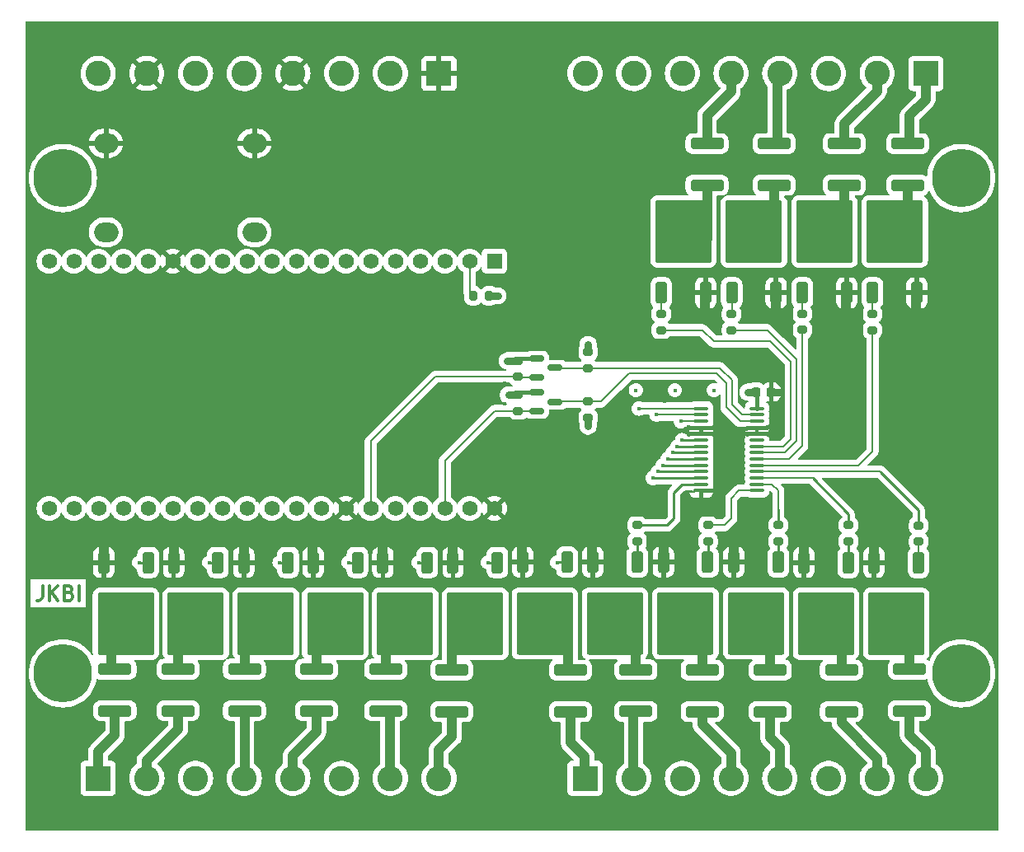
<source format=gbr>
%TF.GenerationSoftware,KiCad,Pcbnew,8.0.0*%
%TF.CreationDate,2024-05-11T13:18:48+02:00*%
%TF.ProjectId,led_stairs_controller,6c65645f-7374-4616-9972-735f636f6e74,V0.2*%
%TF.SameCoordinates,Original*%
%TF.FileFunction,Copper,L1,Top*%
%TF.FilePolarity,Positive*%
%FSLAX46Y46*%
G04 Gerber Fmt 4.6, Leading zero omitted, Abs format (unit mm)*
G04 Created by KiCad (PCBNEW 8.0.0) date 2024-05-11 13:18:48*
%MOMM*%
%LPD*%
G01*
G04 APERTURE LIST*
G04 Aperture macros list*
%AMRoundRect*
0 Rectangle with rounded corners*
0 $1 Rounding radius*
0 $2 $3 $4 $5 $6 $7 $8 $9 X,Y pos of 4 corners*
0 Add a 4 corners polygon primitive as box body*
4,1,4,$2,$3,$4,$5,$6,$7,$8,$9,$2,$3,0*
0 Add four circle primitives for the rounded corners*
1,1,$1+$1,$2,$3*
1,1,$1+$1,$4,$5*
1,1,$1+$1,$6,$7*
1,1,$1+$1,$8,$9*
0 Add four rect primitives between the rounded corners*
20,1,$1+$1,$2,$3,$4,$5,0*
20,1,$1+$1,$4,$5,$6,$7,0*
20,1,$1+$1,$6,$7,$8,$9,0*
20,1,$1+$1,$8,$9,$2,$3,0*%
G04 Aperture macros list end*
%ADD10C,0.300000*%
%TA.AperFunction,NonConductor*%
%ADD11C,0.300000*%
%TD*%
%TA.AperFunction,SMDPad,CuDef*%
%ADD12RoundRect,0.200000X-0.275000X0.200000X-0.275000X-0.200000X0.275000X-0.200000X0.275000X0.200000X0*%
%TD*%
%TA.AperFunction,SMDPad,CuDef*%
%ADD13RoundRect,0.200000X0.275000X-0.200000X0.275000X0.200000X-0.275000X0.200000X-0.275000X-0.200000X0*%
%TD*%
%TA.AperFunction,SMDPad,CuDef*%
%ADD14RoundRect,0.100000X-0.637500X-0.100000X0.637500X-0.100000X0.637500X0.100000X-0.637500X0.100000X0*%
%TD*%
%TA.AperFunction,SMDPad,CuDef*%
%ADD15RoundRect,0.250000X1.450000X-0.312500X1.450000X0.312500X-1.450000X0.312500X-1.450000X-0.312500X0*%
%TD*%
%TA.AperFunction,SMDPad,CuDef*%
%ADD16RoundRect,0.250000X-1.450000X0.312500X-1.450000X-0.312500X1.450000X-0.312500X1.450000X0.312500X0*%
%TD*%
%TA.AperFunction,SMDPad,CuDef*%
%ADD17RoundRect,0.250000X-0.350000X0.850000X-0.350000X-0.850000X0.350000X-0.850000X0.350000X0.850000X0*%
%TD*%
%TA.AperFunction,SMDPad,CuDef*%
%ADD18RoundRect,0.250000X-1.125000X1.275000X-1.125000X-1.275000X1.125000X-1.275000X1.125000X1.275000X0*%
%TD*%
%TA.AperFunction,SMDPad,CuDef*%
%ADD19RoundRect,0.249997X-2.650003X2.950003X-2.650003X-2.950003X2.650003X-2.950003X2.650003X2.950003X0*%
%TD*%
%TA.AperFunction,SMDPad,CuDef*%
%ADD20RoundRect,0.200000X-0.200000X-0.275000X0.200000X-0.275000X0.200000X0.275000X-0.200000X0.275000X0*%
%TD*%
%TA.AperFunction,SMDPad,CuDef*%
%ADD21RoundRect,0.250000X0.350000X-0.850000X0.350000X0.850000X-0.350000X0.850000X-0.350000X-0.850000X0*%
%TD*%
%TA.AperFunction,SMDPad,CuDef*%
%ADD22RoundRect,0.250000X1.125000X-1.275000X1.125000X1.275000X-1.125000X1.275000X-1.125000X-1.275000X0*%
%TD*%
%TA.AperFunction,SMDPad,CuDef*%
%ADD23RoundRect,0.249997X2.650003X-2.950003X2.650003X2.950003X-2.650003X2.950003X-2.650003X-2.950003X0*%
%TD*%
%TA.AperFunction,SMDPad,CuDef*%
%ADD24RoundRect,0.150000X-0.587500X-0.150000X0.587500X-0.150000X0.587500X0.150000X-0.587500X0.150000X0*%
%TD*%
%TA.AperFunction,SMDPad,CuDef*%
%ADD25RoundRect,0.225000X-0.225000X-0.250000X0.225000X-0.250000X0.225000X0.250000X-0.225000X0.250000X0*%
%TD*%
%TA.AperFunction,ComponentPad*%
%ADD26R,1.560000X1.560000*%
%TD*%
%TA.AperFunction,ComponentPad*%
%ADD27C,1.560000*%
%TD*%
%TA.AperFunction,ComponentPad*%
%ADD28R,2.600000X2.600000*%
%TD*%
%TA.AperFunction,ComponentPad*%
%ADD29C,2.600000*%
%TD*%
%TA.AperFunction,ComponentPad*%
%ADD30C,6.000000*%
%TD*%
%TA.AperFunction,ComponentPad*%
%ADD31O,2.500000X2.000000*%
%TD*%
%TA.AperFunction,ViaPad*%
%ADD32C,0.800000*%
%TD*%
%TA.AperFunction,ViaPad*%
%ADD33C,0.450000*%
%TD*%
%TA.AperFunction,ViaPad*%
%ADD34C,0.650000*%
%TD*%
%TA.AperFunction,Conductor*%
%ADD35C,1.000000*%
%TD*%
%TA.AperFunction,Conductor*%
%ADD36C,0.400000*%
%TD*%
%TA.AperFunction,Conductor*%
%ADD37C,0.750000*%
%TD*%
%TA.AperFunction,Conductor*%
%ADD38C,0.200000*%
%TD*%
%TA.AperFunction,Conductor*%
%ADD39C,0.250000*%
%TD*%
G04 APERTURE END LIST*
D10*
D11*
X102983082Y-113800828D02*
X102983082Y-114872257D01*
X102983082Y-114872257D02*
X102911653Y-115086542D01*
X102911653Y-115086542D02*
X102768796Y-115229400D01*
X102768796Y-115229400D02*
X102554510Y-115300828D01*
X102554510Y-115300828D02*
X102411653Y-115300828D01*
X103697367Y-115300828D02*
X103697367Y-113800828D01*
X104554510Y-115300828D02*
X103911653Y-114443685D01*
X104554510Y-113800828D02*
X103697367Y-114657971D01*
X105697367Y-114515114D02*
X105911653Y-114586542D01*
X105911653Y-114586542D02*
X105983082Y-114657971D01*
X105983082Y-114657971D02*
X106054510Y-114800828D01*
X106054510Y-114800828D02*
X106054510Y-115015114D01*
X106054510Y-115015114D02*
X105983082Y-115157971D01*
X105983082Y-115157971D02*
X105911653Y-115229400D01*
X105911653Y-115229400D02*
X105768796Y-115300828D01*
X105768796Y-115300828D02*
X105197367Y-115300828D01*
X105197367Y-115300828D02*
X105197367Y-113800828D01*
X105197367Y-113800828D02*
X105697367Y-113800828D01*
X105697367Y-113800828D02*
X105840225Y-113872257D01*
X105840225Y-113872257D02*
X105911653Y-113943685D01*
X105911653Y-113943685D02*
X105983082Y-114086542D01*
X105983082Y-114086542D02*
X105983082Y-114229400D01*
X105983082Y-114229400D02*
X105911653Y-114372257D01*
X105911653Y-114372257D02*
X105840225Y-114443685D01*
X105840225Y-114443685D02*
X105697367Y-114515114D01*
X105697367Y-114515114D02*
X105197367Y-114515114D01*
X106697367Y-115300828D02*
X106697367Y-113800828D01*
D12*
%TO.P,R8,1*%
%TO.N,/LED8*%
X164020000Y-107575000D03*
%TO.P,R8,2*%
%TO.N,Net-(Q8-G)*%
X164020000Y-109225000D03*
%TD*%
D13*
%TO.P,R16,1*%
%TO.N,/LED16*%
X166500000Y-87525000D03*
%TO.P,R16,2*%
%TO.N,Net-(Q16-G)*%
X166500000Y-85875000D03*
%TD*%
D14*
%TO.P,U1,1,A0*%
%TO.N,/A0*%
X170600000Y-95575000D03*
%TO.P,U1,2,A1*%
%TO.N,/A1*%
X170600000Y-96225000D03*
%TO.P,U1,3,A2*%
%TO.N,/A2*%
X170600000Y-96875000D03*
%TO.P,U1,4,A3*%
%TO.N,GND*%
X170600000Y-97525000D03*
%TO.P,U1,5,A4*%
X170600000Y-98175000D03*
%TO.P,U1,6,LED0*%
%TO.N,/LED1*%
X170600000Y-98825000D03*
%TO.P,U1,7,LED1*%
%TO.N,/LED2*%
X170600000Y-99475000D03*
%TO.P,U1,8,LED2*%
%TO.N,/LED3*%
X170600000Y-100125000D03*
%TO.P,U1,9,LED3*%
%TO.N,/LED4*%
X170600000Y-100775000D03*
%TO.P,U1,10,LED4*%
%TO.N,/LED5*%
X170600000Y-101425000D03*
%TO.P,U1,11,LED5*%
%TO.N,/LED6*%
X170600000Y-102075000D03*
%TO.P,U1,12,LED6*%
%TO.N,/LED7*%
X170600000Y-102725000D03*
%TO.P,U1,13,LED7*%
%TO.N,/LED8*%
X170600000Y-103375000D03*
%TO.P,U1,14,VSS*%
%TO.N,GND*%
X170600000Y-104025000D03*
%TO.P,U1,15,LED8*%
%TO.N,/LED9*%
X176325000Y-104025000D03*
%TO.P,U1,16,LED9*%
%TO.N,/LED10*%
X176325000Y-103375000D03*
%TO.P,U1,17,LED10*%
%TO.N,/LED11*%
X176325000Y-102725000D03*
%TO.P,U1,18,LED11*%
%TO.N,/LED12*%
X176325000Y-102075000D03*
%TO.P,U1,19,LED12*%
%TO.N,/LED13*%
X176325000Y-101425000D03*
%TO.P,U1,20,LED13*%
%TO.N,/LED14*%
X176325000Y-100775000D03*
%TO.P,U1,21,LED14*%
%TO.N,/LED15*%
X176325000Y-100125000D03*
%TO.P,U1,22,LED15*%
%TO.N,/LED16*%
X176325000Y-99475000D03*
%TO.P,U1,23,~{OE}*%
%TO.N,/nOE*%
X176325000Y-98825000D03*
%TO.P,U1,24,A5*%
%TO.N,GND*%
X176325000Y-98175000D03*
%TO.P,U1,25,A6*%
X176325000Y-97525000D03*
%TO.P,U1,26,SCL*%
%TO.N,/SCL_H*%
X176325000Y-96875000D03*
%TO.P,U1,27,SDA*%
%TO.N,/SDA_H*%
X176325000Y-96225000D03*
%TO.P,U1,28,VDD*%
%TO.N,+5V*%
X176325000Y-95575000D03*
%TD*%
D15*
%TO.P,F15,1*%
%TO.N,Net-(Q15-D)*%
X178100000Y-72637500D03*
%TO.P,F15,2*%
%TO.N,/LED15_OUT*%
X178100000Y-68362500D03*
%TD*%
D16*
%TO.P,F2,1*%
%TO.N,Net-(Q2-D)*%
X116900000Y-122362500D03*
%TO.P,F2,2*%
%TO.N,/LED2_OUT*%
X116900000Y-126637500D03*
%TD*%
D12*
%TO.P,R9,1*%
%TO.N,/LED9*%
X171320000Y-107575000D03*
%TO.P,R9,2*%
%TO.N,Net-(Q9-G)*%
X171320000Y-109225000D03*
%TD*%
D17*
%TO.P,Q1,1,G*%
%TO.N,Net-(Q1-G)*%
X113800000Y-111400000D03*
D18*
%TO.P,Q1,2,D*%
%TO.N,Net-(Q1-D)*%
X113045000Y-116025000D03*
X109995000Y-116025000D03*
D19*
X111520000Y-117700000D03*
D18*
X113045000Y-119375000D03*
X109995000Y-119375000D03*
D17*
%TO.P,Q1,3,S*%
%TO.N,GND*%
X109240000Y-111400000D03*
%TD*%
D13*
%TO.P,R15,1*%
%TO.N,/LED15*%
X173700000Y-87525000D03*
%TO.P,R15,2*%
%TO.N,Net-(Q15-G)*%
X173700000Y-85875000D03*
%TD*%
D17*
%TO.P,Q8,1,G*%
%TO.N,Net-(Q8-G)*%
X164025000Y-111375000D03*
D18*
%TO.P,Q8,2,D*%
%TO.N,Net-(Q8-D)*%
X163270000Y-116000000D03*
X160220000Y-116000000D03*
D19*
X161745000Y-117675000D03*
D18*
X163270000Y-119350000D03*
X160220000Y-119350000D03*
D17*
%TO.P,Q8,3,S*%
%TO.N,GND*%
X159465000Y-111375000D03*
%TD*%
%TO.P,Q6,1,G*%
%TO.N,Net-(Q6-G)*%
X149680000Y-111400000D03*
D18*
%TO.P,Q6,2,D*%
%TO.N,Net-(Q6-D)*%
X148925000Y-116025000D03*
X145875000Y-116025000D03*
D19*
X147400000Y-117700000D03*
D18*
X148925000Y-119375000D03*
X145875000Y-119375000D03*
D17*
%TO.P,Q6,3,S*%
%TO.N,GND*%
X145120000Y-111400000D03*
%TD*%
D16*
%TO.P,F5,1*%
%TO.N,Net-(Q5-D)*%
X138200000Y-122362500D03*
%TO.P,F5,2*%
%TO.N,/LED5_OUT*%
X138200000Y-126637500D03*
%TD*%
D17*
%TO.P,Q10,1,G*%
%TO.N,Net-(Q10-G)*%
X178525000Y-111375000D03*
D18*
%TO.P,Q10,2,D*%
%TO.N,Net-(Q10-D)*%
X177770000Y-116000000D03*
X174720000Y-116000000D03*
D19*
X176245000Y-117675000D03*
D18*
X177770000Y-119350000D03*
X174720000Y-119350000D03*
D17*
%TO.P,Q10,3,S*%
%TO.N,GND*%
X173965000Y-111375000D03*
%TD*%
D16*
%TO.P,F12,1*%
%TO.N,Net-(Q12-D)*%
X192000000Y-122362500D03*
%TO.P,F12,2*%
%TO.N,/LED12_OUT*%
X192000000Y-126637500D03*
%TD*%
D12*
%TO.P,R19,1*%
%TO.N,+3.3V*%
X151800000Y-94175000D03*
%TO.P,R19,2*%
%TO.N,/SCL_L*%
X151800000Y-95825000D03*
%TD*%
D20*
%TO.P,R17,1*%
%TO.N,Net-(U2-EN)*%
X147175000Y-84000000D03*
%TO.P,R17,2*%
%TO.N,+3.3V*%
X148825000Y-84000000D03*
%TD*%
D17*
%TO.P,Q3,1,G*%
%TO.N,Net-(Q3-G)*%
X128180000Y-111400000D03*
D18*
%TO.P,Q3,2,D*%
%TO.N,Net-(Q3-D)*%
X127425000Y-116025000D03*
X124375000Y-116025000D03*
D19*
X125900000Y-117700000D03*
D18*
X127425000Y-119375000D03*
X124375000Y-119375000D03*
D17*
%TO.P,Q3,3,S*%
%TO.N,GND*%
X123620000Y-111400000D03*
%TD*%
D15*
%TO.P,F16,1*%
%TO.N,Net-(Q16-D)*%
X171200000Y-72637500D03*
%TO.P,F16,2*%
%TO.N,/LED16_OUT*%
X171200000Y-68362500D03*
%TD*%
D16*
%TO.P,F8,1*%
%TO.N,Net-(Q8-D)*%
X163900000Y-122425000D03*
%TO.P,F8,2*%
%TO.N,/LED8_OUT*%
X163900000Y-126700000D03*
%TD*%
D21*
%TO.P,Q16,1,G*%
%TO.N,Net-(Q16-G)*%
X166500000Y-83700000D03*
D22*
%TO.P,Q16,2,D*%
%TO.N,Net-(Q16-D)*%
X167255000Y-79075000D03*
X170305000Y-79075000D03*
D23*
X168780000Y-77400000D03*
D22*
X167255000Y-75725000D03*
X170305000Y-75725000D03*
D21*
%TO.P,Q16,3,S*%
%TO.N,GND*%
X171060000Y-83700000D03*
%TD*%
D24*
%TO.P,Q18,1,G*%
%TO.N,+3.3V*%
X153725000Y-90450000D03*
%TO.P,Q18,2,S*%
%TO.N,/SDA_L*%
X153725000Y-92350000D03*
%TO.P,Q18,3,D*%
%TO.N,/SDA_H*%
X155600000Y-91400000D03*
%TD*%
D16*
%TO.P,F9,1*%
%TO.N,Net-(Q9-D)*%
X170700000Y-122462500D03*
%TO.P,F9,2*%
%TO.N,/LED9_OUT*%
X170700000Y-126737500D03*
%TD*%
D12*
%TO.P,R12,1*%
%TO.N,/LED12*%
X192920000Y-107600000D03*
%TO.P,R12,2*%
%TO.N,Net-(Q12-G)*%
X192920000Y-109250000D03*
%TD*%
%TO.P,R10,1*%
%TO.N,/LED10*%
X178520000Y-107575000D03*
%TO.P,R10,2*%
%TO.N,Net-(Q10-G)*%
X178520000Y-109225000D03*
%TD*%
D15*
%TO.P,F13,1*%
%TO.N,Net-(Q13-D)*%
X191800000Y-72637500D03*
%TO.P,F13,2*%
%TO.N,/LED13_OUT*%
X191800000Y-68362500D03*
%TD*%
%TO.P,F14,1*%
%TO.N,Net-(Q14-D)*%
X185300000Y-72637500D03*
%TO.P,F14,2*%
%TO.N,/LED14_OUT*%
X185300000Y-68362500D03*
%TD*%
D13*
%TO.P,R18,1*%
%TO.N,+5V*%
X159000000Y-96525000D03*
%TO.P,R18,2*%
%TO.N,/SCL_H*%
X159000000Y-94875000D03*
%TD*%
D21*
%TO.P,Q15,1,G*%
%TO.N,Net-(Q15-G)*%
X173740000Y-83700000D03*
D22*
%TO.P,Q15,2,D*%
%TO.N,Net-(Q15-D)*%
X174495000Y-79075000D03*
X177545000Y-79075000D03*
D23*
X176020000Y-77400000D03*
D22*
X174495000Y-75725000D03*
X177545000Y-75725000D03*
D21*
%TO.P,Q15,3,S*%
%TO.N,GND*%
X178300000Y-83700000D03*
%TD*%
D25*
%TO.P,C1,1*%
%TO.N,+5V*%
X176250000Y-93900000D03*
%TO.P,C1,2*%
%TO.N,GND*%
X177800000Y-93900000D03*
%TD*%
D17*
%TO.P,Q2,1,G*%
%TO.N,Net-(Q2-G)*%
X120980000Y-111400000D03*
D18*
%TO.P,Q2,2,D*%
%TO.N,Net-(Q2-D)*%
X120225000Y-116025000D03*
X117175000Y-116025000D03*
D19*
X118700000Y-117700000D03*
D18*
X120225000Y-119375000D03*
X117175000Y-119375000D03*
D17*
%TO.P,Q2,3,S*%
%TO.N,GND*%
X116420000Y-111400000D03*
%TD*%
D26*
%TO.P,U2,1,3V3*%
%TO.N,+3.3V*%
X149360000Y-80437500D03*
D27*
%TO.P,U2,2,EN*%
%TO.N,Net-(U2-EN)*%
X146820000Y-80437500D03*
%TO.P,U2,3,VP*%
%TO.N,unconnected-(U2-VP-Pad3)*%
X144280000Y-80437500D03*
%TO.P,U2,4,VN*%
%TO.N,unconnected-(U2-VN-Pad4)*%
X141740000Y-80437500D03*
%TO.P,U2,5,34*%
%TO.N,unconnected-(U2-34-Pad5)*%
X139200000Y-80437500D03*
%TO.P,U2,6,35*%
%TO.N,unconnected-(U2-35-Pad6)*%
X136660000Y-80437500D03*
%TO.P,U2,7,32*%
%TO.N,unconnected-(U2-32-Pad7)*%
X134120000Y-80437500D03*
%TO.P,U2,8,33*%
%TO.N,unconnected-(U2-33-Pad8)*%
X131580000Y-80437500D03*
%TO.P,U2,9,25*%
%TO.N,unconnected-(U2-25-Pad9)*%
X129040000Y-80437500D03*
%TO.P,U2,10,26*%
%TO.N,unconnected-(U2-26-Pad10)*%
X126500000Y-80437500D03*
%TO.P,U2,11,27*%
%TO.N,unconnected-(U2-27-Pad11)*%
X123960000Y-80437500D03*
%TO.P,U2,12,14*%
%TO.N,unconnected-(U2-14-Pad12)*%
X121420000Y-80437500D03*
%TO.P,U2,13,12*%
%TO.N,unconnected-(U2-12-Pad13)*%
X118880000Y-80437500D03*
%TO.P,U2,14,GND*%
%TO.N,GND*%
X116340000Y-80437500D03*
%TO.P,U2,15,13*%
%TO.N,unconnected-(U2-13-Pad15)*%
X113800000Y-80437500D03*
%TO.P,U2,16,D2*%
%TO.N,unconnected-(U2-D2-Pad16)*%
X111260000Y-80437500D03*
%TO.P,U2,17,D3*%
%TO.N,unconnected-(U2-D3-Pad17)*%
X108720000Y-80437500D03*
%TO.P,U2,18,CMD*%
%TO.N,unconnected-(U2-CMD-Pad18)*%
X106180000Y-80437500D03*
%TO.P,U2,19,5V*%
%TO.N,+5V*%
X103640000Y-80437500D03*
%TO.P,U2,20,GND__1*%
%TO.N,GND*%
X149360000Y-105837500D03*
%TO.P,U2,21,23*%
%TO.N,/nOE*%
X146820000Y-105837500D03*
%TO.P,U2,22,22*%
%TO.N,/SCL_L*%
X144280000Y-105837500D03*
%TO.P,U2,23,TX*%
%TO.N,unconnected-(U2-TX-Pad23)*%
X141740000Y-105837500D03*
%TO.P,U2,24,RX*%
%TO.N,unconnected-(U2-RX-Pad24)*%
X139200000Y-105837500D03*
%TO.P,U2,25,21*%
%TO.N,/SDA_L*%
X136660000Y-105837500D03*
%TO.P,U2,26,GND__2*%
%TO.N,GND*%
X134120000Y-105837500D03*
%TO.P,U2,27,19*%
%TO.N,unconnected-(U2-19-Pad27)*%
X131580000Y-105837500D03*
%TO.P,U2,28,18*%
%TO.N,unconnected-(U2-18-Pad28)*%
X129040000Y-105837500D03*
%TO.P,U2,29,5*%
%TO.N,unconnected-(U2-5-Pad29)*%
X126500000Y-105837500D03*
%TO.P,U2,30,17*%
%TO.N,unconnected-(U2-17-Pad30)*%
X123960000Y-105837500D03*
%TO.P,U2,31,16*%
%TO.N,unconnected-(U2-16-Pad31)*%
X121420000Y-105837500D03*
%TO.P,U2,32,4*%
%TO.N,unconnected-(U2-4-Pad32)*%
X118880000Y-105837500D03*
%TO.P,U2,33,0*%
%TO.N,unconnected-(U2-0-Pad33)*%
X116340000Y-105837500D03*
%TO.P,U2,34,2*%
%TO.N,unconnected-(U2-2-Pad34)*%
X113800000Y-105837500D03*
%TO.P,U2,35,15*%
%TO.N,unconnected-(U2-15-Pad35)*%
X111260000Y-105837500D03*
%TO.P,U2,36,D1*%
%TO.N,unconnected-(U2-D1-Pad36)*%
X108720000Y-105837500D03*
%TO.P,U2,37,D0*%
%TO.N,unconnected-(U2-D0-Pad37)*%
X106180000Y-105837500D03*
%TO.P,U2,38,CLK*%
%TO.N,unconnected-(U2-CLK-Pad38)*%
X103640000Y-105837500D03*
%TD*%
D28*
%TO.P,MOD1,A1,A1*%
%TO.N,/LED1_OUT*%
X108675000Y-133580000D03*
D29*
%TO.P,MOD1,A2,A2*%
%TO.N,/LED2_OUT*%
X113675000Y-133580000D03*
%TO.P,MOD1,A3,A3*%
%TO.N,VBUS*%
X118675000Y-133580000D03*
%TO.P,MOD1,A4,A4*%
%TO.N,/LED3_OUT*%
X123675000Y-133580000D03*
%TO.P,MOD1,A5,A5*%
%TO.N,/LED4_OUT*%
X128675000Y-133580000D03*
%TO.P,MOD1,A6,A6*%
%TO.N,VBUS*%
X133675000Y-133580000D03*
%TO.P,MOD1,A7,A7*%
%TO.N,/LED5_OUT*%
X138675000Y-133580000D03*
%TO.P,MOD1,A8,A8*%
%TO.N,/LED6_OUT*%
X143675000Y-133580000D03*
D28*
%TO.P,MOD1,B1,B1*%
%TO.N,/LED7_OUT*%
X158675000Y-133580000D03*
D29*
%TO.P,MOD1,B2,B2*%
%TO.N,/LED8_OUT*%
X163675000Y-133580000D03*
%TO.P,MOD1,B3,B3*%
%TO.N,VBUS*%
X168675000Y-133580000D03*
%TO.P,MOD1,B4,B4*%
%TO.N,/LED9_OUT*%
X173675000Y-133580000D03*
%TO.P,MOD1,B5,B5*%
%TO.N,/LED10_OUT*%
X178675000Y-133580000D03*
%TO.P,MOD1,B6,B6*%
%TO.N,VBUS*%
X183675000Y-133580000D03*
%TO.P,MOD1,B7,B7*%
%TO.N,/LED11_OUT*%
X188675000Y-133580000D03*
%TO.P,MOD1,B8,B8*%
%TO.N,/LED12_OUT*%
X193675000Y-133580000D03*
D28*
%TO.P,MOD1,C1,C1*%
%TO.N,/LED13_OUT*%
X193675000Y-61160000D03*
D29*
%TO.P,MOD1,C2,C2*%
%TO.N,/LED14_OUT*%
X188675000Y-61160000D03*
%TO.P,MOD1,C3,C3*%
%TO.N,VBUS*%
X183675000Y-61160000D03*
%TO.P,MOD1,C4,C4*%
%TO.N,/LED15_OUT*%
X178675000Y-61160000D03*
%TO.P,MOD1,C5,C5*%
%TO.N,/LED16_OUT*%
X173675000Y-61160000D03*
%TO.P,MOD1,C6,C6*%
%TO.N,VBUS*%
X168675000Y-61160000D03*
%TO.P,MOD1,C7,C7*%
%TO.N,/LED17_OUT*%
X163675000Y-61160000D03*
%TO.P,MOD1,C8,C8*%
%TO.N,/LED18_OUT*%
X158675000Y-61160000D03*
D28*
%TO.P,MOD1,D1,D1*%
%TO.N,GND*%
X143675000Y-61160000D03*
D29*
%TO.P,MOD1,D2,D2*%
%TO.N,unconnected-(MOD1-PadD2)*%
X138675000Y-61160000D03*
%TO.P,MOD1,D3,D3*%
%TO.N,VBUS*%
X133675000Y-61160000D03*
%TO.P,MOD1,D4,D4*%
%TO.N,GND*%
X128675000Y-61160000D03*
%TO.P,MOD1,D5,D5*%
%TO.N,unconnected-(MOD1-PadD5)*%
X123675000Y-61160000D03*
%TO.P,MOD1,D6,D6*%
%TO.N,VBUS*%
X118675000Y-61160000D03*
%TO.P,MOD1,D7,D7*%
%TO.N,GND*%
X113675000Y-61160000D03*
%TO.P,MOD1,D8,D8*%
%TO.N,VBUS*%
X108675000Y-61160000D03*
D30*
%TO.P,MOD1,MH1*%
%TO.N,N/C*%
X105050000Y-71900000D03*
%TO.P,MOD1,MH2*%
X197300000Y-71900000D03*
%TO.P,MOD1,MH3*%
X105050000Y-122800000D03*
%TO.P,MOD1,MH4*%
X197300000Y-122800000D03*
%TD*%
D13*
%TO.P,R14,1*%
%TO.N,/LED14*%
X181000000Y-87500000D03*
%TO.P,R14,2*%
%TO.N,Net-(Q14-G)*%
X181000000Y-85850000D03*
%TD*%
D17*
%TO.P,Q4,1,G*%
%TO.N,Net-(Q4-G)*%
X135300000Y-111400000D03*
D18*
%TO.P,Q4,2,D*%
%TO.N,Net-(Q4-D)*%
X134545000Y-116025000D03*
X131495000Y-116025000D03*
D19*
X133020000Y-117700000D03*
D18*
X134545000Y-119375000D03*
X131495000Y-119375000D03*
D17*
%TO.P,Q4,3,S*%
%TO.N,GND*%
X130740000Y-111400000D03*
%TD*%
%TO.P,Q11,1,G*%
%TO.N,Net-(Q11-G)*%
X185700000Y-111400000D03*
D18*
%TO.P,Q11,2,D*%
%TO.N,Net-(Q11-D)*%
X184945000Y-116025000D03*
X181895000Y-116025000D03*
D19*
X183420000Y-117700000D03*
D18*
X184945000Y-119375000D03*
X181895000Y-119375000D03*
D17*
%TO.P,Q11,3,S*%
%TO.N,GND*%
X181140000Y-111400000D03*
%TD*%
D31*
%TO.P,U4,1,IN-*%
%TO.N,GND*%
X109480000Y-68330000D03*
%TO.P,U4,2,IN+*%
%TO.N,VBUS*%
X109480000Y-77470000D03*
%TO.P,U4,3,OUT-*%
%TO.N,GND*%
X124720000Y-68330000D03*
%TO.P,U4,4,OUT+*%
%TO.N,+5V*%
X124720000Y-77470000D03*
%TD*%
D12*
%TO.P,R20,1*%
%TO.N,+3.3V*%
X151800000Y-90675000D03*
%TO.P,R20,2*%
%TO.N,/SDA_L*%
X151800000Y-92325000D03*
%TD*%
D16*
%TO.P,F11,1*%
%TO.N,Net-(Q11-D)*%
X185000000Y-122462500D03*
%TO.P,F11,2*%
%TO.N,/LED11_OUT*%
X185000000Y-126737500D03*
%TD*%
D17*
%TO.P,Q5,1,G*%
%TO.N,Net-(Q5-G)*%
X142480000Y-111400000D03*
D18*
%TO.P,Q5,2,D*%
%TO.N,Net-(Q5-D)*%
X141725000Y-116025000D03*
X138675000Y-116025000D03*
D19*
X140200000Y-117700000D03*
D18*
X141725000Y-119375000D03*
X138675000Y-119375000D03*
D17*
%TO.P,Q5,3,S*%
%TO.N,GND*%
X137920000Y-111400000D03*
%TD*%
D16*
%TO.P,F6,1*%
%TO.N,Net-(Q6-D)*%
X145000000Y-122462500D03*
%TO.P,F6,2*%
%TO.N,/LED6_OUT*%
X145000000Y-126737500D03*
%TD*%
D24*
%TO.P,Q17,1,G*%
%TO.N,+3.3V*%
X153725000Y-93950000D03*
%TO.P,Q17,2,S*%
%TO.N,/SCL_L*%
X153725000Y-95850000D03*
%TO.P,Q17,3,D*%
%TO.N,/SCL_H*%
X155600000Y-94900000D03*
%TD*%
D16*
%TO.P,F10,1*%
%TO.N,Net-(Q10-D)*%
X177700000Y-122462500D03*
%TO.P,F10,2*%
%TO.N,/LED10_OUT*%
X177700000Y-126737500D03*
%TD*%
D13*
%TO.P,R13,1*%
%TO.N,/LED13*%
X188200000Y-87525000D03*
%TO.P,R13,2*%
%TO.N,Net-(Q13-G)*%
X188200000Y-85875000D03*
%TD*%
D17*
%TO.P,Q7,1,G*%
%TO.N,Net-(Q7-G)*%
X156825000Y-111375000D03*
D18*
%TO.P,Q7,2,D*%
%TO.N,Net-(Q7-D)*%
X156070000Y-116000000D03*
X153020000Y-116000000D03*
D19*
X154545000Y-117675000D03*
D18*
X156070000Y-119350000D03*
X153020000Y-119350000D03*
D17*
%TO.P,Q7,3,S*%
%TO.N,GND*%
X152265000Y-111375000D03*
%TD*%
D21*
%TO.P,Q14,1,G*%
%TO.N,Net-(Q14-G)*%
X181000000Y-83700000D03*
D22*
%TO.P,Q14,2,D*%
%TO.N,Net-(Q14-D)*%
X181755000Y-79075000D03*
X184805000Y-79075000D03*
D23*
X183280000Y-77400000D03*
D22*
X181755000Y-75725000D03*
X184805000Y-75725000D03*
D21*
%TO.P,Q14,3,S*%
%TO.N,GND*%
X185560000Y-83700000D03*
%TD*%
D16*
%TO.P,F1,1*%
%TO.N,Net-(Q1-D)*%
X110400000Y-122362500D03*
%TO.P,F1,2*%
%TO.N,/LED1_OUT*%
X110400000Y-126637500D03*
%TD*%
D12*
%TO.P,R11,1*%
%TO.N,/LED11*%
X185720000Y-107575000D03*
%TO.P,R11,2*%
%TO.N,Net-(Q11-G)*%
X185720000Y-109225000D03*
%TD*%
D17*
%TO.P,Q12,1,G*%
%TO.N,Net-(Q12-G)*%
X192925000Y-111400000D03*
D18*
%TO.P,Q12,2,D*%
%TO.N,Net-(Q12-D)*%
X192170000Y-116025000D03*
X189120000Y-116025000D03*
D19*
X190645000Y-117700000D03*
D18*
X192170000Y-119375000D03*
X189120000Y-119375000D03*
D17*
%TO.P,Q12,3,S*%
%TO.N,GND*%
X188365000Y-111400000D03*
%TD*%
D21*
%TO.P,Q13,1,G*%
%TO.N,Net-(Q13-G)*%
X188200000Y-83700000D03*
D22*
%TO.P,Q13,2,D*%
%TO.N,Net-(Q13-D)*%
X188955000Y-79075000D03*
X192005000Y-79075000D03*
D23*
X190480000Y-77400000D03*
D22*
X188955000Y-75725000D03*
X192005000Y-75725000D03*
D21*
%TO.P,Q13,3,S*%
%TO.N,GND*%
X192760000Y-83700000D03*
%TD*%
D16*
%TO.P,F3,1*%
%TO.N,Net-(Q3-D)*%
X123700000Y-122362500D03*
%TO.P,F3,2*%
%TO.N,/LED3_OUT*%
X123700000Y-126637500D03*
%TD*%
%TO.P,F4,1*%
%TO.N,Net-(Q4-D)*%
X131100000Y-122362500D03*
%TO.P,F4,2*%
%TO.N,/LED4_OUT*%
X131100000Y-126637500D03*
%TD*%
%TO.P,F7,1*%
%TO.N,Net-(Q7-D)*%
X157200000Y-122462500D03*
%TO.P,F7,2*%
%TO.N,/LED7_OUT*%
X157200000Y-126737500D03*
%TD*%
D17*
%TO.P,Q9,1,G*%
%TO.N,Net-(Q9-G)*%
X171275000Y-111375000D03*
D18*
%TO.P,Q9,2,D*%
%TO.N,Net-(Q9-D)*%
X170520000Y-116000000D03*
X167470000Y-116000000D03*
D19*
X168995000Y-117675000D03*
D18*
X170520000Y-119350000D03*
X167470000Y-119350000D03*
D17*
%TO.P,Q9,3,S*%
%TO.N,GND*%
X166715000Y-111375000D03*
%TD*%
D12*
%TO.P,R21,1*%
%TO.N,+5V*%
X159000000Y-89775000D03*
%TO.P,R21,2*%
%TO.N,/SDA_H*%
X159000000Y-91425000D03*
%TD*%
D32*
%TO.N,GND*%
X159400000Y-109600000D03*
X123600000Y-109700000D03*
D33*
X155000000Y-65000000D03*
X190000000Y-90000000D03*
X130000000Y-90000000D03*
X190000000Y-100000000D03*
X175000000Y-90000000D03*
X137900000Y-104900000D03*
X171742500Y-104000000D03*
X140000000Y-70000000D03*
X166800000Y-94800000D03*
X150000000Y-130000000D03*
X200000000Y-100000000D03*
X190000000Y-65000000D03*
X180000000Y-105000000D03*
X175000000Y-65000000D03*
X147800000Y-98600000D03*
X195000000Y-85000000D03*
X135000000Y-95000000D03*
X195000000Y-105000000D03*
X145000000Y-95000000D03*
X105000000Y-110000000D03*
X145000000Y-75000000D03*
X165000000Y-65000000D03*
X170400000Y-93000000D03*
D32*
X178320000Y-85500000D03*
X188300000Y-109600000D03*
D33*
X105000000Y-95000000D03*
X169300000Y-97500000D03*
X165000000Y-75000000D03*
X105000000Y-105000000D03*
D32*
X181100000Y-109600000D03*
D33*
X150400000Y-95100000D03*
X140000000Y-90000000D03*
X130000000Y-100000000D03*
D32*
X137900000Y-109700000D03*
D33*
X120000000Y-130000000D03*
X200000000Y-110000000D03*
X120000000Y-70000000D03*
X143107645Y-104905066D03*
D32*
X173900000Y-109600000D03*
D33*
X200000000Y-80000000D03*
D32*
X152200000Y-109600000D03*
D33*
X125000000Y-85000000D03*
X135000000Y-65000000D03*
X115000000Y-65000000D03*
X135000000Y-75000000D03*
X170000000Y-130000000D03*
X130000000Y-70000000D03*
X105000000Y-135000000D03*
D32*
X116400000Y-109600000D03*
D33*
X160000000Y-100000000D03*
D34*
X178600000Y-93900000D03*
D33*
X150400000Y-93000000D03*
X135000000Y-85000000D03*
D32*
X109220000Y-109600000D03*
D33*
X165400000Y-93000000D03*
X155000000Y-75000000D03*
X145000000Y-65000000D03*
X110000000Y-100000000D03*
X115000000Y-85000000D03*
X177400000Y-97500000D03*
X200000000Y-135000000D03*
X200000000Y-130000000D03*
D32*
X185520000Y-85500000D03*
D33*
X145000000Y-85000000D03*
X165000000Y-105000000D03*
X120000000Y-100000000D03*
X195000000Y-75000000D03*
X170000000Y-70000000D03*
X160000000Y-70000000D03*
X200000000Y-65000000D03*
X185000000Y-95000000D03*
X120000000Y-90000000D03*
X180000000Y-130000000D03*
X195000000Y-95000000D03*
X200000000Y-60000000D03*
X125000000Y-95000000D03*
D32*
X192720000Y-85500000D03*
D33*
X140000000Y-100000000D03*
X150000000Y-70000000D03*
X135000000Y-130000000D03*
D32*
X130700000Y-109600000D03*
D33*
X169300000Y-98200000D03*
X140500000Y-104900000D03*
X115000000Y-105000000D03*
X110000000Y-90000000D03*
X105000000Y-60000000D03*
D32*
X166700000Y-109600000D03*
D33*
X165000000Y-85000000D03*
X155000000Y-85000000D03*
X125000000Y-65000000D03*
X125000000Y-75000000D03*
X105000000Y-65000000D03*
X125000000Y-105000000D03*
X105000000Y-130000000D03*
X190000000Y-130000000D03*
X135000000Y-105000000D03*
X115000000Y-95000000D03*
X155000000Y-105000000D03*
X150000000Y-135000000D03*
X177400000Y-98200000D03*
X150000000Y-60000000D03*
X190000000Y-105000000D03*
D32*
X171020000Y-85500000D03*
D33*
X105000000Y-85000000D03*
D32*
X145100000Y-109700000D03*
D33*
X150000000Y-100000000D03*
X180000000Y-65000000D03*
X160000000Y-80000000D03*
X200000000Y-90000000D03*
%TO.N,+5V*%
X163900000Y-93700000D03*
D34*
X159000000Y-97400000D03*
X175400000Y-93900000D03*
X159000000Y-89000000D03*
D33*
X167900000Y-93700000D03*
X171900000Y-93700000D03*
%TO.N,/LED1*%
X168642500Y-98825000D03*
%TO.N,/LED7*%
X165642500Y-102725000D03*
%TO.N,/LED6*%
X166142500Y-102075000D03*
%TO.N,/LED5*%
X166642500Y-101425000D03*
%TO.N,/LED4*%
X167142500Y-100775000D03*
%TO.N,/LED3*%
X167642500Y-100125000D03*
%TO.N,/LED2*%
X168142500Y-99475000D03*
%TO.N,Net-(Q1-G)*%
X112900000Y-111400000D03*
%TO.N,Net-(Q2-G)*%
X120100000Y-111400000D03*
%TO.N,Net-(Q3-G)*%
X127300000Y-111400000D03*
%TO.N,Net-(Q4-G)*%
X134400000Y-111400000D03*
%TO.N,Net-(Q5-G)*%
X141600000Y-111400000D03*
%TO.N,Net-(Q6-G)*%
X148700000Y-111400000D03*
%TO.N,Net-(Q7-G)*%
X155800000Y-111400000D03*
%TO.N,/A0*%
X164200000Y-95600000D03*
%TO.N,/A1*%
X166000000Y-96200000D03*
%TO.N,/A2*%
X168500000Y-96900000D03*
D34*
%TO.N,+3.3V*%
X150700000Y-90700000D03*
X150800000Y-94200000D03*
X149700000Y-84000000D03*
%TD*%
D35*
%TO.N,Net-(Q13-D)*%
X191800000Y-72637500D02*
X191800000Y-76080000D01*
X191800000Y-76080000D02*
X190480000Y-77400000D01*
%TO.N,Net-(Q14-D)*%
X185300000Y-72637500D02*
X185300000Y-78580000D01*
X185300000Y-78580000D02*
X184805000Y-79075000D01*
%TO.N,GND*%
X173920000Y-109620000D02*
X173900000Y-109600000D01*
X109240000Y-111400000D02*
X109240000Y-109620000D01*
D36*
X171775000Y-97525000D02*
X171800000Y-97500000D01*
X175275000Y-97525000D02*
X175200000Y-97600000D01*
X169325000Y-98175000D02*
X169300000Y-98200000D01*
D35*
X178300000Y-85480000D02*
X178320000Y-85500000D01*
X166720000Y-109620000D02*
X166700000Y-109600000D01*
D36*
X171717500Y-104025000D02*
X171742500Y-104000000D01*
X170600000Y-97525000D02*
X169325000Y-97525000D01*
X170600000Y-97525000D02*
X170600000Y-98175000D01*
X176325000Y-98175000D02*
X177375000Y-98175000D01*
D35*
X137920000Y-109720000D02*
X137900000Y-109700000D01*
X185500000Y-83700000D02*
X185500000Y-85480000D01*
X171000000Y-83700000D02*
X171000000Y-85480000D01*
D36*
X170600000Y-104025000D02*
X171717500Y-104025000D01*
X176325000Y-97525000D02*
X175275000Y-97525000D01*
D35*
X109240000Y-109620000D02*
X109220000Y-109600000D01*
D36*
X176325000Y-98175000D02*
X175325000Y-98175000D01*
D35*
X123620000Y-109720000D02*
X123600000Y-109700000D01*
X178300000Y-83700000D02*
X178300000Y-85480000D01*
X181120000Y-111400000D02*
X181120000Y-109620000D01*
X116420000Y-111400000D02*
X116420000Y-109620000D01*
X185500000Y-85480000D02*
X185520000Y-85500000D01*
X192700000Y-83700000D02*
X192700000Y-85480000D01*
X159420000Y-111400000D02*
X159420000Y-109620000D01*
X137920000Y-111500000D02*
X137920000Y-109720000D01*
D36*
X171775000Y-98175000D02*
X171800000Y-98200000D01*
D35*
X188320000Y-109620000D02*
X188300000Y-109600000D01*
D36*
X176325000Y-97525000D02*
X177375000Y-97525000D01*
D35*
X171000000Y-85480000D02*
X171020000Y-85500000D01*
D36*
X170600000Y-98175000D02*
X171775000Y-98175000D01*
D35*
X145120000Y-111500000D02*
X145120000Y-109720000D01*
X145120000Y-109720000D02*
X145100000Y-109700000D01*
X123620000Y-111500000D02*
X123620000Y-109720000D01*
D36*
X177375000Y-98175000D02*
X177400000Y-98200000D01*
D35*
X130720000Y-109620000D02*
X130700000Y-109600000D01*
D36*
X169325000Y-97525000D02*
X169300000Y-97500000D01*
D35*
X152220000Y-111400000D02*
X152220000Y-109620000D01*
X130720000Y-111400000D02*
X130720000Y-109620000D01*
X116420000Y-109620000D02*
X116400000Y-109600000D01*
D36*
X170600000Y-97525000D02*
X171775000Y-97525000D01*
D35*
X159420000Y-109620000D02*
X159400000Y-109600000D01*
D36*
X170600000Y-98175000D02*
X169325000Y-98175000D01*
D35*
X181120000Y-109620000D02*
X181100000Y-109600000D01*
D37*
X177800000Y-93900000D02*
X178600000Y-93900000D01*
D35*
X192700000Y-85480000D02*
X192720000Y-85500000D01*
D36*
X175325000Y-98175000D02*
X175300000Y-98200000D01*
D35*
X152220000Y-109620000D02*
X152200000Y-109600000D01*
X173920000Y-111400000D02*
X173920000Y-109620000D01*
X188320000Y-111400000D02*
X188320000Y-109620000D01*
X166720000Y-111400000D02*
X166720000Y-109620000D01*
D36*
X177375000Y-97525000D02*
X177400000Y-97500000D01*
D35*
%TO.N,Net-(Q15-D)*%
X178100000Y-78520000D02*
X177545000Y-79075000D01*
X178100000Y-72637500D02*
X178100000Y-78520000D01*
D37*
%TO.N,+5V*%
X176200000Y-93900000D02*
X175400000Y-93900000D01*
X159000000Y-96600000D02*
X159000000Y-97400000D01*
D36*
X176325000Y-93975000D02*
X176250000Y-93900000D01*
X176325000Y-95575000D02*
X176325000Y-93975000D01*
D37*
X159000000Y-89800000D02*
X159000000Y-89000000D01*
D38*
%TO.N,/SCL_L*%
X149375000Y-95825000D02*
X151800000Y-95825000D01*
X144280000Y-100920000D02*
X149375000Y-95825000D01*
X151825000Y-95850000D02*
X151800000Y-95825000D01*
X144280000Y-105837500D02*
X144280000Y-100920000D01*
X153725000Y-95850000D02*
X151825000Y-95850000D01*
%TO.N,/SCL_H*%
X173200000Y-95457500D02*
X173200000Y-93000000D01*
X155625000Y-94875000D02*
X155600000Y-94900000D01*
X176325000Y-96875000D02*
X174617500Y-96875000D01*
X159000000Y-94875000D02*
X155625000Y-94875000D01*
X160325000Y-94875000D02*
X159000000Y-94875000D01*
X174617500Y-96875000D02*
X173200000Y-95457500D01*
X173200000Y-93000000D02*
X172200000Y-92000000D01*
X163200000Y-92000000D02*
X160325000Y-94875000D01*
X172200000Y-92000000D02*
X163200000Y-92000000D01*
D35*
%TO.N,Net-(Q16-D)*%
X171200000Y-78180000D02*
X170305000Y-79075000D01*
X171200000Y-72637500D02*
X171200000Y-78180000D01*
D39*
%TO.N,/LED1*%
X168642500Y-98825000D02*
X170600000Y-98825000D01*
D38*
%TO.N,/LED15*%
X180400000Y-90500000D02*
X177425000Y-87525000D01*
X176325000Y-100125000D02*
X179175000Y-100125000D01*
X180400000Y-98900000D02*
X180400000Y-90500000D01*
X179175000Y-100125000D02*
X180400000Y-98900000D01*
X177425000Y-87525000D02*
X173700000Y-87525000D01*
%TO.N,/LED14*%
X179625000Y-100775000D02*
X181000000Y-99400000D01*
X176325000Y-100775000D02*
X179625000Y-100775000D01*
X181000000Y-99400000D02*
X181000000Y-87500000D01*
%TO.N,/LED13*%
X186775000Y-101425000D02*
X188200000Y-100000000D01*
X188200000Y-100000000D02*
X188200000Y-87525000D01*
X176325000Y-101425000D02*
X186775000Y-101425000D01*
%TO.N,/LED12*%
X188995000Y-102075000D02*
X189010000Y-102090000D01*
D39*
X192920000Y-106000000D02*
X189010000Y-102090000D01*
D38*
X176325000Y-102075000D02*
X188995000Y-102075000D01*
D39*
X192920000Y-107600000D02*
X192920000Y-106000000D01*
D38*
%TO.N,/LED11*%
X176325000Y-102725000D02*
X182045000Y-102725000D01*
D39*
X185720000Y-106400000D02*
X185720000Y-107575000D01*
X182045000Y-102725000D02*
X185720000Y-106400000D01*
D38*
%TO.N,/LED10*%
X177875000Y-103375000D02*
X178520000Y-104020000D01*
X176325000Y-103375000D02*
X177875000Y-103375000D01*
D39*
X178520000Y-105900000D02*
X178520000Y-107575000D01*
D38*
X178520000Y-104020000D02*
X178520000Y-105900000D01*
%TO.N,/LED9*%
X173025000Y-107575000D02*
X173700000Y-106900000D01*
X173700000Y-104800000D02*
X174475000Y-104025000D01*
X174475000Y-104025000D02*
X176325000Y-104025000D01*
X173700000Y-106900000D02*
X173700000Y-104800000D01*
X171320000Y-107575000D02*
X173025000Y-107575000D01*
D39*
%TO.N,/LED8*%
X168625000Y-103375000D02*
X170600000Y-103375000D01*
X167800000Y-104200000D02*
X168625000Y-103375000D01*
X167800000Y-106900000D02*
X167800000Y-104200000D01*
X164020000Y-107575000D02*
X167125000Y-107575000D01*
X167125000Y-107575000D02*
X167800000Y-106900000D01*
%TO.N,/LED7*%
X165642500Y-102725000D02*
X170600000Y-102725000D01*
%TO.N,/LED6*%
X166142500Y-102075000D02*
X170600000Y-102075000D01*
%TO.N,/LED5*%
X166642500Y-101425000D02*
X170600000Y-101425000D01*
%TO.N,/LED4*%
X167142500Y-100775000D02*
X170600000Y-100775000D01*
%TO.N,/LED3*%
X167642500Y-100125000D02*
X170600000Y-100125000D01*
%TO.N,/LED2*%
X168142500Y-99475000D02*
X170600000Y-99475000D01*
D35*
%TO.N,/LED1_OUT*%
X108660000Y-130840000D02*
X108660000Y-133610000D01*
X110400000Y-126637500D02*
X110400000Y-129100000D01*
X110400000Y-129100000D02*
X108660000Y-130840000D01*
%TO.N,/LED2_OUT*%
X113660000Y-131740000D02*
X116900000Y-128500000D01*
X113660000Y-133610000D02*
X113660000Y-131740000D01*
X116900000Y-128500000D02*
X116900000Y-126637500D01*
%TO.N,/LED3_OUT*%
X123700000Y-126637500D02*
X123700000Y-133570000D01*
X123700000Y-133570000D02*
X123660000Y-133610000D01*
%TO.N,/LED4_OUT*%
X128660000Y-131240000D02*
X131100000Y-128800000D01*
X131100000Y-128800000D02*
X131100000Y-126637500D01*
X128660000Y-133610000D02*
X128660000Y-131240000D01*
%TO.N,/LED5_OUT*%
X138660000Y-127097500D02*
X138660000Y-133610000D01*
X138200000Y-126637500D02*
X138660000Y-127097500D01*
%TO.N,/LED6_OUT*%
X143660000Y-130640000D02*
X145000000Y-129300000D01*
X143660000Y-133610000D02*
X143660000Y-130640000D01*
X145000000Y-129300000D02*
X145000000Y-126737500D01*
D39*
%TO.N,Net-(Q1-G)*%
X112900000Y-111400000D02*
X113800000Y-111400000D01*
X113820000Y-111380000D02*
X113800000Y-111400000D01*
%TO.N,Net-(Q2-G)*%
X120100000Y-111400000D02*
X120980000Y-111400000D01*
%TO.N,Net-(Q3-G)*%
X128180000Y-111400000D02*
X127300000Y-111400000D01*
X128220000Y-111360000D02*
X128180000Y-111400000D01*
%TO.N,Net-(Q4-G)*%
X135220000Y-111320000D02*
X135300000Y-111400000D01*
X135300000Y-111400000D02*
X134400000Y-111400000D01*
%TO.N,Net-(Q5-G)*%
X142480000Y-111400000D02*
X141600000Y-111400000D01*
X142520000Y-111360000D02*
X142480000Y-111400000D01*
%TO.N,Net-(Q6-G)*%
X149620000Y-111340000D02*
X149680000Y-111400000D01*
X149680000Y-111400000D02*
X148700000Y-111400000D01*
%TO.N,Net-(Q7-G)*%
X156825000Y-111375000D02*
X155825000Y-111375000D01*
X156820000Y-111370000D02*
X156825000Y-111375000D01*
X155825000Y-111375000D02*
X155800000Y-111400000D01*
D35*
%TO.N,/LED7_OUT*%
X157200000Y-129900000D02*
X157200000Y-126737500D01*
X158660000Y-131360000D02*
X157200000Y-129900000D01*
X158660000Y-133610000D02*
X158660000Y-131360000D01*
D39*
%TO.N,Net-(Q8-G)*%
X164020000Y-111370000D02*
X164025000Y-111375000D01*
X164020000Y-109225000D02*
X164020000Y-111370000D01*
%TO.N,Net-(Q9-G)*%
X171320000Y-111330000D02*
X171275000Y-111375000D01*
X171320000Y-109225000D02*
X171320000Y-111330000D01*
%TO.N,Net-(Q10-G)*%
X178520000Y-109225000D02*
X178520000Y-111370000D01*
X178520000Y-111370000D02*
X178525000Y-111375000D01*
%TO.N,Net-(Q11-G)*%
X185720000Y-111380000D02*
X185700000Y-111400000D01*
X185720000Y-109225000D02*
X185720000Y-111380000D01*
D38*
%TO.N,Net-(Q12-G)*%
X192920000Y-109250000D02*
X192920000Y-111395000D01*
X192920000Y-111395000D02*
X192925000Y-111400000D01*
%TO.N,Net-(Q13-G)*%
X188200000Y-83700000D02*
X188200000Y-85875000D01*
%TO.N,Net-(Q14-G)*%
X181000000Y-83700000D02*
X181000000Y-85850000D01*
%TO.N,Net-(Q15-G)*%
X173740000Y-85835000D02*
X173700000Y-85875000D01*
X173740000Y-83700000D02*
X173740000Y-85835000D01*
%TO.N,Net-(Q16-G)*%
X166500000Y-85875000D02*
X166500000Y-83700000D01*
D35*
%TO.N,/LED8_OUT*%
X163660000Y-126940000D02*
X163660000Y-133610000D01*
X163900000Y-126700000D02*
X163660000Y-126940000D01*
%TO.N,/LED9_OUT*%
X170700000Y-128000000D02*
X173660000Y-130960000D01*
X173660000Y-130960000D02*
X173660000Y-133610000D01*
X170700000Y-126737500D02*
X170700000Y-128000000D01*
%TO.N,/LED10_OUT*%
X178660000Y-130360000D02*
X177700000Y-129400000D01*
X178660000Y-133610000D02*
X178660000Y-130360000D01*
X177700000Y-129400000D02*
X177700000Y-126737500D01*
%TO.N,/LED11_OUT*%
X188660000Y-133610000D02*
X188660000Y-131560000D01*
X188660000Y-131560000D02*
X185000000Y-127900000D01*
X185000000Y-127900000D02*
X185000000Y-126737500D01*
%TO.N,/LED12_OUT*%
X193660000Y-133610000D02*
X193660000Y-130760000D01*
X192000000Y-129100000D02*
X192000000Y-126637500D01*
X193660000Y-130760000D02*
X192000000Y-129100000D01*
%TO.N,/LED13_OUT*%
X193660000Y-61190000D02*
X193660000Y-63840000D01*
X193660000Y-63840000D02*
X192000000Y-65500000D01*
X192000000Y-65500000D02*
X192000000Y-68362500D01*
%TO.N,/LED14_OUT*%
X188660000Y-61190000D02*
X188660000Y-62971250D01*
X185300000Y-66331250D02*
X185300000Y-68362500D01*
X188660000Y-62971250D02*
X185300000Y-66331250D01*
%TO.N,/LED15_OUT*%
X178400000Y-61450000D02*
X178400000Y-68062500D01*
X178400000Y-68062500D02*
X178100000Y-68362500D01*
X178660000Y-61190000D02*
X178400000Y-61450000D01*
%TO.N,/LED16_OUT*%
X171200000Y-65500000D02*
X171200000Y-68362500D01*
X173660000Y-61190000D02*
X173660000Y-63040000D01*
X173660000Y-63040000D02*
X171200000Y-65500000D01*
D38*
%TO.N,/LED16*%
X179800000Y-98700000D02*
X179800000Y-90800000D01*
X170725000Y-87525000D02*
X166500000Y-87525000D01*
X179800000Y-90800000D02*
X177700000Y-88700000D01*
X177700000Y-88700000D02*
X171900000Y-88700000D01*
X176325000Y-99475000D02*
X179025000Y-99475000D01*
X179025000Y-99475000D02*
X179800000Y-98700000D01*
X171900000Y-88700000D02*
X170725000Y-87525000D01*
%TO.N,/A0*%
X164200000Y-95600000D02*
X164225000Y-95575000D01*
X164225000Y-95575000D02*
X170600000Y-95575000D01*
%TO.N,/A1*%
X166025000Y-96225000D02*
X166000000Y-96200000D01*
X170600000Y-96225000D02*
X166025000Y-96225000D01*
%TO.N,/A2*%
X168500000Y-96900000D02*
X168525000Y-96875000D01*
X168525000Y-96875000D02*
X170600000Y-96875000D01*
D35*
%TO.N,Net-(Q1-D)*%
X109995000Y-116025000D02*
X109995000Y-121957500D01*
X109995000Y-121957500D02*
X110400000Y-122362500D01*
%TO.N,Net-(Q2-D)*%
X116900000Y-119500000D02*
X118700000Y-117700000D01*
X116900000Y-122362500D02*
X116900000Y-119500000D01*
%TO.N,Net-(Q3-D)*%
X123700000Y-119900000D02*
X125900000Y-117700000D01*
X123700000Y-122362500D02*
X123700000Y-119900000D01*
%TO.N,Net-(Q4-D)*%
X131100000Y-122362500D02*
X131100000Y-119620000D01*
X131100000Y-119620000D02*
X133020000Y-117700000D01*
%TO.N,Net-(Q5-D)*%
X138200000Y-119700000D02*
X140200000Y-117700000D01*
X138200000Y-122362500D02*
X138200000Y-119700000D01*
%TO.N,Net-(Q6-D)*%
X145000000Y-120100000D02*
X147400000Y-117700000D01*
X145000000Y-122462500D02*
X145000000Y-120100000D01*
%TO.N,Net-(Q7-D)*%
X156900000Y-122062500D02*
X156900000Y-120030000D01*
X157300000Y-122462500D02*
X156900000Y-122062500D01*
X156900000Y-120030000D02*
X154545000Y-117675000D01*
%TO.N,Net-(Q8-D)*%
X163900000Y-122425000D02*
X163900000Y-119830000D01*
X163900000Y-119830000D02*
X161745000Y-117675000D01*
%TO.N,Net-(Q9-D)*%
X170700000Y-119380000D02*
X168995000Y-117675000D01*
X170700000Y-122462500D02*
X170700000Y-119380000D01*
%TO.N,Net-(Q10-D)*%
X177700000Y-122462500D02*
X177700000Y-119130000D01*
X177700000Y-119130000D02*
X176245000Y-117675000D01*
%TO.N,Net-(Q11-D)*%
X185000000Y-119280000D02*
X183420000Y-117700000D01*
X185000000Y-122462500D02*
X185000000Y-119280000D01*
%TO.N,Net-(Q12-D)*%
X192000000Y-122362500D02*
X192000000Y-119055000D01*
X192000000Y-119055000D02*
X190645000Y-117700000D01*
D36*
%TO.N,+3.3V*%
X152025000Y-90450000D02*
X151800000Y-90675000D01*
D37*
X148825000Y-84000000D02*
X149700000Y-84000000D01*
X151800000Y-90675000D02*
X150725000Y-90675000D01*
X150725000Y-90675000D02*
X150700000Y-90700000D01*
D36*
X152025000Y-93950000D02*
X151800000Y-94175000D01*
X153725000Y-93950000D02*
X152025000Y-93950000D01*
D37*
X150825000Y-94175000D02*
X150800000Y-94200000D01*
D36*
X153725000Y-90450000D02*
X152025000Y-90450000D01*
D37*
X151800000Y-94175000D02*
X150825000Y-94175000D01*
D38*
%TO.N,Net-(U2-EN)*%
X146820000Y-80437500D02*
X146820000Y-83645000D01*
X146820000Y-83645000D02*
X147175000Y-84000000D01*
%TO.N,/SDA_L*%
X136660000Y-105837500D02*
X136660000Y-98940000D01*
X153725000Y-92350000D02*
X151825000Y-92350000D01*
X143275000Y-92325000D02*
X151800000Y-92325000D01*
X151825000Y-92350000D02*
X151800000Y-92325000D01*
X136660000Y-98940000D02*
X143275000Y-92325000D01*
%TO.N,/SDA_H*%
X176325000Y-96225000D02*
X174767500Y-96225000D01*
X173742500Y-92642500D02*
X172525000Y-91425000D01*
X173742500Y-95200000D02*
X173742500Y-92642500D01*
X172525000Y-91425000D02*
X159000000Y-91425000D01*
X174767500Y-96225000D02*
X173742500Y-95200000D01*
X155625000Y-91425000D02*
X155600000Y-91400000D01*
X159000000Y-91425000D02*
X155625000Y-91425000D01*
%TD*%
%TA.AperFunction,Conductor*%
%TO.N,GND*%
G36*
X150954679Y-92955174D02*
G01*
X150960605Y-92961863D01*
X150963184Y-92965155D01*
X151084845Y-93086816D01*
X151144527Y-93122895D01*
X151196265Y-93154172D01*
X151229832Y-93199791D01*
X151221310Y-93255783D01*
X151175691Y-93289350D01*
X151157982Y-93291500D01*
X150737983Y-93291500D01*
X150601243Y-93318697D01*
X150601244Y-93318698D01*
X150567296Y-93325450D01*
X150567289Y-93325452D01*
X150500691Y-93353037D01*
X150500692Y-93353038D01*
X150406508Y-93392050D01*
X150374880Y-93413184D01*
X150261801Y-93488740D01*
X150261800Y-93488741D01*
X150113739Y-93636803D01*
X150113738Y-93636804D01*
X150017050Y-93781507D01*
X149950453Y-93942287D01*
X149950450Y-93942298D01*
X149935492Y-94017500D01*
X149916500Y-94112983D01*
X149916500Y-94287017D01*
X149922761Y-94318494D01*
X149950450Y-94457701D01*
X149950453Y-94457712D01*
X150017050Y-94618492D01*
X150104619Y-94749548D01*
X150113741Y-94763199D01*
X150236801Y-94886259D01*
X150381505Y-94982948D01*
X150381506Y-94982948D01*
X150381507Y-94982949D01*
X150522862Y-95041500D01*
X150542292Y-95049548D01*
X150591586Y-95059353D01*
X150644720Y-95069922D01*
X150691813Y-95101388D01*
X150702862Y-95156936D01*
X150671396Y-95204029D01*
X150630284Y-95216500D01*
X149294889Y-95216500D01*
X149217508Y-95237234D01*
X149217507Y-95237233D01*
X149140130Y-95257966D01*
X149140125Y-95257968D01*
X149001375Y-95338076D01*
X143793076Y-100546375D01*
X143712968Y-100685125D01*
X143712967Y-100685129D01*
X143704202Y-100717836D01*
X143704203Y-100717837D01*
X143671500Y-100839890D01*
X143671500Y-104652578D01*
X143649826Y-104704904D01*
X143634517Y-104716654D01*
X143633291Y-104717361D01*
X143448607Y-104846678D01*
X143448604Y-104846680D01*
X143289181Y-105006103D01*
X143159867Y-105190783D01*
X143077067Y-105368348D01*
X143035309Y-105406611D01*
X142978726Y-105404141D01*
X142942933Y-105368348D01*
X142919222Y-105317500D01*
X142860136Y-105190789D01*
X142730819Y-105006104D01*
X142571396Y-104846681D01*
X142465931Y-104772834D01*
X142386716Y-104717367D01*
X142386713Y-104717366D01*
X142386711Y-104717364D01*
X142182376Y-104622081D01*
X142182372Y-104622080D01*
X142182368Y-104622078D01*
X141964603Y-104563728D01*
X141964596Y-104563727D01*
X141740005Y-104544078D01*
X141739995Y-104544078D01*
X141515403Y-104563727D01*
X141515396Y-104563728D01*
X141297631Y-104622078D01*
X141297624Y-104622080D01*
X141297624Y-104622081D01*
X141093296Y-104717361D01*
X141093283Y-104717367D01*
X140908603Y-104846681D01*
X140749181Y-105006103D01*
X140619867Y-105190783D01*
X140537067Y-105368348D01*
X140495309Y-105406611D01*
X140438726Y-105404141D01*
X140402933Y-105368348D01*
X140379222Y-105317500D01*
X140320136Y-105190789D01*
X140190819Y-105006104D01*
X140031396Y-104846681D01*
X139925931Y-104772834D01*
X139846716Y-104717367D01*
X139846713Y-104717366D01*
X139846711Y-104717364D01*
X139642376Y-104622081D01*
X139642372Y-104622080D01*
X139642368Y-104622078D01*
X139424603Y-104563728D01*
X139424596Y-104563727D01*
X139200005Y-104544078D01*
X139199995Y-104544078D01*
X138975403Y-104563727D01*
X138975396Y-104563728D01*
X138757631Y-104622078D01*
X138757624Y-104622080D01*
X138757624Y-104622081D01*
X138553296Y-104717361D01*
X138553283Y-104717367D01*
X138368603Y-104846681D01*
X138209181Y-105006103D01*
X138079867Y-105190783D01*
X137997067Y-105368348D01*
X137955309Y-105406611D01*
X137898726Y-105404141D01*
X137862933Y-105368348D01*
X137839222Y-105317500D01*
X137780136Y-105190789D01*
X137650819Y-105006104D01*
X137491396Y-104846681D01*
X137491392Y-104846678D01*
X137306708Y-104717361D01*
X137305483Y-104716654D01*
X137305234Y-104716329D01*
X137304065Y-104715511D01*
X137304323Y-104715141D01*
X137271016Y-104671712D01*
X137268500Y-104652578D01*
X137268500Y-99222701D01*
X137290174Y-99170375D01*
X143505375Y-92955174D01*
X143557701Y-92933500D01*
X150902353Y-92933500D01*
X150954679Y-92955174D01*
G37*
%TD.AperFunction*%
%TA.AperFunction,Conductor*%
G36*
X176540174Y-97605173D02*
G01*
X176561848Y-97657499D01*
X176540175Y-97709824D01*
X176525000Y-97724999D01*
X176525000Y-97975000D01*
X176540174Y-97990174D01*
X176561848Y-98042500D01*
X176540174Y-98094826D01*
X176487848Y-98116500D01*
X176162151Y-98116500D01*
X176109825Y-98094826D01*
X176088151Y-98042500D01*
X176109825Y-97990174D01*
X176125000Y-97974999D01*
X176125000Y-97725000D01*
X176109825Y-97709825D01*
X176088151Y-97657499D01*
X176109825Y-97605173D01*
X176162149Y-97583499D01*
X176487848Y-97583499D01*
X176540174Y-97605173D01*
G37*
%TD.AperFunction*%
%TA.AperFunction,Conductor*%
G36*
X170815174Y-97605173D02*
G01*
X170836848Y-97657499D01*
X170815175Y-97709824D01*
X170800000Y-97724999D01*
X170800000Y-97975000D01*
X170815174Y-97990174D01*
X170836848Y-98042500D01*
X170815174Y-98094826D01*
X170762848Y-98116500D01*
X170437151Y-98116500D01*
X170384825Y-98094826D01*
X170363151Y-98042500D01*
X170384825Y-97990174D01*
X170400000Y-97974999D01*
X170400000Y-97725000D01*
X170384825Y-97709825D01*
X170363151Y-97657499D01*
X170384825Y-97605173D01*
X170437149Y-97583499D01*
X170762848Y-97583499D01*
X170815174Y-97605173D01*
G37*
%TD.AperFunction*%
%TA.AperFunction,Conductor*%
G36*
X201127826Y-55821674D02*
G01*
X201149500Y-55874000D01*
X201149500Y-138895500D01*
X201127826Y-138947826D01*
X201075500Y-138969500D01*
X101274500Y-138969500D01*
X101222174Y-138947826D01*
X101200500Y-138895500D01*
X101200500Y-134928639D01*
X106866500Y-134928639D01*
X106873010Y-134989199D01*
X106873012Y-134989205D01*
X106924109Y-135126202D01*
X106924110Y-135126203D01*
X106924111Y-135126204D01*
X107011739Y-135243261D01*
X107128796Y-135330889D01*
X107128797Y-135330890D01*
X107241511Y-135372930D01*
X107265799Y-135381989D01*
X107285986Y-135384159D01*
X107326360Y-135388500D01*
X107326362Y-135388500D01*
X110023640Y-135388500D01*
X110053919Y-135385244D01*
X110084201Y-135381989D01*
X110175536Y-135347922D01*
X110221202Y-135330890D01*
X110221202Y-135330889D01*
X110221204Y-135330889D01*
X110338261Y-135243261D01*
X110425889Y-135126204D01*
X110476989Y-134989201D01*
X110483500Y-134928638D01*
X110483500Y-133580000D01*
X111861429Y-133580000D01*
X111881685Y-133850299D01*
X111942001Y-134114559D01*
X112041029Y-134366879D01*
X112176557Y-134601621D01*
X112345558Y-134813542D01*
X112544257Y-134997907D01*
X112768215Y-135150599D01*
X113012428Y-135268206D01*
X113168503Y-135316348D01*
X113271441Y-135348101D01*
X113271440Y-135348101D01*
X113496274Y-135381989D01*
X113539472Y-135388500D01*
X113539474Y-135388500D01*
X113810526Y-135388500D01*
X113810528Y-135388500D01*
X114078558Y-135348101D01*
X114337572Y-135268206D01*
X114581786Y-135150599D01*
X114805743Y-134997907D01*
X115004442Y-134813542D01*
X115173443Y-134601621D01*
X115308971Y-134366879D01*
X115407999Y-134114559D01*
X115468315Y-133850299D01*
X115488571Y-133580000D01*
X116861429Y-133580000D01*
X116881685Y-133850299D01*
X116942001Y-134114559D01*
X117041029Y-134366879D01*
X117176557Y-134601621D01*
X117345558Y-134813542D01*
X117544257Y-134997907D01*
X117768215Y-135150599D01*
X118012428Y-135268206D01*
X118168503Y-135316348D01*
X118271441Y-135348101D01*
X118271440Y-135348101D01*
X118496274Y-135381989D01*
X118539472Y-135388500D01*
X118539474Y-135388500D01*
X118810526Y-135388500D01*
X118810528Y-135388500D01*
X119078558Y-135348101D01*
X119337572Y-135268206D01*
X119581786Y-135150599D01*
X119805743Y-134997907D01*
X120004442Y-134813542D01*
X120173443Y-134601621D01*
X120308971Y-134366879D01*
X120407999Y-134114559D01*
X120468315Y-133850299D01*
X120488571Y-133580000D01*
X120468315Y-133309701D01*
X120407999Y-133045441D01*
X120308971Y-132793121D01*
X120173443Y-132558379D01*
X120004442Y-132346458D01*
X119880396Y-132231360D01*
X119805741Y-132162091D01*
X119690812Y-132083734D01*
X119581786Y-132009401D01*
X119389371Y-131916739D01*
X119337577Y-131891796D01*
X119337573Y-131891794D01*
X119337572Y-131891794D01*
X119337567Y-131891792D01*
X119337563Y-131891791D01*
X119078558Y-131811898D01*
X119078559Y-131811898D01*
X118810534Y-131771500D01*
X118810528Y-131771500D01*
X118539472Y-131771500D01*
X118539465Y-131771500D01*
X118271441Y-131811898D01*
X118012436Y-131891791D01*
X118012428Y-131891794D01*
X117768214Y-132009401D01*
X117651501Y-132088975D01*
X117544265Y-132162088D01*
X117544256Y-132162094D01*
X117345559Y-132346456D01*
X117345557Y-132346458D01*
X117176557Y-132558379D01*
X117041028Y-132793122D01*
X116942000Y-133045443D01*
X116899523Y-133231547D01*
X116881685Y-133309701D01*
X116861429Y-133580000D01*
X115488571Y-133580000D01*
X115468315Y-133309701D01*
X115407999Y-133045441D01*
X115308971Y-132793121D01*
X115173443Y-132558379D01*
X115004442Y-132346458D01*
X114805743Y-132162093D01*
X114795339Y-132155000D01*
X114764316Y-132107619D01*
X114775882Y-132052175D01*
X114784694Y-132041538D01*
X117683353Y-129142881D01*
X117793721Y-128977704D01*
X117829428Y-128891500D01*
X117869744Y-128794169D01*
X117908500Y-128599329D01*
X117908500Y-127782499D01*
X117930174Y-127730173D01*
X117982500Y-127708499D01*
X118400537Y-127708499D01*
X118400544Y-127708499D01*
X118504426Y-127697887D01*
X118672738Y-127642115D01*
X118823652Y-127549030D01*
X118949030Y-127423652D01*
X119042115Y-127272738D01*
X119097887Y-127104426D01*
X119108500Y-127000545D01*
X119108500Y-127000536D01*
X121491500Y-127000536D01*
X121491501Y-127000542D01*
X121502113Y-127104428D01*
X121557884Y-127272734D01*
X121557886Y-127272740D01*
X121619565Y-127372738D01*
X121650970Y-127423652D01*
X121776348Y-127549030D01*
X121927262Y-127642115D01*
X122095574Y-127697887D01*
X122199455Y-127708500D01*
X122617500Y-127708499D01*
X122669826Y-127730173D01*
X122691500Y-127782499D01*
X122691500Y-132022593D01*
X122669826Y-132074919D01*
X122659186Y-132083734D01*
X122544264Y-132162087D01*
X122544262Y-132162088D01*
X122345559Y-132346456D01*
X122345557Y-132346458D01*
X122176557Y-132558379D01*
X122041028Y-132793122D01*
X121942000Y-133045443D01*
X121899523Y-133231547D01*
X121881685Y-133309701D01*
X121861429Y-133580000D01*
X121881685Y-133850299D01*
X121942001Y-134114559D01*
X122041029Y-134366879D01*
X122176557Y-134601621D01*
X122345558Y-134813542D01*
X122544257Y-134997907D01*
X122768215Y-135150599D01*
X123012428Y-135268206D01*
X123168503Y-135316348D01*
X123271441Y-135348101D01*
X123271440Y-135348101D01*
X123496274Y-135381989D01*
X123539472Y-135388500D01*
X123539474Y-135388500D01*
X123810526Y-135388500D01*
X123810528Y-135388500D01*
X124078558Y-135348101D01*
X124337572Y-135268206D01*
X124581786Y-135150599D01*
X124805743Y-134997907D01*
X125004442Y-134813542D01*
X125173443Y-134601621D01*
X125308971Y-134366879D01*
X125407999Y-134114559D01*
X125468315Y-133850299D01*
X125488571Y-133580000D01*
X126861429Y-133580000D01*
X126881685Y-133850299D01*
X126942001Y-134114559D01*
X127041029Y-134366879D01*
X127176557Y-134601621D01*
X127345558Y-134813542D01*
X127544257Y-134997907D01*
X127768215Y-135150599D01*
X128012428Y-135268206D01*
X128168503Y-135316348D01*
X128271441Y-135348101D01*
X128271440Y-135348101D01*
X128496274Y-135381989D01*
X128539472Y-135388500D01*
X128539474Y-135388500D01*
X128810526Y-135388500D01*
X128810528Y-135388500D01*
X129078558Y-135348101D01*
X129337572Y-135268206D01*
X129581786Y-135150599D01*
X129805743Y-134997907D01*
X130004442Y-134813542D01*
X130173443Y-134601621D01*
X130308971Y-134366879D01*
X130407999Y-134114559D01*
X130468315Y-133850299D01*
X130488571Y-133580000D01*
X131861429Y-133580000D01*
X131881685Y-133850299D01*
X131942001Y-134114559D01*
X132041029Y-134366879D01*
X132176557Y-134601621D01*
X132345558Y-134813542D01*
X132544257Y-134997907D01*
X132768215Y-135150599D01*
X133012428Y-135268206D01*
X133168503Y-135316348D01*
X133271441Y-135348101D01*
X133271440Y-135348101D01*
X133496274Y-135381989D01*
X133539472Y-135388500D01*
X133539474Y-135388500D01*
X133810526Y-135388500D01*
X133810528Y-135388500D01*
X134078558Y-135348101D01*
X134337572Y-135268206D01*
X134581786Y-135150599D01*
X134805743Y-134997907D01*
X135004442Y-134813542D01*
X135173443Y-134601621D01*
X135308971Y-134366879D01*
X135407999Y-134114559D01*
X135468315Y-133850299D01*
X135488571Y-133580000D01*
X135468315Y-133309701D01*
X135407999Y-133045441D01*
X135308971Y-132793121D01*
X135173443Y-132558379D01*
X135004442Y-132346458D01*
X134880396Y-132231360D01*
X134805741Y-132162091D01*
X134690812Y-132083734D01*
X134581786Y-132009401D01*
X134389371Y-131916739D01*
X134337577Y-131891796D01*
X134337573Y-131891794D01*
X134337572Y-131891794D01*
X134337567Y-131891792D01*
X134337563Y-131891791D01*
X134078558Y-131811898D01*
X134078559Y-131811898D01*
X133810534Y-131771500D01*
X133810528Y-131771500D01*
X133539472Y-131771500D01*
X133539465Y-131771500D01*
X133271441Y-131811898D01*
X133012436Y-131891791D01*
X133012428Y-131891794D01*
X132768214Y-132009401D01*
X132651501Y-132088975D01*
X132544265Y-132162088D01*
X132544256Y-132162094D01*
X132345559Y-132346456D01*
X132345557Y-132346458D01*
X132176557Y-132558379D01*
X132041028Y-132793122D01*
X131942000Y-133045443D01*
X131899523Y-133231547D01*
X131881685Y-133309701D01*
X131861429Y-133580000D01*
X130488571Y-133580000D01*
X130468315Y-133309701D01*
X130407999Y-133045441D01*
X130308971Y-132793121D01*
X130173443Y-132558379D01*
X130004442Y-132346458D01*
X129805743Y-132162093D01*
X129805740Y-132162091D01*
X129805737Y-132162088D01*
X129805735Y-132162087D01*
X129700814Y-132090552D01*
X129669790Y-132043168D01*
X129668500Y-132029411D01*
X129668500Y-131688385D01*
X129690173Y-131636060D01*
X131883353Y-129442881D01*
X131993721Y-129277704D01*
X132069744Y-129094169D01*
X132108500Y-128899329D01*
X132108500Y-128700671D01*
X132108500Y-127782499D01*
X132130174Y-127730173D01*
X132182500Y-127708499D01*
X132600537Y-127708499D01*
X132600544Y-127708499D01*
X132704426Y-127697887D01*
X132872738Y-127642115D01*
X133023652Y-127549030D01*
X133149030Y-127423652D01*
X133242115Y-127272738D01*
X133297887Y-127104426D01*
X133308500Y-127000545D01*
X133308500Y-127000536D01*
X135991500Y-127000536D01*
X135991501Y-127000542D01*
X136002113Y-127104428D01*
X136057884Y-127272734D01*
X136057886Y-127272740D01*
X136119565Y-127372738D01*
X136150970Y-127423652D01*
X136276348Y-127549030D01*
X136427262Y-127642115D01*
X136595574Y-127697887D01*
X136699455Y-127708500D01*
X137577500Y-127708499D01*
X137629826Y-127730173D01*
X137651500Y-127782499D01*
X137651500Y-132049865D01*
X137629826Y-132102191D01*
X137619188Y-132111004D01*
X137590339Y-132130673D01*
X137544259Y-132162091D01*
X137345559Y-132346456D01*
X137345557Y-132346458D01*
X137176557Y-132558379D01*
X137041028Y-132793122D01*
X136942000Y-133045443D01*
X136899523Y-133231547D01*
X136881685Y-133309701D01*
X136861429Y-133580000D01*
X136881685Y-133850299D01*
X136942001Y-134114559D01*
X137041029Y-134366879D01*
X137176557Y-134601621D01*
X137345558Y-134813542D01*
X137544257Y-134997907D01*
X137768215Y-135150599D01*
X138012428Y-135268206D01*
X138168503Y-135316348D01*
X138271441Y-135348101D01*
X138271440Y-135348101D01*
X138496274Y-135381989D01*
X138539472Y-135388500D01*
X138539474Y-135388500D01*
X138810526Y-135388500D01*
X138810528Y-135388500D01*
X139078558Y-135348101D01*
X139337572Y-135268206D01*
X139581786Y-135150599D01*
X139805743Y-134997907D01*
X140004442Y-134813542D01*
X140173443Y-134601621D01*
X140308971Y-134366879D01*
X140407999Y-134114559D01*
X140468315Y-133850299D01*
X140488571Y-133580000D01*
X141861429Y-133580000D01*
X141881685Y-133850299D01*
X141942001Y-134114559D01*
X142041029Y-134366879D01*
X142176557Y-134601621D01*
X142345558Y-134813542D01*
X142544257Y-134997907D01*
X142768215Y-135150599D01*
X143012428Y-135268206D01*
X143168503Y-135316348D01*
X143271441Y-135348101D01*
X143271440Y-135348101D01*
X143496274Y-135381989D01*
X143539472Y-135388500D01*
X143539474Y-135388500D01*
X143810526Y-135388500D01*
X143810528Y-135388500D01*
X144078558Y-135348101D01*
X144337572Y-135268206D01*
X144581786Y-135150599D01*
X144805743Y-134997907D01*
X145004442Y-134813542D01*
X145173443Y-134601621D01*
X145308971Y-134366879D01*
X145407999Y-134114559D01*
X145468315Y-133850299D01*
X145488571Y-133580000D01*
X145468315Y-133309701D01*
X145407999Y-133045441D01*
X145308971Y-132793121D01*
X145173443Y-132558379D01*
X145004442Y-132346458D01*
X144805743Y-132162093D01*
X144805740Y-132162091D01*
X144805737Y-132162088D01*
X144805735Y-132162087D01*
X144700814Y-132090552D01*
X144669790Y-132043168D01*
X144668500Y-132029411D01*
X144668500Y-131088385D01*
X144690173Y-131036060D01*
X145783353Y-129942881D01*
X145893721Y-129777704D01*
X145969744Y-129594169D01*
X146008500Y-129399329D01*
X146008500Y-129200671D01*
X146008500Y-127882499D01*
X146030174Y-127830173D01*
X146082500Y-127808499D01*
X146500537Y-127808499D01*
X146500544Y-127808499D01*
X146604426Y-127797887D01*
X146772738Y-127742115D01*
X146923652Y-127649030D01*
X147049030Y-127523652D01*
X147142115Y-127372738D01*
X147197887Y-127204426D01*
X147208500Y-127100545D01*
X147208500Y-127100536D01*
X154991500Y-127100536D01*
X154991501Y-127100542D01*
X155002113Y-127204428D01*
X155057884Y-127372734D01*
X155057886Y-127372740D01*
X155127839Y-127486152D01*
X155150970Y-127523652D01*
X155276348Y-127649030D01*
X155427262Y-127742115D01*
X155595574Y-127797887D01*
X155699455Y-127808500D01*
X156117500Y-127808499D01*
X156169826Y-127830173D01*
X156191500Y-127882499D01*
X156191500Y-129999327D01*
X156230254Y-130194163D01*
X156230256Y-130194169D01*
X156266760Y-130282296D01*
X156266760Y-130282297D01*
X156306276Y-130377699D01*
X156306278Y-130377702D01*
X156306279Y-130377704D01*
X156359027Y-130456647D01*
X156416646Y-130542880D01*
X156416648Y-130542882D01*
X157518939Y-131645174D01*
X157540613Y-131697500D01*
X157518939Y-131749826D01*
X157466613Y-131771500D01*
X157326360Y-131771500D01*
X157265800Y-131778010D01*
X157265794Y-131778012D01*
X157128797Y-131829109D01*
X157128796Y-131829110D01*
X157011739Y-131916739D01*
X156924110Y-132033796D01*
X156924109Y-132033797D01*
X156873012Y-132170794D01*
X156873010Y-132170800D01*
X156866500Y-132231360D01*
X156866500Y-134928639D01*
X156873010Y-134989199D01*
X156873012Y-134989205D01*
X156924109Y-135126202D01*
X156924110Y-135126203D01*
X156924111Y-135126204D01*
X157011739Y-135243261D01*
X157128796Y-135330889D01*
X157128797Y-135330890D01*
X157241511Y-135372930D01*
X157265799Y-135381989D01*
X157285986Y-135384159D01*
X157326360Y-135388500D01*
X157326362Y-135388500D01*
X160023640Y-135388500D01*
X160053919Y-135385244D01*
X160084201Y-135381989D01*
X160175536Y-135347922D01*
X160221202Y-135330890D01*
X160221202Y-135330889D01*
X160221204Y-135330889D01*
X160338261Y-135243261D01*
X160425889Y-135126204D01*
X160476989Y-134989201D01*
X160483500Y-134928638D01*
X160483500Y-132231362D01*
X160476989Y-132170799D01*
X160452331Y-132104688D01*
X160425890Y-132033797D01*
X160425889Y-132033796D01*
X160422606Y-132029411D01*
X160338261Y-131916739D01*
X160221204Y-131829111D01*
X160221203Y-131829110D01*
X160221202Y-131829109D01*
X160084205Y-131778012D01*
X160084199Y-131778010D01*
X160023640Y-131771500D01*
X160023638Y-131771500D01*
X159742500Y-131771500D01*
X159690174Y-131749826D01*
X159668500Y-131697500D01*
X159668500Y-131260672D01*
X159663604Y-131236060D01*
X159629744Y-131065831D01*
X159603669Y-131002881D01*
X159568145Y-130917118D01*
X159553722Y-130882296D01*
X159443356Y-130717122D01*
X159443355Y-130717121D01*
X159443354Y-130717119D01*
X158230174Y-129503939D01*
X158208500Y-129451613D01*
X158208500Y-127882499D01*
X158230174Y-127830173D01*
X158282500Y-127808499D01*
X158700537Y-127808499D01*
X158700544Y-127808499D01*
X158804426Y-127797887D01*
X158972738Y-127742115D01*
X159123652Y-127649030D01*
X159249030Y-127523652D01*
X159342115Y-127372738D01*
X159397887Y-127204426D01*
X159408500Y-127100545D01*
X159408500Y-127063041D01*
X161691500Y-127063041D01*
X161691501Y-127063044D01*
X161695332Y-127100542D01*
X161702113Y-127166928D01*
X161757884Y-127335234D01*
X161757886Y-127335240D01*
X161781016Y-127372740D01*
X161850970Y-127486152D01*
X161976348Y-127611530D01*
X162127262Y-127704615D01*
X162295574Y-127760387D01*
X162399455Y-127771000D01*
X162577500Y-127770999D01*
X162629826Y-127792673D01*
X162651500Y-127844999D01*
X162651500Y-132049865D01*
X162629826Y-132102191D01*
X162619188Y-132111004D01*
X162590339Y-132130673D01*
X162544259Y-132162091D01*
X162345559Y-132346456D01*
X162345557Y-132346458D01*
X162176557Y-132558379D01*
X162041028Y-132793122D01*
X161942000Y-133045443D01*
X161899523Y-133231547D01*
X161881685Y-133309701D01*
X161861429Y-133580000D01*
X161881685Y-133850299D01*
X161942001Y-134114559D01*
X162041029Y-134366879D01*
X162176557Y-134601621D01*
X162345558Y-134813542D01*
X162544257Y-134997907D01*
X162768215Y-135150599D01*
X163012428Y-135268206D01*
X163168503Y-135316348D01*
X163271441Y-135348101D01*
X163271440Y-135348101D01*
X163496274Y-135381989D01*
X163539472Y-135388500D01*
X163539474Y-135388500D01*
X163810526Y-135388500D01*
X163810528Y-135388500D01*
X164078558Y-135348101D01*
X164337572Y-135268206D01*
X164581786Y-135150599D01*
X164805743Y-134997907D01*
X165004442Y-134813542D01*
X165173443Y-134601621D01*
X165308971Y-134366879D01*
X165407999Y-134114559D01*
X165468315Y-133850299D01*
X165488571Y-133580000D01*
X166861429Y-133580000D01*
X166881685Y-133850299D01*
X166942001Y-134114559D01*
X167041029Y-134366879D01*
X167176557Y-134601621D01*
X167345558Y-134813542D01*
X167544257Y-134997907D01*
X167768215Y-135150599D01*
X168012428Y-135268206D01*
X168168503Y-135316348D01*
X168271441Y-135348101D01*
X168271440Y-135348101D01*
X168496274Y-135381989D01*
X168539472Y-135388500D01*
X168539474Y-135388500D01*
X168810526Y-135388500D01*
X168810528Y-135388500D01*
X169078558Y-135348101D01*
X169337572Y-135268206D01*
X169581786Y-135150599D01*
X169805743Y-134997907D01*
X170004442Y-134813542D01*
X170173443Y-134601621D01*
X170308971Y-134366879D01*
X170407999Y-134114559D01*
X170468315Y-133850299D01*
X170488571Y-133580000D01*
X170468315Y-133309701D01*
X170407999Y-133045441D01*
X170308971Y-132793121D01*
X170173443Y-132558379D01*
X170004442Y-132346458D01*
X169880396Y-132231360D01*
X169805741Y-132162091D01*
X169690812Y-132083734D01*
X169581786Y-132009401D01*
X169389371Y-131916739D01*
X169337577Y-131891796D01*
X169337573Y-131891794D01*
X169337572Y-131891794D01*
X169337567Y-131891792D01*
X169337563Y-131891791D01*
X169078558Y-131811898D01*
X169078559Y-131811898D01*
X168810534Y-131771500D01*
X168810528Y-131771500D01*
X168539472Y-131771500D01*
X168539465Y-131771500D01*
X168271441Y-131811898D01*
X168012436Y-131891791D01*
X168012428Y-131891794D01*
X167768214Y-132009401D01*
X167651501Y-132088975D01*
X167544265Y-132162088D01*
X167544256Y-132162094D01*
X167345559Y-132346456D01*
X167345557Y-132346458D01*
X167176557Y-132558379D01*
X167041028Y-132793122D01*
X166942000Y-133045443D01*
X166899523Y-133231547D01*
X166881685Y-133309701D01*
X166861429Y-133580000D01*
X165488571Y-133580000D01*
X165468315Y-133309701D01*
X165407999Y-133045441D01*
X165308971Y-132793121D01*
X165173443Y-132558379D01*
X165004442Y-132346458D01*
X164805743Y-132162093D01*
X164805740Y-132162091D01*
X164805737Y-132162088D01*
X164805735Y-132162087D01*
X164700814Y-132090552D01*
X164669790Y-132043168D01*
X164668500Y-132029411D01*
X164668500Y-127844999D01*
X164690174Y-127792673D01*
X164742500Y-127770999D01*
X165400537Y-127770999D01*
X165400544Y-127770999D01*
X165504426Y-127760387D01*
X165672738Y-127704615D01*
X165823652Y-127611530D01*
X165949030Y-127486152D01*
X166042115Y-127335238D01*
X166097887Y-127166926D01*
X166104670Y-127100536D01*
X168491500Y-127100536D01*
X168491501Y-127100542D01*
X168502113Y-127204428D01*
X168557884Y-127372734D01*
X168557886Y-127372740D01*
X168627839Y-127486152D01*
X168650970Y-127523652D01*
X168776348Y-127649030D01*
X168927262Y-127742115D01*
X169095574Y-127797887D01*
X169199455Y-127808500D01*
X169617500Y-127808499D01*
X169669826Y-127830173D01*
X169691500Y-127882499D01*
X169691500Y-128099329D01*
X169704301Y-128163685D01*
X169730254Y-128294163D01*
X169730257Y-128294173D01*
X169770572Y-128391500D01*
X169806278Y-128477703D01*
X169806279Y-128477704D01*
X169916647Y-128642881D01*
X172629826Y-131356060D01*
X172651500Y-131408385D01*
X172651500Y-132049865D01*
X172629826Y-132102191D01*
X172619188Y-132111004D01*
X172590339Y-132130673D01*
X172544259Y-132162091D01*
X172345559Y-132346456D01*
X172345557Y-132346458D01*
X172176557Y-132558379D01*
X172041028Y-132793122D01*
X171942000Y-133045443D01*
X171899523Y-133231547D01*
X171881685Y-133309701D01*
X171861429Y-133580000D01*
X171881685Y-133850299D01*
X171942001Y-134114559D01*
X172041029Y-134366879D01*
X172176557Y-134601621D01*
X172345558Y-134813542D01*
X172544257Y-134997907D01*
X172768215Y-135150599D01*
X173012428Y-135268206D01*
X173168503Y-135316348D01*
X173271441Y-135348101D01*
X173271440Y-135348101D01*
X173496274Y-135381989D01*
X173539472Y-135388500D01*
X173539474Y-135388500D01*
X173810526Y-135388500D01*
X173810528Y-135388500D01*
X174078558Y-135348101D01*
X174337572Y-135268206D01*
X174581786Y-135150599D01*
X174805743Y-134997907D01*
X175004442Y-134813542D01*
X175173443Y-134601621D01*
X175308971Y-134366879D01*
X175407999Y-134114559D01*
X175468315Y-133850299D01*
X175488571Y-133580000D01*
X175468315Y-133309701D01*
X175407999Y-133045441D01*
X175308971Y-132793121D01*
X175173443Y-132558379D01*
X175004442Y-132346458D01*
X174805743Y-132162093D01*
X174805740Y-132162091D01*
X174805737Y-132162088D01*
X174805735Y-132162087D01*
X174700814Y-132090552D01*
X174669790Y-132043168D01*
X174668500Y-132029411D01*
X174668500Y-130860672D01*
X174644630Y-130740671D01*
X174629744Y-130665831D01*
X174553721Y-130482296D01*
X174443353Y-130317119D01*
X174302881Y-130176647D01*
X172061059Y-127934825D01*
X172039385Y-127882499D01*
X172061059Y-127830173D01*
X172113385Y-127808499D01*
X172200537Y-127808499D01*
X172200544Y-127808499D01*
X172304426Y-127797887D01*
X172472738Y-127742115D01*
X172623652Y-127649030D01*
X172749030Y-127523652D01*
X172842115Y-127372738D01*
X172897887Y-127204426D01*
X172908500Y-127100545D01*
X172908500Y-127100536D01*
X175491500Y-127100536D01*
X175491501Y-127100542D01*
X175502113Y-127204428D01*
X175557884Y-127372734D01*
X175557886Y-127372740D01*
X175627839Y-127486152D01*
X175650970Y-127523652D01*
X175776348Y-127649030D01*
X175927262Y-127742115D01*
X176095574Y-127797887D01*
X176199455Y-127808500D01*
X176617500Y-127808499D01*
X176669826Y-127830173D01*
X176691500Y-127882499D01*
X176691500Y-129499327D01*
X176730254Y-129694163D01*
X176730256Y-129694169D01*
X176770057Y-129790256D01*
X176806278Y-129877703D01*
X176887545Y-129999327D01*
X176916647Y-130042881D01*
X177629826Y-130756060D01*
X177651500Y-130808385D01*
X177651500Y-132049865D01*
X177629826Y-132102191D01*
X177619188Y-132111004D01*
X177590339Y-132130673D01*
X177544259Y-132162091D01*
X177345559Y-132346456D01*
X177345557Y-132346458D01*
X177176557Y-132558379D01*
X177041028Y-132793122D01*
X176942000Y-133045443D01*
X176899523Y-133231547D01*
X176881685Y-133309701D01*
X176861429Y-133580000D01*
X176881685Y-133850299D01*
X176942001Y-134114559D01*
X177041029Y-134366879D01*
X177176557Y-134601621D01*
X177345558Y-134813542D01*
X177544257Y-134997907D01*
X177768215Y-135150599D01*
X178012428Y-135268206D01*
X178168503Y-135316348D01*
X178271441Y-135348101D01*
X178271440Y-135348101D01*
X178496274Y-135381989D01*
X178539472Y-135388500D01*
X178539474Y-135388500D01*
X178810526Y-135388500D01*
X178810528Y-135388500D01*
X179078558Y-135348101D01*
X179337572Y-135268206D01*
X179581786Y-135150599D01*
X179805743Y-134997907D01*
X180004442Y-134813542D01*
X180173443Y-134601621D01*
X180308971Y-134366879D01*
X180407999Y-134114559D01*
X180468315Y-133850299D01*
X180488571Y-133580000D01*
X181861429Y-133580000D01*
X181881685Y-133850299D01*
X181942001Y-134114559D01*
X182041029Y-134366879D01*
X182176557Y-134601621D01*
X182345558Y-134813542D01*
X182544257Y-134997907D01*
X182768215Y-135150599D01*
X183012428Y-135268206D01*
X183168503Y-135316348D01*
X183271441Y-135348101D01*
X183271440Y-135348101D01*
X183496274Y-135381989D01*
X183539472Y-135388500D01*
X183539474Y-135388500D01*
X183810526Y-135388500D01*
X183810528Y-135388500D01*
X184078558Y-135348101D01*
X184337572Y-135268206D01*
X184581786Y-135150599D01*
X184805743Y-134997907D01*
X185004442Y-134813542D01*
X185173443Y-134601621D01*
X185308971Y-134366879D01*
X185407999Y-134114559D01*
X185468315Y-133850299D01*
X185488571Y-133580000D01*
X185468315Y-133309701D01*
X185407999Y-133045441D01*
X185308971Y-132793121D01*
X185173443Y-132558379D01*
X185004442Y-132346458D01*
X184880396Y-132231360D01*
X184805741Y-132162091D01*
X184690812Y-132083734D01*
X184581786Y-132009401D01*
X184389371Y-131916739D01*
X184337577Y-131891796D01*
X184337573Y-131891794D01*
X184337572Y-131891794D01*
X184337567Y-131891792D01*
X184337563Y-131891791D01*
X184078558Y-131811898D01*
X184078559Y-131811898D01*
X183810534Y-131771500D01*
X183810528Y-131771500D01*
X183539472Y-131771500D01*
X183539465Y-131771500D01*
X183271441Y-131811898D01*
X183012436Y-131891791D01*
X183012428Y-131891794D01*
X182768214Y-132009401D01*
X182651501Y-132088975D01*
X182544265Y-132162088D01*
X182544256Y-132162094D01*
X182345559Y-132346456D01*
X182345557Y-132346458D01*
X182176557Y-132558379D01*
X182041028Y-132793122D01*
X181942000Y-133045443D01*
X181899523Y-133231547D01*
X181881685Y-133309701D01*
X181861429Y-133580000D01*
X180488571Y-133580000D01*
X180468315Y-133309701D01*
X180407999Y-133045441D01*
X180308971Y-132793121D01*
X180173443Y-132558379D01*
X180004442Y-132346458D01*
X179805743Y-132162093D01*
X179805740Y-132162091D01*
X179805737Y-132162088D01*
X179805735Y-132162087D01*
X179700814Y-132090552D01*
X179669790Y-132043168D01*
X179668500Y-132029411D01*
X179668500Y-130260672D01*
X179629745Y-130065836D01*
X179629744Y-130065835D01*
X179629744Y-130065831D01*
X179553721Y-129882296D01*
X179443353Y-129717119D01*
X179302881Y-129576647D01*
X178730174Y-129003940D01*
X178708500Y-128951614D01*
X178708500Y-127882499D01*
X178730174Y-127830173D01*
X178782500Y-127808499D01*
X179200537Y-127808499D01*
X179200544Y-127808499D01*
X179304426Y-127797887D01*
X179472738Y-127742115D01*
X179623652Y-127649030D01*
X179749030Y-127523652D01*
X179842115Y-127372738D01*
X179897887Y-127204426D01*
X179908500Y-127100545D01*
X179908500Y-127100536D01*
X182791500Y-127100536D01*
X182791501Y-127100542D01*
X182802113Y-127204428D01*
X182857884Y-127372734D01*
X182857886Y-127372740D01*
X182927839Y-127486152D01*
X182950970Y-127523652D01*
X183076348Y-127649030D01*
X183227262Y-127742115D01*
X183395574Y-127797887D01*
X183499455Y-127808500D01*
X183917500Y-127808499D01*
X183969826Y-127830173D01*
X183991500Y-127882499D01*
X183991500Y-127999327D01*
X184030254Y-128194163D01*
X184030257Y-128194173D01*
X184070572Y-128291500D01*
X184106278Y-128377703D01*
X184106279Y-128377704D01*
X184216647Y-128542881D01*
X187629826Y-131956060D01*
X187651500Y-132008385D01*
X187651500Y-132049865D01*
X187629826Y-132102191D01*
X187619188Y-132111004D01*
X187590339Y-132130673D01*
X187544259Y-132162091D01*
X187345559Y-132346456D01*
X187345557Y-132346458D01*
X187176557Y-132558379D01*
X187041028Y-132793122D01*
X186942000Y-133045443D01*
X186899523Y-133231547D01*
X186881685Y-133309701D01*
X186861429Y-133580000D01*
X186881685Y-133850299D01*
X186942001Y-134114559D01*
X187041029Y-134366879D01*
X187176557Y-134601621D01*
X187345558Y-134813542D01*
X187544257Y-134997907D01*
X187768215Y-135150599D01*
X188012428Y-135268206D01*
X188168503Y-135316348D01*
X188271441Y-135348101D01*
X188271440Y-135348101D01*
X188496274Y-135381989D01*
X188539472Y-135388500D01*
X188539474Y-135388500D01*
X188810526Y-135388500D01*
X188810528Y-135388500D01*
X189078558Y-135348101D01*
X189337572Y-135268206D01*
X189581786Y-135150599D01*
X189805743Y-134997907D01*
X190004442Y-134813542D01*
X190173443Y-134601621D01*
X190308971Y-134366879D01*
X190407999Y-134114559D01*
X190468315Y-133850299D01*
X190488571Y-133580000D01*
X190468315Y-133309701D01*
X190407999Y-133045441D01*
X190308971Y-132793121D01*
X190173443Y-132558379D01*
X190004442Y-132346458D01*
X189805743Y-132162093D01*
X189805740Y-132162091D01*
X189805737Y-132162088D01*
X189805735Y-132162087D01*
X189700814Y-132090552D01*
X189669790Y-132043168D01*
X189668500Y-132029411D01*
X189668500Y-131460672D01*
X189629745Y-131265836D01*
X189629744Y-131265835D01*
X189629744Y-131265831D01*
X189559861Y-131097119D01*
X189559860Y-131097115D01*
X189553724Y-131082300D01*
X189443354Y-130917119D01*
X189443353Y-130917118D01*
X187969112Y-129442877D01*
X186460216Y-127933982D01*
X186438543Y-127881657D01*
X186460217Y-127829331D01*
X186505019Y-127808041D01*
X186604426Y-127797887D01*
X186772738Y-127742115D01*
X186923652Y-127649030D01*
X187049030Y-127523652D01*
X187142115Y-127372738D01*
X187197887Y-127204426D01*
X187208500Y-127100545D01*
X187208500Y-127000536D01*
X189791500Y-127000536D01*
X189791501Y-127000542D01*
X189802113Y-127104428D01*
X189857884Y-127272734D01*
X189857886Y-127272740D01*
X189919565Y-127372738D01*
X189950970Y-127423652D01*
X190076348Y-127549030D01*
X190227262Y-127642115D01*
X190395574Y-127697887D01*
X190499455Y-127708500D01*
X190917500Y-127708499D01*
X190969826Y-127730173D01*
X190991500Y-127782499D01*
X190991500Y-129199327D01*
X191030254Y-129394163D01*
X191030256Y-129394169D01*
X191073815Y-129499329D01*
X191106278Y-129577703D01*
X191199435Y-129717122D01*
X191216647Y-129742881D01*
X192629826Y-131156060D01*
X192651500Y-131208385D01*
X192651500Y-132049865D01*
X192629826Y-132102191D01*
X192619188Y-132111004D01*
X192590339Y-132130673D01*
X192544259Y-132162091D01*
X192345559Y-132346456D01*
X192345557Y-132346458D01*
X192176557Y-132558379D01*
X192041028Y-132793122D01*
X191942000Y-133045443D01*
X191899523Y-133231547D01*
X191881685Y-133309701D01*
X191861429Y-133580000D01*
X191881685Y-133850299D01*
X191942001Y-134114559D01*
X192041029Y-134366879D01*
X192176557Y-134601621D01*
X192345558Y-134813542D01*
X192544257Y-134997907D01*
X192768215Y-135150599D01*
X193012428Y-135268206D01*
X193168503Y-135316348D01*
X193271441Y-135348101D01*
X193271440Y-135348101D01*
X193496274Y-135381989D01*
X193539472Y-135388500D01*
X193539474Y-135388500D01*
X193810526Y-135388500D01*
X193810528Y-135388500D01*
X194078558Y-135348101D01*
X194337572Y-135268206D01*
X194581786Y-135150599D01*
X194805743Y-134997907D01*
X195004442Y-134813542D01*
X195173443Y-134601621D01*
X195308971Y-134366879D01*
X195407999Y-134114559D01*
X195468315Y-133850299D01*
X195488571Y-133580000D01*
X195468315Y-133309701D01*
X195407999Y-133045441D01*
X195308971Y-132793121D01*
X195173443Y-132558379D01*
X195004442Y-132346458D01*
X194805743Y-132162093D01*
X194805740Y-132162091D01*
X194805737Y-132162088D01*
X194805735Y-132162087D01*
X194700814Y-132090552D01*
X194669790Y-132043168D01*
X194668500Y-132029411D01*
X194668500Y-130660672D01*
X194644630Y-130540671D01*
X194629744Y-130465831D01*
X194598254Y-130389809D01*
X194568145Y-130317119D01*
X194553722Y-130282297D01*
X194443354Y-130117119D01*
X193030174Y-128703939D01*
X193008500Y-128651613D01*
X193008500Y-127782499D01*
X193030174Y-127730173D01*
X193082500Y-127708499D01*
X193500537Y-127708499D01*
X193500544Y-127708499D01*
X193604426Y-127697887D01*
X193772738Y-127642115D01*
X193923652Y-127549030D01*
X194049030Y-127423652D01*
X194142115Y-127272738D01*
X194197887Y-127104426D01*
X194208500Y-127000545D01*
X194208499Y-126274456D01*
X194197887Y-126170574D01*
X194142115Y-126002262D01*
X194049030Y-125851348D01*
X193923652Y-125725970D01*
X193923651Y-125725969D01*
X193772740Y-125632886D01*
X193772739Y-125632885D01*
X193772738Y-125632885D01*
X193717303Y-125614516D01*
X193604428Y-125577113D01*
X193574745Y-125574080D01*
X193500545Y-125566500D01*
X193500540Y-125566500D01*
X190499463Y-125566500D01*
X190499457Y-125566500D01*
X190499456Y-125566501D01*
X190473485Y-125569154D01*
X190395571Y-125577113D01*
X190227265Y-125632884D01*
X190227259Y-125632886D01*
X190076348Y-125725969D01*
X189950969Y-125851348D01*
X189857886Y-126002259D01*
X189857884Y-126002265D01*
X189802113Y-126170571D01*
X189802113Y-126170574D01*
X189795374Y-126236541D01*
X189791500Y-126274458D01*
X189791500Y-127000536D01*
X187208500Y-127000536D01*
X187208499Y-126374456D01*
X187197887Y-126270574D01*
X187142115Y-126102262D01*
X187049030Y-125951348D01*
X186923652Y-125825970D01*
X186923651Y-125825969D01*
X186772740Y-125732886D01*
X186772739Y-125732885D01*
X186772738Y-125732885D01*
X186717303Y-125714516D01*
X186604428Y-125677113D01*
X186574745Y-125674080D01*
X186500545Y-125666500D01*
X186500540Y-125666500D01*
X183499463Y-125666500D01*
X183499457Y-125666500D01*
X183499456Y-125666501D01*
X183473485Y-125669154D01*
X183395571Y-125677113D01*
X183227265Y-125732884D01*
X183227259Y-125732886D01*
X183076348Y-125825969D01*
X182950969Y-125951348D01*
X182857886Y-126102259D01*
X182857884Y-126102265D01*
X182802113Y-126270571D01*
X182791500Y-126374458D01*
X182791500Y-127100536D01*
X179908500Y-127100536D01*
X179908499Y-126374456D01*
X179897887Y-126270574D01*
X179842115Y-126102262D01*
X179749030Y-125951348D01*
X179623652Y-125825970D01*
X179623651Y-125825969D01*
X179472740Y-125732886D01*
X179472739Y-125732885D01*
X179472738Y-125732885D01*
X179417303Y-125714516D01*
X179304428Y-125677113D01*
X179274745Y-125674080D01*
X179200545Y-125666500D01*
X179200540Y-125666500D01*
X176199463Y-125666500D01*
X176199457Y-125666500D01*
X176199456Y-125666501D01*
X176173485Y-125669154D01*
X176095571Y-125677113D01*
X175927265Y-125732884D01*
X175927259Y-125732886D01*
X175776348Y-125825969D01*
X175650969Y-125951348D01*
X175557886Y-126102259D01*
X175557884Y-126102265D01*
X175502113Y-126270571D01*
X175491500Y-126374458D01*
X175491500Y-127100536D01*
X172908500Y-127100536D01*
X172908499Y-126374456D01*
X172897887Y-126270574D01*
X172842115Y-126102262D01*
X172749030Y-125951348D01*
X172623652Y-125825970D01*
X172623651Y-125825969D01*
X172472740Y-125732886D01*
X172472739Y-125732885D01*
X172472738Y-125732885D01*
X172417303Y-125714516D01*
X172304428Y-125677113D01*
X172274745Y-125674080D01*
X172200545Y-125666500D01*
X172200540Y-125666500D01*
X169199463Y-125666500D01*
X169199457Y-125666500D01*
X169199456Y-125666501D01*
X169173485Y-125669154D01*
X169095571Y-125677113D01*
X168927265Y-125732884D01*
X168927259Y-125732886D01*
X168776348Y-125825969D01*
X168650969Y-125951348D01*
X168557886Y-126102259D01*
X168557884Y-126102265D01*
X168502113Y-126270571D01*
X168491500Y-126374458D01*
X168491500Y-127100536D01*
X166104670Y-127100536D01*
X166108500Y-127063045D01*
X166108499Y-126336956D01*
X166097887Y-126233074D01*
X166042115Y-126064762D01*
X165949030Y-125913848D01*
X165823652Y-125788470D01*
X165823651Y-125788469D01*
X165672740Y-125695386D01*
X165672739Y-125695385D01*
X165672738Y-125695385D01*
X165617303Y-125677016D01*
X165504428Y-125639613D01*
X165474745Y-125636580D01*
X165400545Y-125629000D01*
X165400540Y-125629000D01*
X162399463Y-125629000D01*
X162399457Y-125629000D01*
X162399456Y-125629001D01*
X162373485Y-125631654D01*
X162295571Y-125639613D01*
X162127265Y-125695384D01*
X162127259Y-125695386D01*
X161976348Y-125788469D01*
X161850969Y-125913848D01*
X161757886Y-126064759D01*
X161757884Y-126064765D01*
X161702113Y-126233071D01*
X161702113Y-126233074D01*
X161695882Y-126294069D01*
X161691500Y-126336958D01*
X161691500Y-127063036D01*
X161691500Y-127063041D01*
X159408500Y-127063041D01*
X159408499Y-126374456D01*
X159397887Y-126270574D01*
X159342115Y-126102262D01*
X159249030Y-125951348D01*
X159123652Y-125825970D01*
X159123651Y-125825969D01*
X158972740Y-125732886D01*
X158972739Y-125732885D01*
X158972738Y-125732885D01*
X158917303Y-125714516D01*
X158804428Y-125677113D01*
X158774745Y-125674080D01*
X158700545Y-125666500D01*
X158700540Y-125666500D01*
X155699463Y-125666500D01*
X155699457Y-125666500D01*
X155699456Y-125666501D01*
X155673485Y-125669154D01*
X155595571Y-125677113D01*
X155427265Y-125732884D01*
X155427259Y-125732886D01*
X155276348Y-125825969D01*
X155150969Y-125951348D01*
X155057886Y-126102259D01*
X155057884Y-126102265D01*
X155002113Y-126270571D01*
X154991500Y-126374458D01*
X154991500Y-127100536D01*
X147208500Y-127100536D01*
X147208499Y-126374456D01*
X147197887Y-126270574D01*
X147142115Y-126102262D01*
X147049030Y-125951348D01*
X146923652Y-125825970D01*
X146923651Y-125825969D01*
X146772740Y-125732886D01*
X146772739Y-125732885D01*
X146772738Y-125732885D01*
X146717303Y-125714516D01*
X146604428Y-125677113D01*
X146574745Y-125674080D01*
X146500545Y-125666500D01*
X146500540Y-125666500D01*
X143499463Y-125666500D01*
X143499457Y-125666500D01*
X143499456Y-125666501D01*
X143473485Y-125669154D01*
X143395571Y-125677113D01*
X143227265Y-125732884D01*
X143227259Y-125732886D01*
X143076348Y-125825969D01*
X142950969Y-125951348D01*
X142857886Y-126102259D01*
X142857884Y-126102265D01*
X142802113Y-126270571D01*
X142791500Y-126374458D01*
X142791500Y-127100536D01*
X142791501Y-127100542D01*
X142802113Y-127204428D01*
X142857884Y-127372734D01*
X142857886Y-127372740D01*
X142927839Y-127486152D01*
X142950970Y-127523652D01*
X143076348Y-127649030D01*
X143227262Y-127742115D01*
X143395574Y-127797887D01*
X143499455Y-127808500D01*
X143917500Y-127808499D01*
X143969826Y-127830173D01*
X143991500Y-127882499D01*
X143991500Y-128851614D01*
X143969826Y-128903940D01*
X142876644Y-129997122D01*
X142766278Y-130162296D01*
X142690256Y-130345830D01*
X142690254Y-130345836D01*
X142651500Y-130540672D01*
X142651500Y-132049865D01*
X142629826Y-132102191D01*
X142619188Y-132111004D01*
X142590339Y-132130673D01*
X142544259Y-132162091D01*
X142345559Y-132346456D01*
X142345557Y-132346458D01*
X142176557Y-132558379D01*
X142041028Y-132793122D01*
X141942000Y-133045443D01*
X141899523Y-133231547D01*
X141881685Y-133309701D01*
X141861429Y-133580000D01*
X140488571Y-133580000D01*
X140468315Y-133309701D01*
X140407999Y-133045441D01*
X140308971Y-132793121D01*
X140173443Y-132558379D01*
X140004442Y-132346458D01*
X139805743Y-132162093D01*
X139805740Y-132162091D01*
X139805737Y-132162088D01*
X139805735Y-132162087D01*
X139700814Y-132090552D01*
X139669790Y-132043168D01*
X139668500Y-132029411D01*
X139668500Y-127778597D01*
X139690174Y-127726271D01*
X139734978Y-127704981D01*
X139804426Y-127697887D01*
X139972738Y-127642115D01*
X140123652Y-127549030D01*
X140249030Y-127423652D01*
X140342115Y-127272738D01*
X140397887Y-127104426D01*
X140408500Y-127000545D01*
X140408499Y-126274456D01*
X140397887Y-126170574D01*
X140342115Y-126002262D01*
X140249030Y-125851348D01*
X140123652Y-125725970D01*
X140123651Y-125725969D01*
X139972740Y-125632886D01*
X139972739Y-125632885D01*
X139972738Y-125632885D01*
X139917303Y-125614516D01*
X139804428Y-125577113D01*
X139774745Y-125574080D01*
X139700545Y-125566500D01*
X139700540Y-125566500D01*
X136699463Y-125566500D01*
X136699457Y-125566500D01*
X136699456Y-125566501D01*
X136673485Y-125569154D01*
X136595571Y-125577113D01*
X136427265Y-125632884D01*
X136427259Y-125632886D01*
X136276348Y-125725969D01*
X136150969Y-125851348D01*
X136057886Y-126002259D01*
X136057884Y-126002265D01*
X136002113Y-126170571D01*
X136002113Y-126170574D01*
X135995374Y-126236541D01*
X135991500Y-126274458D01*
X135991500Y-127000536D01*
X133308500Y-127000536D01*
X133308499Y-126274456D01*
X133297887Y-126170574D01*
X133242115Y-126002262D01*
X133149030Y-125851348D01*
X133023652Y-125725970D01*
X133023651Y-125725969D01*
X132872740Y-125632886D01*
X132872739Y-125632885D01*
X132872738Y-125632885D01*
X132817303Y-125614516D01*
X132704428Y-125577113D01*
X132674745Y-125574080D01*
X132600545Y-125566500D01*
X132600540Y-125566500D01*
X129599463Y-125566500D01*
X129599457Y-125566500D01*
X129599456Y-125566501D01*
X129573485Y-125569154D01*
X129495571Y-125577113D01*
X129327265Y-125632884D01*
X129327259Y-125632886D01*
X129176348Y-125725969D01*
X129050969Y-125851348D01*
X128957886Y-126002259D01*
X128957884Y-126002265D01*
X128902113Y-126170571D01*
X128902113Y-126170574D01*
X128895374Y-126236541D01*
X128891500Y-126274458D01*
X128891500Y-127000536D01*
X128891501Y-127000542D01*
X128902113Y-127104428D01*
X128957884Y-127272734D01*
X128957886Y-127272740D01*
X129019565Y-127372738D01*
X129050970Y-127423652D01*
X129176348Y-127549030D01*
X129327262Y-127642115D01*
X129495574Y-127697887D01*
X129599455Y-127708500D01*
X130017500Y-127708499D01*
X130069826Y-127730173D01*
X130091500Y-127782499D01*
X130091500Y-128351614D01*
X130069826Y-128403940D01*
X127876644Y-130597122D01*
X127766278Y-130762296D01*
X127690256Y-130945830D01*
X127690254Y-130945836D01*
X127651500Y-131140672D01*
X127651500Y-132049865D01*
X127629826Y-132102191D01*
X127619188Y-132111004D01*
X127590339Y-132130673D01*
X127544259Y-132162091D01*
X127345559Y-132346456D01*
X127345557Y-132346458D01*
X127176557Y-132558379D01*
X127041028Y-132793122D01*
X126942000Y-133045443D01*
X126899523Y-133231547D01*
X126881685Y-133309701D01*
X126861429Y-133580000D01*
X125488571Y-133580000D01*
X125468315Y-133309701D01*
X125407999Y-133045441D01*
X125308971Y-132793121D01*
X125173443Y-132558379D01*
X125004442Y-132346458D01*
X124805743Y-132162093D01*
X124740813Y-132117824D01*
X124709790Y-132070440D01*
X124708500Y-132056683D01*
X124708500Y-127782499D01*
X124730174Y-127730173D01*
X124782500Y-127708499D01*
X125200537Y-127708499D01*
X125200544Y-127708499D01*
X125304426Y-127697887D01*
X125472738Y-127642115D01*
X125623652Y-127549030D01*
X125749030Y-127423652D01*
X125842115Y-127272738D01*
X125897887Y-127104426D01*
X125908500Y-127000545D01*
X125908499Y-126274456D01*
X125897887Y-126170574D01*
X125842115Y-126002262D01*
X125749030Y-125851348D01*
X125623652Y-125725970D01*
X125623651Y-125725969D01*
X125472740Y-125632886D01*
X125472739Y-125632885D01*
X125472738Y-125632885D01*
X125417303Y-125614516D01*
X125304428Y-125577113D01*
X125274745Y-125574080D01*
X125200545Y-125566500D01*
X125200540Y-125566500D01*
X122199463Y-125566500D01*
X122199457Y-125566500D01*
X122199456Y-125566501D01*
X122173485Y-125569154D01*
X122095571Y-125577113D01*
X121927265Y-125632884D01*
X121927259Y-125632886D01*
X121776348Y-125725969D01*
X121650969Y-125851348D01*
X121557886Y-126002259D01*
X121557884Y-126002265D01*
X121502113Y-126170571D01*
X121502113Y-126170574D01*
X121495374Y-126236541D01*
X121491500Y-126274458D01*
X121491500Y-127000536D01*
X119108500Y-127000536D01*
X119108499Y-126274456D01*
X119097887Y-126170574D01*
X119042115Y-126002262D01*
X118949030Y-125851348D01*
X118823652Y-125725970D01*
X118823651Y-125725969D01*
X118672740Y-125632886D01*
X118672739Y-125632885D01*
X118672738Y-125632885D01*
X118617303Y-125614516D01*
X118504428Y-125577113D01*
X118474745Y-125574080D01*
X118400545Y-125566500D01*
X118400540Y-125566500D01*
X115399463Y-125566500D01*
X115399457Y-125566500D01*
X115399456Y-125566501D01*
X115373485Y-125569154D01*
X115295571Y-125577113D01*
X115127265Y-125632884D01*
X115127259Y-125632886D01*
X114976348Y-125725969D01*
X114850969Y-125851348D01*
X114757886Y-126002259D01*
X114757884Y-126002265D01*
X114702113Y-126170571D01*
X114702113Y-126170574D01*
X114695374Y-126236541D01*
X114691500Y-126274458D01*
X114691500Y-127000536D01*
X114691501Y-127000542D01*
X114702113Y-127104428D01*
X114757884Y-127272734D01*
X114757886Y-127272740D01*
X114819565Y-127372738D01*
X114850970Y-127423652D01*
X114976348Y-127549030D01*
X115127262Y-127642115D01*
X115295574Y-127697887D01*
X115399455Y-127708500D01*
X115817500Y-127708499D01*
X115869826Y-127730173D01*
X115891500Y-127782499D01*
X115891500Y-128051614D01*
X115869826Y-128103940D01*
X113017119Y-130956647D01*
X112876647Y-131097119D01*
X112876645Y-131097120D01*
X112876644Y-131097122D01*
X112766278Y-131262296D01*
X112690256Y-131445830D01*
X112690254Y-131445836D01*
X112657900Y-131608492D01*
X112652418Y-131636059D01*
X112651500Y-131640672D01*
X112651500Y-132049865D01*
X112629826Y-132102191D01*
X112619188Y-132111004D01*
X112590339Y-132130673D01*
X112544259Y-132162091D01*
X112345559Y-132346456D01*
X112345557Y-132346458D01*
X112176557Y-132558379D01*
X112041028Y-132793122D01*
X111942000Y-133045443D01*
X111899523Y-133231547D01*
X111881685Y-133309701D01*
X111861429Y-133580000D01*
X110483500Y-133580000D01*
X110483500Y-132231362D01*
X110476989Y-132170799D01*
X110452331Y-132104688D01*
X110425890Y-132033797D01*
X110425889Y-132033796D01*
X110422606Y-132029411D01*
X110338261Y-131916739D01*
X110221204Y-131829111D01*
X110221203Y-131829110D01*
X110221202Y-131829109D01*
X110084205Y-131778012D01*
X110084199Y-131778010D01*
X110023640Y-131771500D01*
X110023638Y-131771500D01*
X109742500Y-131771500D01*
X109690174Y-131749826D01*
X109668500Y-131697500D01*
X109668500Y-131288386D01*
X109690174Y-131236060D01*
X110385563Y-130540671D01*
X111183354Y-129742881D01*
X111293722Y-129577703D01*
X111358093Y-129422296D01*
X111369744Y-129394169D01*
X111408500Y-129199329D01*
X111408500Y-127782499D01*
X111430174Y-127730173D01*
X111482500Y-127708499D01*
X111900537Y-127708499D01*
X111900544Y-127708499D01*
X112004426Y-127697887D01*
X112172738Y-127642115D01*
X112323652Y-127549030D01*
X112449030Y-127423652D01*
X112542115Y-127272738D01*
X112597887Y-127104426D01*
X112608500Y-127000545D01*
X112608499Y-126274456D01*
X112597887Y-126170574D01*
X112542115Y-126002262D01*
X112449030Y-125851348D01*
X112323652Y-125725970D01*
X112323651Y-125725969D01*
X112172740Y-125632886D01*
X112172739Y-125632885D01*
X112172738Y-125632885D01*
X112117303Y-125614516D01*
X112004428Y-125577113D01*
X111974745Y-125574080D01*
X111900545Y-125566500D01*
X111900540Y-125566500D01*
X108899463Y-125566500D01*
X108899457Y-125566500D01*
X108899456Y-125566501D01*
X108873485Y-125569154D01*
X108795571Y-125577113D01*
X108627265Y-125632884D01*
X108627259Y-125632886D01*
X108476348Y-125725969D01*
X108350969Y-125851348D01*
X108257886Y-126002259D01*
X108257884Y-126002265D01*
X108202113Y-126170571D01*
X108202113Y-126170574D01*
X108195374Y-126236541D01*
X108191500Y-126274458D01*
X108191500Y-127000536D01*
X108191501Y-127000542D01*
X108202113Y-127104428D01*
X108257884Y-127272734D01*
X108257886Y-127272740D01*
X108319565Y-127372738D01*
X108350970Y-127423652D01*
X108476348Y-127549030D01*
X108627262Y-127642115D01*
X108795574Y-127697887D01*
X108899455Y-127708500D01*
X109317500Y-127708499D01*
X109369826Y-127730173D01*
X109391500Y-127782499D01*
X109391500Y-128651613D01*
X109369826Y-128703939D01*
X108017119Y-130056647D01*
X107876644Y-130197122D01*
X107766278Y-130362296D01*
X107690256Y-130545830D01*
X107690254Y-130545836D01*
X107651500Y-130740672D01*
X107651500Y-131697500D01*
X107629826Y-131749826D01*
X107577500Y-131771500D01*
X107326360Y-131771500D01*
X107265800Y-131778010D01*
X107265794Y-131778012D01*
X107128797Y-131829109D01*
X107128796Y-131829110D01*
X107011739Y-131916739D01*
X106924110Y-132033796D01*
X106924109Y-132033797D01*
X106873012Y-132170794D01*
X106873010Y-132170800D01*
X106866500Y-132231360D01*
X106866500Y-134928639D01*
X101200500Y-134928639D01*
X101200500Y-122800000D01*
X101536685Y-122800000D01*
X101555931Y-123167244D01*
X101555931Y-123167245D01*
X101613459Y-123530461D01*
X101708636Y-123885667D01*
X101708639Y-123885674D01*
X101840427Y-124228994D01*
X102007380Y-124556658D01*
X102207668Y-124865075D01*
X102439098Y-125150867D01*
X102699133Y-125410902D01*
X102984925Y-125642332D01*
X103293342Y-125842620D01*
X103621006Y-126009573D01*
X103964326Y-126141361D01*
X103964328Y-126141361D01*
X103964332Y-126141363D01*
X104201136Y-126204814D01*
X104319541Y-126236541D01*
X104682759Y-126294069D01*
X105050000Y-126313315D01*
X105417241Y-126294069D01*
X105780459Y-126236541D01*
X106135674Y-126141361D01*
X106478994Y-126009573D01*
X106806658Y-125842620D01*
X107115075Y-125642332D01*
X107400867Y-125410902D01*
X107660902Y-125150867D01*
X107892332Y-124865075D01*
X108092620Y-124556658D01*
X108259573Y-124228994D01*
X108391361Y-123885674D01*
X108486541Y-123530459D01*
X108505253Y-123412308D01*
X108534845Y-123364018D01*
X108589917Y-123350796D01*
X108617187Y-123360901D01*
X108627262Y-123367115D01*
X108795574Y-123422887D01*
X108899455Y-123433500D01*
X111900544Y-123433499D01*
X112004426Y-123422887D01*
X112172738Y-123367115D01*
X112323652Y-123274030D01*
X112449030Y-123148652D01*
X112542115Y-122997738D01*
X112597887Y-122829426D01*
X112608500Y-122725545D01*
X112608500Y-122725536D01*
X114691500Y-122725536D01*
X114691501Y-122725542D01*
X114702113Y-122829428D01*
X114757884Y-122997734D01*
X114757886Y-122997740D01*
X114819565Y-123097738D01*
X114850970Y-123148652D01*
X114976348Y-123274030D01*
X115127262Y-123367115D01*
X115295574Y-123422887D01*
X115399455Y-123433500D01*
X118400544Y-123433499D01*
X118504426Y-123422887D01*
X118672738Y-123367115D01*
X118823652Y-123274030D01*
X118949030Y-123148652D01*
X119042115Y-122997738D01*
X119097887Y-122829426D01*
X119108500Y-122725545D01*
X119108499Y-121999456D01*
X119097887Y-121895574D01*
X119042115Y-121727262D01*
X118949030Y-121576348D01*
X118907508Y-121534826D01*
X118885834Y-121482500D01*
X118907508Y-121430174D01*
X118959834Y-121408500D01*
X121400543Y-121408500D01*
X121400548Y-121408500D01*
X121504429Y-121397887D01*
X121672740Y-121342115D01*
X121688497Y-121332395D01*
X121744409Y-121323372D01*
X121790327Y-121356529D01*
X121799351Y-121412442D01*
X121777796Y-121446322D01*
X121779396Y-121447922D01*
X121650969Y-121576348D01*
X121557886Y-121727259D01*
X121557884Y-121727265D01*
X121502113Y-121895571D01*
X121491500Y-121999458D01*
X121491500Y-122725536D01*
X121491501Y-122725542D01*
X121502113Y-122829428D01*
X121557884Y-122997734D01*
X121557886Y-122997740D01*
X121619565Y-123097738D01*
X121650970Y-123148652D01*
X121776348Y-123274030D01*
X121927262Y-123367115D01*
X122095574Y-123422887D01*
X122199455Y-123433500D01*
X125200544Y-123433499D01*
X125304426Y-123422887D01*
X125472738Y-123367115D01*
X125623652Y-123274030D01*
X125749030Y-123148652D01*
X125842115Y-122997738D01*
X125897887Y-122829426D01*
X125908500Y-122725545D01*
X125908500Y-122725536D01*
X128891500Y-122725536D01*
X128891501Y-122725542D01*
X128902113Y-122829428D01*
X128957884Y-122997734D01*
X128957886Y-122997740D01*
X129019565Y-123097738D01*
X129050970Y-123148652D01*
X129176348Y-123274030D01*
X129327262Y-123367115D01*
X129495574Y-123422887D01*
X129599455Y-123433500D01*
X132600544Y-123433499D01*
X132704426Y-123422887D01*
X132872738Y-123367115D01*
X133023652Y-123274030D01*
X133149030Y-123148652D01*
X133242115Y-122997738D01*
X133297887Y-122829426D01*
X133308500Y-122725545D01*
X133308500Y-122725536D01*
X135991500Y-122725536D01*
X135991501Y-122725542D01*
X136002113Y-122829428D01*
X136057884Y-122997734D01*
X136057886Y-122997740D01*
X136119565Y-123097738D01*
X136150970Y-123148652D01*
X136276348Y-123274030D01*
X136427262Y-123367115D01*
X136595574Y-123422887D01*
X136699455Y-123433500D01*
X139700544Y-123433499D01*
X139804426Y-123422887D01*
X139972738Y-123367115D01*
X140123652Y-123274030D01*
X140249030Y-123148652D01*
X140342115Y-122997738D01*
X140397887Y-122829426D01*
X140408500Y-122725545D01*
X140408499Y-121999456D01*
X140397887Y-121895574D01*
X140342115Y-121727262D01*
X140249030Y-121576348D01*
X140207508Y-121534826D01*
X140185834Y-121482500D01*
X140207508Y-121430174D01*
X140259834Y-121408500D01*
X142900543Y-121408500D01*
X142900548Y-121408500D01*
X143004429Y-121397887D01*
X143095159Y-121367822D01*
X143151643Y-121371937D01*
X143188677Y-121414789D01*
X143184562Y-121471276D01*
X143157282Y-121501048D01*
X143076349Y-121550968D01*
X142950969Y-121676348D01*
X142857886Y-121827259D01*
X142857884Y-121827265D01*
X142802113Y-121995571D01*
X142796806Y-122047514D01*
X142794557Y-122069538D01*
X142791500Y-122099458D01*
X142791500Y-122825536D01*
X142791501Y-122825542D01*
X142802113Y-122929428D01*
X142857884Y-123097734D01*
X142857886Y-123097740D01*
X142927839Y-123211152D01*
X142950970Y-123248652D01*
X143076348Y-123374030D01*
X143227262Y-123467115D01*
X143395574Y-123522887D01*
X143499455Y-123533500D01*
X146500544Y-123533499D01*
X146604426Y-123522887D01*
X146772738Y-123467115D01*
X146923652Y-123374030D01*
X147049030Y-123248652D01*
X147142115Y-123097738D01*
X147197887Y-122929426D01*
X147208500Y-122825545D01*
X147208499Y-122099456D01*
X147197887Y-121995574D01*
X147142115Y-121827262D01*
X147049030Y-121676348D01*
X146923652Y-121550970D01*
X146923651Y-121550969D01*
X146914756Y-121545483D01*
X146881599Y-121499566D01*
X146890621Y-121443652D01*
X146936538Y-121410495D01*
X146953604Y-121408500D01*
X150100543Y-121408500D01*
X150100548Y-121408500D01*
X150204429Y-121397887D01*
X150372740Y-121342115D01*
X150523653Y-121249031D01*
X150649031Y-121123653D01*
X150742115Y-120972740D01*
X150797887Y-120804429D01*
X150808500Y-120700548D01*
X150808500Y-120675544D01*
X151136500Y-120675544D01*
X151147113Y-120779431D01*
X151177744Y-120871868D01*
X151202885Y-120947740D01*
X151295969Y-121098653D01*
X151421347Y-121224031D01*
X151572260Y-121317115D01*
X151740571Y-121372887D01*
X151844452Y-121383500D01*
X151844455Y-121383500D01*
X154894455Y-121383500D01*
X155286927Y-121383500D01*
X155339253Y-121405174D01*
X155360927Y-121457500D01*
X155339253Y-121509826D01*
X155325775Y-121520483D01*
X155276348Y-121550969D01*
X155150969Y-121676348D01*
X155057886Y-121827259D01*
X155057884Y-121827265D01*
X155002113Y-121995571D01*
X154996806Y-122047514D01*
X154994557Y-122069538D01*
X154991500Y-122099458D01*
X154991500Y-122825536D01*
X154991501Y-122825542D01*
X155002113Y-122929428D01*
X155057884Y-123097734D01*
X155057886Y-123097740D01*
X155127839Y-123211152D01*
X155150970Y-123248652D01*
X155276348Y-123374030D01*
X155427262Y-123467115D01*
X155595574Y-123522887D01*
X155699455Y-123533500D01*
X158700544Y-123533499D01*
X158804426Y-123522887D01*
X158972738Y-123467115D01*
X159123652Y-123374030D01*
X159249030Y-123248652D01*
X159342115Y-123097738D01*
X159397887Y-122929426D01*
X159408500Y-122825545D01*
X159408499Y-122099456D01*
X159397887Y-121995574D01*
X159342115Y-121827262D01*
X159249030Y-121676348D01*
X159123652Y-121550970D01*
X159123651Y-121550969D01*
X159074225Y-121520483D01*
X159041068Y-121474566D01*
X159050090Y-121418652D01*
X159096007Y-121385495D01*
X159113073Y-121383500D01*
X161927824Y-121383500D01*
X161980150Y-121405174D01*
X162001824Y-121457500D01*
X161980150Y-121509826D01*
X161978715Y-121511102D01*
X161850969Y-121638848D01*
X161757886Y-121789759D01*
X161757884Y-121789765D01*
X161702113Y-121958071D01*
X161691500Y-122061958D01*
X161691500Y-122788036D01*
X161691500Y-122788041D01*
X161691501Y-122788044D01*
X161695332Y-122825542D01*
X161702113Y-122891928D01*
X161757884Y-123060234D01*
X161757886Y-123060240D01*
X161823887Y-123167245D01*
X161850970Y-123211152D01*
X161976348Y-123336530D01*
X162127262Y-123429615D01*
X162295574Y-123485387D01*
X162399455Y-123496000D01*
X165400544Y-123495999D01*
X165504426Y-123485387D01*
X165672738Y-123429615D01*
X165823652Y-123336530D01*
X165949030Y-123211152D01*
X166042115Y-123060238D01*
X166097887Y-122891926D01*
X166108500Y-122788045D01*
X166108499Y-122061956D01*
X166097887Y-121958074D01*
X166042115Y-121789762D01*
X165949030Y-121638848D01*
X165823652Y-121513470D01*
X165823651Y-121513469D01*
X165672740Y-121420386D01*
X165672739Y-121420385D01*
X165672738Y-121420385D01*
X165602739Y-121397190D01*
X165504428Y-121364613D01*
X165469799Y-121361075D01*
X165400545Y-121354000D01*
X165400541Y-121354000D01*
X164982500Y-121354000D01*
X164930174Y-121332326D01*
X164908500Y-121280000D01*
X164908500Y-121214836D01*
X164930174Y-121162510D01*
X164994028Y-121098656D01*
X164994031Y-121098653D01*
X165087115Y-120947740D01*
X165142887Y-120779429D01*
X165153500Y-120675548D01*
X165153500Y-120675544D01*
X165586500Y-120675544D01*
X165597113Y-120779431D01*
X165627744Y-120871868D01*
X165652885Y-120947740D01*
X165745969Y-121098653D01*
X165871347Y-121224031D01*
X166022260Y-121317115D01*
X166190571Y-121372887D01*
X166294452Y-121383500D01*
X166294455Y-121383500D01*
X168786927Y-121383500D01*
X168839253Y-121405174D01*
X168860927Y-121457500D01*
X168839253Y-121509826D01*
X168825775Y-121520483D01*
X168776348Y-121550969D01*
X168650969Y-121676348D01*
X168557886Y-121827259D01*
X168557884Y-121827265D01*
X168502113Y-121995571D01*
X168496806Y-122047514D01*
X168494557Y-122069538D01*
X168491500Y-122099458D01*
X168491500Y-122825536D01*
X168491501Y-122825542D01*
X168502113Y-122929428D01*
X168557884Y-123097734D01*
X168557886Y-123097740D01*
X168627839Y-123211152D01*
X168650970Y-123248652D01*
X168776348Y-123374030D01*
X168927262Y-123467115D01*
X169095574Y-123522887D01*
X169199455Y-123533500D01*
X172200544Y-123533499D01*
X172304426Y-123522887D01*
X172472738Y-123467115D01*
X172623652Y-123374030D01*
X172749030Y-123248652D01*
X172842115Y-123097738D01*
X172897887Y-122929426D01*
X172908500Y-122825545D01*
X172908499Y-122099456D01*
X172897887Y-121995574D01*
X172842115Y-121827262D01*
X172749030Y-121676348D01*
X172623652Y-121550970D01*
X172623651Y-121550969D01*
X172472740Y-121457886D01*
X172472739Y-121457885D01*
X172472738Y-121457885D01*
X172395155Y-121432177D01*
X172304428Y-121402113D01*
X172269799Y-121398575D01*
X172200545Y-121391500D01*
X172200541Y-121391500D01*
X172108075Y-121391500D01*
X172055749Y-121369826D01*
X172034075Y-121317500D01*
X172055749Y-121265174D01*
X172069227Y-121254517D01*
X172070513Y-121253724D01*
X172118653Y-121224031D01*
X172244031Y-121098653D01*
X172337115Y-120947740D01*
X172392887Y-120779429D01*
X172403500Y-120675548D01*
X172403500Y-120675544D01*
X172836500Y-120675544D01*
X172847113Y-120779431D01*
X172877744Y-120871868D01*
X172902885Y-120947740D01*
X172995969Y-121098653D01*
X173121347Y-121224031D01*
X173272260Y-121317115D01*
X173440571Y-121372887D01*
X173544452Y-121383500D01*
X173544455Y-121383500D01*
X175786927Y-121383500D01*
X175839253Y-121405174D01*
X175860927Y-121457500D01*
X175839253Y-121509826D01*
X175825775Y-121520483D01*
X175776348Y-121550969D01*
X175650969Y-121676348D01*
X175557886Y-121827259D01*
X175557884Y-121827265D01*
X175502113Y-121995571D01*
X175496806Y-122047514D01*
X175494557Y-122069538D01*
X175491500Y-122099458D01*
X175491500Y-122825536D01*
X175491501Y-122825542D01*
X175502113Y-122929428D01*
X175557884Y-123097734D01*
X175557886Y-123097740D01*
X175627839Y-123211152D01*
X175650970Y-123248652D01*
X175776348Y-123374030D01*
X175927262Y-123467115D01*
X176095574Y-123522887D01*
X176199455Y-123533500D01*
X179200544Y-123533499D01*
X179304426Y-123522887D01*
X179472738Y-123467115D01*
X179623652Y-123374030D01*
X179749030Y-123248652D01*
X179842115Y-123097738D01*
X179897887Y-122929426D01*
X179908500Y-122825545D01*
X179908499Y-122099456D01*
X179897887Y-121995574D01*
X179842115Y-121827262D01*
X179749030Y-121676348D01*
X179623652Y-121550970D01*
X179623651Y-121550969D01*
X179472740Y-121457886D01*
X179472739Y-121457885D01*
X179472738Y-121457885D01*
X179380756Y-121427405D01*
X179309029Y-121403638D01*
X179266176Y-121366605D01*
X179262061Y-121310118D01*
X179293454Y-121270413D01*
X179368653Y-121224031D01*
X179494031Y-121098653D01*
X179587115Y-120947740D01*
X179642887Y-120779429D01*
X179650946Y-120700544D01*
X180011500Y-120700544D01*
X180022113Y-120804431D01*
X180054694Y-120902754D01*
X180077885Y-120972740D01*
X180170969Y-121123653D01*
X180296347Y-121249031D01*
X180447260Y-121342115D01*
X180615571Y-121397887D01*
X180719452Y-121408500D01*
X180719455Y-121408500D01*
X183046396Y-121408500D01*
X183098722Y-121430174D01*
X183120396Y-121482500D01*
X183098722Y-121534826D01*
X183085244Y-121545483D01*
X183076348Y-121550969D01*
X182950969Y-121676348D01*
X182857886Y-121827259D01*
X182857884Y-121827265D01*
X182802113Y-121995571D01*
X182796806Y-122047514D01*
X182794557Y-122069538D01*
X182791500Y-122099458D01*
X182791500Y-122825536D01*
X182791501Y-122825542D01*
X182802113Y-122929428D01*
X182857884Y-123097734D01*
X182857886Y-123097740D01*
X182927839Y-123211152D01*
X182950970Y-123248652D01*
X183076348Y-123374030D01*
X183227262Y-123467115D01*
X183395574Y-123522887D01*
X183499455Y-123533500D01*
X186500544Y-123533499D01*
X186604426Y-123522887D01*
X186772738Y-123467115D01*
X186923652Y-123374030D01*
X187049030Y-123248652D01*
X187142115Y-123097738D01*
X187197887Y-122929426D01*
X187208500Y-122825545D01*
X187208499Y-122099456D01*
X187197887Y-121995574D01*
X187142115Y-121827262D01*
X187049030Y-121676348D01*
X186923652Y-121550970D01*
X186923651Y-121550969D01*
X186772740Y-121457886D01*
X186772739Y-121457885D01*
X186772738Y-121457885D01*
X186695155Y-121432177D01*
X186604428Y-121402113D01*
X186574612Y-121399067D01*
X186556237Y-121397189D01*
X186506386Y-121370309D01*
X186490142Y-121316052D01*
X186517023Y-121266200D01*
X186524895Y-121260600D01*
X186543653Y-121249031D01*
X186669031Y-121123653D01*
X186762115Y-120972740D01*
X186817887Y-120804429D01*
X186828500Y-120700548D01*
X186828500Y-120700544D01*
X187236500Y-120700544D01*
X187247113Y-120804431D01*
X187279694Y-120902754D01*
X187302885Y-120972740D01*
X187395969Y-121123653D01*
X187521347Y-121249031D01*
X187672260Y-121342115D01*
X187840571Y-121397887D01*
X187944452Y-121408500D01*
X187944455Y-121408500D01*
X189940166Y-121408500D01*
X189992492Y-121430174D01*
X190014166Y-121482500D01*
X189992492Y-121534826D01*
X189950969Y-121576348D01*
X189857886Y-121727259D01*
X189857884Y-121727265D01*
X189802113Y-121895571D01*
X189791500Y-121999458D01*
X189791500Y-122725536D01*
X189791501Y-122725542D01*
X189802113Y-122829428D01*
X189857884Y-122997734D01*
X189857886Y-122997740D01*
X189919565Y-123097738D01*
X189950970Y-123148652D01*
X190076348Y-123274030D01*
X190227262Y-123367115D01*
X190395574Y-123422887D01*
X190499455Y-123433500D01*
X193500544Y-123433499D01*
X193604426Y-123422887D01*
X193751624Y-123374111D01*
X193808109Y-123378226D01*
X193845142Y-123421078D01*
X193847987Y-123432778D01*
X193863459Y-123530462D01*
X193958636Y-123885667D01*
X193958639Y-123885674D01*
X194090427Y-124228994D01*
X194257380Y-124556658D01*
X194457668Y-124865075D01*
X194689098Y-125150867D01*
X194949133Y-125410902D01*
X195234925Y-125642332D01*
X195543342Y-125842620D01*
X195871006Y-126009573D01*
X196214326Y-126141361D01*
X196214328Y-126141361D01*
X196214332Y-126141363D01*
X196451136Y-126204814D01*
X196569541Y-126236541D01*
X196932759Y-126294069D01*
X197300000Y-126313315D01*
X197667241Y-126294069D01*
X198030459Y-126236541D01*
X198385674Y-126141361D01*
X198728994Y-126009573D01*
X199056658Y-125842620D01*
X199365075Y-125642332D01*
X199650867Y-125410902D01*
X199910902Y-125150867D01*
X200142332Y-124865075D01*
X200342620Y-124556658D01*
X200509573Y-124228994D01*
X200641361Y-123885674D01*
X200736541Y-123530459D01*
X200794069Y-123167241D01*
X200813315Y-122800000D01*
X200794069Y-122432759D01*
X200736541Y-122069541D01*
X200704814Y-121951136D01*
X200641363Y-121714332D01*
X200626782Y-121676348D01*
X200509573Y-121371006D01*
X200509572Y-121371004D01*
X200509570Y-121370999D01*
X200342625Y-121043351D01*
X200296770Y-120972740D01*
X200142332Y-120734925D01*
X199910902Y-120449133D01*
X199650867Y-120189098D01*
X199365075Y-119957668D01*
X199056658Y-119757380D01*
X198728994Y-119590427D01*
X198728989Y-119590425D01*
X198728987Y-119590424D01*
X198385667Y-119458636D01*
X198030461Y-119363459D01*
X197667245Y-119305931D01*
X197300000Y-119286685D01*
X196932755Y-119305931D01*
X196932754Y-119305931D01*
X196569538Y-119363459D01*
X196214332Y-119458636D01*
X195871009Y-119590425D01*
X195870999Y-119590429D01*
X195543351Y-119757374D01*
X195234923Y-119957669D01*
X194949130Y-120189100D01*
X194689100Y-120449130D01*
X194457669Y-120734923D01*
X194257374Y-121043351D01*
X194090432Y-121370993D01*
X194090432Y-121370994D01*
X194090428Y-121371002D01*
X194090427Y-121371006D01*
X194066946Y-121432177D01*
X194062821Y-121442922D01*
X194023834Y-121484005D01*
X193967216Y-121485487D01*
X193941410Y-121468728D01*
X193923651Y-121450969D01*
X193871256Y-121418652D01*
X193782538Y-121363929D01*
X193749382Y-121318014D01*
X193758404Y-121262100D01*
X193769057Y-121248626D01*
X193894031Y-121123653D01*
X193987115Y-120972740D01*
X194042887Y-120804429D01*
X194053500Y-120700548D01*
X194053500Y-114699452D01*
X194042887Y-114595571D01*
X193987115Y-114427260D01*
X193894031Y-114276347D01*
X193768653Y-114150969D01*
X193617740Y-114057885D01*
X193542291Y-114032884D01*
X193449431Y-114002113D01*
X193414802Y-113998575D01*
X193345548Y-113991500D01*
X187944452Y-113991500D01*
X187892511Y-113996806D01*
X187840568Y-114002113D01*
X187672263Y-114057884D01*
X187672257Y-114057886D01*
X187521347Y-114150969D01*
X187395969Y-114276347D01*
X187302886Y-114427257D01*
X187302884Y-114427263D01*
X187247113Y-114595568D01*
X187236500Y-114699455D01*
X187236500Y-120700544D01*
X186828500Y-120700544D01*
X186828500Y-114699452D01*
X186817887Y-114595571D01*
X186762115Y-114427260D01*
X186669031Y-114276347D01*
X186543653Y-114150969D01*
X186392740Y-114057885D01*
X186317291Y-114032884D01*
X186224431Y-114002113D01*
X186189802Y-113998575D01*
X186120548Y-113991500D01*
X180719452Y-113991500D01*
X180667511Y-113996806D01*
X180615568Y-114002113D01*
X180447263Y-114057884D01*
X180447257Y-114057886D01*
X180296347Y-114150969D01*
X180170969Y-114276347D01*
X180077886Y-114427257D01*
X180077884Y-114427263D01*
X180022113Y-114595568D01*
X180011500Y-114699455D01*
X180011500Y-120700544D01*
X179650946Y-120700544D01*
X179653500Y-120675548D01*
X179653500Y-114674452D01*
X179642887Y-114570571D01*
X179587115Y-114402260D01*
X179494031Y-114251347D01*
X179368653Y-114125969D01*
X179217740Y-114032885D01*
X179162305Y-114014516D01*
X179049431Y-113977113D01*
X179014802Y-113973575D01*
X178945548Y-113966500D01*
X173544452Y-113966500D01*
X173492511Y-113971806D01*
X173440568Y-113977113D01*
X173272263Y-114032884D01*
X173272257Y-114032886D01*
X173121347Y-114125969D01*
X172995969Y-114251347D01*
X172902886Y-114402257D01*
X172902884Y-114402263D01*
X172847113Y-114570568D01*
X172836500Y-114674455D01*
X172836500Y-120675544D01*
X172403500Y-120675544D01*
X172403500Y-114674452D01*
X172392887Y-114570571D01*
X172337115Y-114402260D01*
X172244031Y-114251347D01*
X172118653Y-114125969D01*
X171967740Y-114032885D01*
X171912305Y-114014516D01*
X171799431Y-113977113D01*
X171764802Y-113973575D01*
X171695548Y-113966500D01*
X166294452Y-113966500D01*
X166242511Y-113971806D01*
X166190568Y-113977113D01*
X166022263Y-114032884D01*
X166022257Y-114032886D01*
X165871347Y-114125969D01*
X165745969Y-114251347D01*
X165652886Y-114402257D01*
X165652884Y-114402263D01*
X165597113Y-114570568D01*
X165586500Y-114674455D01*
X165586500Y-120675544D01*
X165153500Y-120675544D01*
X165153500Y-114674452D01*
X165142887Y-114570571D01*
X165087115Y-114402260D01*
X164994031Y-114251347D01*
X164868653Y-114125969D01*
X164717740Y-114032885D01*
X164662305Y-114014516D01*
X164549431Y-113977113D01*
X164514802Y-113973575D01*
X164445548Y-113966500D01*
X159044452Y-113966500D01*
X158992511Y-113971806D01*
X158940568Y-113977113D01*
X158772263Y-114032884D01*
X158772257Y-114032886D01*
X158621347Y-114125969D01*
X158495969Y-114251347D01*
X158402886Y-114402257D01*
X158402884Y-114402263D01*
X158347113Y-114570568D01*
X158336500Y-114674455D01*
X158336500Y-120675544D01*
X158347113Y-120779431D01*
X158377744Y-120871868D01*
X158402885Y-120947740D01*
X158495969Y-121098653D01*
X158621347Y-121224031D01*
X158666820Y-121252079D01*
X158670773Y-121254517D01*
X158703930Y-121300435D01*
X158694908Y-121356348D01*
X158648990Y-121389505D01*
X158631925Y-121391500D01*
X157982500Y-121391500D01*
X157930174Y-121369826D01*
X157908500Y-121317500D01*
X157908500Y-120895144D01*
X157912256Y-120871868D01*
X157942886Y-120779431D01*
X157942887Y-120779429D01*
X157953500Y-120675548D01*
X157953500Y-114674452D01*
X157942887Y-114570571D01*
X157887115Y-114402260D01*
X157794031Y-114251347D01*
X157668653Y-114125969D01*
X157517740Y-114032885D01*
X157462305Y-114014516D01*
X157349431Y-113977113D01*
X157314802Y-113973575D01*
X157245548Y-113966500D01*
X151844452Y-113966500D01*
X151792511Y-113971806D01*
X151740568Y-113977113D01*
X151572263Y-114032884D01*
X151572257Y-114032886D01*
X151421347Y-114125969D01*
X151295969Y-114251347D01*
X151202886Y-114402257D01*
X151202884Y-114402263D01*
X151147113Y-114570568D01*
X151136500Y-114674455D01*
X151136500Y-120675544D01*
X150808500Y-120675544D01*
X150808500Y-114699452D01*
X150797887Y-114595571D01*
X150742115Y-114427260D01*
X150649031Y-114276347D01*
X150523653Y-114150969D01*
X150372740Y-114057885D01*
X150297291Y-114032884D01*
X150204431Y-114002113D01*
X150169802Y-113998575D01*
X150100548Y-113991500D01*
X144699452Y-113991500D01*
X144647511Y-113996806D01*
X144595568Y-114002113D01*
X144427263Y-114057884D01*
X144427257Y-114057886D01*
X144276347Y-114150969D01*
X144150969Y-114276347D01*
X144057886Y-114427257D01*
X144057884Y-114427263D01*
X144002113Y-114595568D01*
X143991500Y-114699455D01*
X143991500Y-121317500D01*
X143969826Y-121369826D01*
X143917500Y-121391500D01*
X143499463Y-121391500D01*
X143499457Y-121391500D01*
X143499456Y-121391501D01*
X143473485Y-121394154D01*
X143395571Y-121402113D01*
X143304843Y-121432177D01*
X143248355Y-121428062D01*
X143211323Y-121385209D01*
X143215438Y-121328721D01*
X143242715Y-121298953D01*
X143323653Y-121249031D01*
X143449031Y-121123653D01*
X143542115Y-120972740D01*
X143597887Y-120804429D01*
X143608500Y-120700548D01*
X143608500Y-114699452D01*
X143597887Y-114595571D01*
X143542115Y-114427260D01*
X143449031Y-114276347D01*
X143323653Y-114150969D01*
X143172740Y-114057885D01*
X143097291Y-114032884D01*
X143004431Y-114002113D01*
X142969802Y-113998575D01*
X142900548Y-113991500D01*
X137499452Y-113991500D01*
X137447511Y-113996806D01*
X137395568Y-114002113D01*
X137227263Y-114057884D01*
X137227257Y-114057886D01*
X137076347Y-114150969D01*
X136950969Y-114276347D01*
X136857886Y-114427257D01*
X136857884Y-114427263D01*
X136802113Y-114595568D01*
X136791500Y-114699455D01*
X136791500Y-120700544D01*
X136802113Y-120804431D01*
X136834694Y-120902754D01*
X136857885Y-120972740D01*
X136950969Y-121123653D01*
X136950971Y-121123655D01*
X136950972Y-121123656D01*
X136992490Y-121165174D01*
X137014164Y-121217500D01*
X136992490Y-121269826D01*
X136940164Y-121291500D01*
X136699463Y-121291500D01*
X136699457Y-121291500D01*
X136699456Y-121291501D01*
X136673485Y-121294154D01*
X136595571Y-121302113D01*
X136427265Y-121357884D01*
X136427259Y-121357886D01*
X136276348Y-121450969D01*
X136150969Y-121576348D01*
X136057886Y-121727259D01*
X136057884Y-121727265D01*
X136002113Y-121895571D01*
X135991500Y-121999458D01*
X135991500Y-122725536D01*
X133308500Y-122725536D01*
X133308499Y-121999456D01*
X133297887Y-121895574D01*
X133242115Y-121727262D01*
X133149030Y-121576348D01*
X133107508Y-121534826D01*
X133085834Y-121482500D01*
X133107508Y-121430174D01*
X133159834Y-121408500D01*
X135720543Y-121408500D01*
X135720548Y-121408500D01*
X135824429Y-121397887D01*
X135992740Y-121342115D01*
X136143653Y-121249031D01*
X136269031Y-121123653D01*
X136362115Y-120972740D01*
X136417887Y-120804429D01*
X136428500Y-120700548D01*
X136428500Y-114699452D01*
X136417887Y-114595571D01*
X136362115Y-114427260D01*
X136269031Y-114276347D01*
X136143653Y-114150969D01*
X135992740Y-114057885D01*
X135917291Y-114032884D01*
X135824431Y-114002113D01*
X135789802Y-113998575D01*
X135720548Y-113991500D01*
X130319452Y-113991500D01*
X130267511Y-113996806D01*
X130215568Y-114002113D01*
X130047263Y-114057884D01*
X130047257Y-114057886D01*
X129896347Y-114150969D01*
X129770969Y-114276347D01*
X129677886Y-114427257D01*
X129677884Y-114427263D01*
X129622113Y-114595568D01*
X129611500Y-114699455D01*
X129611500Y-120700544D01*
X129622113Y-120804431D01*
X129654694Y-120902754D01*
X129677885Y-120972740D01*
X129770969Y-121123653D01*
X129770971Y-121123655D01*
X129770972Y-121123656D01*
X129812490Y-121165174D01*
X129834164Y-121217500D01*
X129812490Y-121269826D01*
X129760164Y-121291500D01*
X129599463Y-121291500D01*
X129599457Y-121291500D01*
X129599456Y-121291501D01*
X129573485Y-121294154D01*
X129495571Y-121302113D01*
X129327265Y-121357884D01*
X129327259Y-121357886D01*
X129176348Y-121450969D01*
X129050969Y-121576348D01*
X128957886Y-121727259D01*
X128957884Y-121727265D01*
X128902113Y-121895571D01*
X128891500Y-121999458D01*
X128891500Y-122725536D01*
X125908500Y-122725536D01*
X125908499Y-121999456D01*
X125897887Y-121895574D01*
X125842115Y-121727262D01*
X125749030Y-121576348D01*
X125707508Y-121534826D01*
X125685834Y-121482500D01*
X125707508Y-121430174D01*
X125759834Y-121408500D01*
X128600543Y-121408500D01*
X128600548Y-121408500D01*
X128704429Y-121397887D01*
X128872740Y-121342115D01*
X129023653Y-121249031D01*
X129149031Y-121123653D01*
X129242115Y-120972740D01*
X129297887Y-120804429D01*
X129308500Y-120700548D01*
X129308500Y-114699452D01*
X129297887Y-114595571D01*
X129242115Y-114427260D01*
X129149031Y-114276347D01*
X129023653Y-114150969D01*
X128872740Y-114057885D01*
X128797291Y-114032884D01*
X128704431Y-114002113D01*
X128669802Y-113998575D01*
X128600548Y-113991500D01*
X123199452Y-113991500D01*
X123147511Y-113996806D01*
X123095568Y-114002113D01*
X122927263Y-114057884D01*
X122927257Y-114057886D01*
X122776347Y-114150969D01*
X122650969Y-114276347D01*
X122557886Y-114427257D01*
X122557884Y-114427263D01*
X122502113Y-114595568D01*
X122491500Y-114699455D01*
X122491500Y-120700544D01*
X122502113Y-120804431D01*
X122534694Y-120902754D01*
X122557885Y-120972740D01*
X122650969Y-121123653D01*
X122650971Y-121123655D01*
X122650972Y-121123656D01*
X122669826Y-121142510D01*
X122691500Y-121194836D01*
X122691500Y-121217500D01*
X122669826Y-121269826D01*
X122617500Y-121291500D01*
X122199463Y-121291500D01*
X122199457Y-121291500D01*
X122199456Y-121291501D01*
X122173485Y-121294154D01*
X122095571Y-121302113D01*
X121938986Y-121354000D01*
X121927262Y-121357885D01*
X121927257Y-121357887D01*
X121927257Y-121357888D01*
X121911504Y-121367604D01*
X121855590Y-121376625D01*
X121809674Y-121343466D01*
X121800653Y-121287552D01*
X121822250Y-121253724D01*
X121820605Y-121252079D01*
X121949028Y-121123656D01*
X121949031Y-121123653D01*
X122042115Y-120972740D01*
X122097887Y-120804429D01*
X122108500Y-120700548D01*
X122108500Y-114699452D01*
X122097887Y-114595571D01*
X122042115Y-114427260D01*
X121949031Y-114276347D01*
X121823653Y-114150969D01*
X121672740Y-114057885D01*
X121597291Y-114032884D01*
X121504431Y-114002113D01*
X121469802Y-113998575D01*
X121400548Y-113991500D01*
X115999452Y-113991500D01*
X115947511Y-113996806D01*
X115895568Y-114002113D01*
X115727263Y-114057884D01*
X115727257Y-114057886D01*
X115576347Y-114150969D01*
X115450969Y-114276347D01*
X115357886Y-114427257D01*
X115357884Y-114427263D01*
X115302113Y-114595568D01*
X115291500Y-114699455D01*
X115291500Y-120700544D01*
X115302113Y-120804431D01*
X115334694Y-120902754D01*
X115357885Y-120972740D01*
X115450969Y-121123653D01*
X115450971Y-121123655D01*
X115450972Y-121123656D01*
X115492490Y-121165174D01*
X115514164Y-121217500D01*
X115492490Y-121269826D01*
X115440166Y-121291500D01*
X115399463Y-121291500D01*
X115399457Y-121291500D01*
X115399456Y-121291501D01*
X115373485Y-121294154D01*
X115295571Y-121302113D01*
X115127265Y-121357884D01*
X115127259Y-121357886D01*
X114976348Y-121450969D01*
X114850969Y-121576348D01*
X114757886Y-121727259D01*
X114757884Y-121727265D01*
X114702113Y-121895571D01*
X114691500Y-121999458D01*
X114691500Y-122725536D01*
X112608500Y-122725536D01*
X112608499Y-121999456D01*
X112597887Y-121895574D01*
X112542115Y-121727262D01*
X112449030Y-121576348D01*
X112407508Y-121534826D01*
X112385834Y-121482500D01*
X112407508Y-121430174D01*
X112459834Y-121408500D01*
X114220543Y-121408500D01*
X114220548Y-121408500D01*
X114324429Y-121397887D01*
X114492740Y-121342115D01*
X114643653Y-121249031D01*
X114769031Y-121123653D01*
X114862115Y-120972740D01*
X114917887Y-120804429D01*
X114928500Y-120700548D01*
X114928500Y-114699452D01*
X114917887Y-114595571D01*
X114862115Y-114427260D01*
X114769031Y-114276347D01*
X114643653Y-114150969D01*
X114492740Y-114057885D01*
X114417291Y-114032884D01*
X114324431Y-114002113D01*
X114289802Y-113998575D01*
X114220548Y-113991500D01*
X108819452Y-113991500D01*
X108767511Y-113996806D01*
X108715568Y-114002113D01*
X108547263Y-114057884D01*
X108547257Y-114057886D01*
X108396347Y-114150969D01*
X108270969Y-114276347D01*
X108177886Y-114427257D01*
X108177884Y-114427263D01*
X108122113Y-114595568D01*
X108111500Y-114699455D01*
X108111500Y-120700544D01*
X108122113Y-120804431D01*
X108133626Y-120839175D01*
X108129511Y-120895663D01*
X108086658Y-120932695D01*
X108030170Y-120928580D01*
X108001322Y-120902755D01*
X107892332Y-120734925D01*
X107660902Y-120449133D01*
X107400867Y-120189098D01*
X107115075Y-119957668D01*
X106806658Y-119757380D01*
X106478994Y-119590427D01*
X106478989Y-119590425D01*
X106478987Y-119590424D01*
X106135667Y-119458636D01*
X105780461Y-119363459D01*
X105417245Y-119305931D01*
X105050000Y-119286685D01*
X104682755Y-119305931D01*
X104682754Y-119305931D01*
X104319538Y-119363459D01*
X103964332Y-119458636D01*
X103621009Y-119590425D01*
X103620999Y-119590429D01*
X103293351Y-119757374D01*
X102984923Y-119957669D01*
X102699130Y-120189100D01*
X102439100Y-120449130D01*
X102207669Y-120734923D01*
X102007374Y-121043351D01*
X101840429Y-121370999D01*
X101840425Y-121371009D01*
X101708636Y-121714332D01*
X101613459Y-122069538D01*
X101555931Y-122432754D01*
X101555931Y-122432755D01*
X101536685Y-122800000D01*
X101200500Y-122800000D01*
X101200500Y-113135603D01*
X101748153Y-113135603D01*
X101748153Y-115966990D01*
X107360867Y-115966990D01*
X107360867Y-113135603D01*
X101748153Y-113135603D01*
X101200500Y-113135603D01*
X101200500Y-111650000D01*
X108140001Y-111650000D01*
X108140001Y-112299976D01*
X108150494Y-112402696D01*
X108205642Y-112569121D01*
X108297683Y-112718343D01*
X108297686Y-112718347D01*
X108421653Y-112842314D01*
X108421656Y-112842316D01*
X108570878Y-112934357D01*
X108737302Y-112989505D01*
X108840025Y-112999999D01*
X108990000Y-112999999D01*
X108990000Y-111650000D01*
X109490000Y-111650000D01*
X109490000Y-112999999D01*
X109639971Y-112999999D01*
X109639976Y-112999998D01*
X109742696Y-112989505D01*
X109909121Y-112934357D01*
X110058343Y-112842316D01*
X110058347Y-112842314D01*
X110182314Y-112718347D01*
X110182316Y-112718343D01*
X110274357Y-112569121D01*
X110329505Y-112402697D01*
X110339999Y-112299975D01*
X110340000Y-112299973D01*
X110340000Y-111650000D01*
X109490000Y-111650000D01*
X108990000Y-111650000D01*
X108140001Y-111650000D01*
X101200500Y-111650000D01*
X101200500Y-111400000D01*
X112161859Y-111400000D01*
X112180366Y-111564252D01*
X112180368Y-111564260D01*
X112234957Y-111720267D01*
X112322895Y-111860219D01*
X112322898Y-111860223D01*
X112439777Y-111977102D01*
X112579733Y-112065042D01*
X112641942Y-112086809D01*
X112684171Y-112124548D01*
X112691500Y-112156655D01*
X112691500Y-112300536D01*
X112691501Y-112300542D01*
X112702113Y-112404428D01*
X112739516Y-112517303D01*
X112756686Y-112569121D01*
X112757884Y-112572734D01*
X112757886Y-112572740D01*
X112847697Y-112718347D01*
X112850970Y-112723652D01*
X112976348Y-112849030D01*
X113127262Y-112942115D01*
X113295574Y-112997887D01*
X113399455Y-113008500D01*
X114200544Y-113008499D01*
X114304426Y-112997887D01*
X114472738Y-112942115D01*
X114623652Y-112849030D01*
X114749030Y-112723652D01*
X114842115Y-112572738D01*
X114897887Y-112404426D01*
X114908500Y-112300545D01*
X114908499Y-111650000D01*
X115320001Y-111650000D01*
X115320001Y-112299976D01*
X115330494Y-112402696D01*
X115385642Y-112569121D01*
X115477683Y-112718343D01*
X115477686Y-112718347D01*
X115601653Y-112842314D01*
X115601656Y-112842316D01*
X115750878Y-112934357D01*
X115917302Y-112989505D01*
X116020025Y-112999999D01*
X116170000Y-112999999D01*
X116170000Y-111650000D01*
X116670000Y-111650000D01*
X116670000Y-112999999D01*
X116819971Y-112999999D01*
X116819976Y-112999998D01*
X116922696Y-112989505D01*
X117089121Y-112934357D01*
X117238343Y-112842316D01*
X117238347Y-112842314D01*
X117362314Y-112718347D01*
X117362316Y-112718343D01*
X117454357Y-112569121D01*
X117509505Y-112402697D01*
X117519999Y-112299975D01*
X117520000Y-112299973D01*
X117520000Y-111650000D01*
X116670000Y-111650000D01*
X116170000Y-111650000D01*
X115320001Y-111650000D01*
X114908499Y-111650000D01*
X114908499Y-111400000D01*
X119361859Y-111400000D01*
X119380366Y-111564252D01*
X119380368Y-111564260D01*
X119434957Y-111720267D01*
X119522895Y-111860219D01*
X119522898Y-111860223D01*
X119639777Y-111977102D01*
X119779733Y-112065042D01*
X119821941Y-112079810D01*
X119864171Y-112117550D01*
X119871500Y-112149658D01*
X119871500Y-112300536D01*
X119871501Y-112300542D01*
X119882113Y-112404428D01*
X119919516Y-112517303D01*
X119936686Y-112569121D01*
X119937884Y-112572734D01*
X119937886Y-112572740D01*
X120027697Y-112718347D01*
X120030970Y-112723652D01*
X120156348Y-112849030D01*
X120307262Y-112942115D01*
X120475574Y-112997887D01*
X120579455Y-113008500D01*
X121380544Y-113008499D01*
X121484426Y-112997887D01*
X121652738Y-112942115D01*
X121803652Y-112849030D01*
X121929030Y-112723652D01*
X122022115Y-112572738D01*
X122077887Y-112404426D01*
X122088500Y-112300545D01*
X122088499Y-111650000D01*
X122520001Y-111650000D01*
X122520001Y-112299976D01*
X122530494Y-112402696D01*
X122585642Y-112569121D01*
X122677683Y-112718343D01*
X122677686Y-112718347D01*
X122801653Y-112842314D01*
X122801656Y-112842316D01*
X122950878Y-112934357D01*
X123117302Y-112989505D01*
X123220025Y-112999999D01*
X123370000Y-112999999D01*
X123370000Y-111650000D01*
X123870000Y-111650000D01*
X123870000Y-112999999D01*
X124019971Y-112999999D01*
X124019976Y-112999998D01*
X124122696Y-112989505D01*
X124289121Y-112934357D01*
X124438343Y-112842316D01*
X124438347Y-112842314D01*
X124562314Y-112718347D01*
X124562316Y-112718343D01*
X124654357Y-112569121D01*
X124709505Y-112402697D01*
X124719999Y-112299975D01*
X124720000Y-112299973D01*
X124720000Y-111650000D01*
X123870000Y-111650000D01*
X123370000Y-111650000D01*
X122520001Y-111650000D01*
X122088499Y-111650000D01*
X122088499Y-111400000D01*
X126561859Y-111400000D01*
X126580366Y-111564252D01*
X126580368Y-111564260D01*
X126634957Y-111720267D01*
X126722895Y-111860219D01*
X126722898Y-111860223D01*
X126839777Y-111977102D01*
X126979733Y-112065042D01*
X127021941Y-112079810D01*
X127064171Y-112117550D01*
X127071500Y-112149658D01*
X127071500Y-112300536D01*
X127071501Y-112300542D01*
X127082113Y-112404428D01*
X127119516Y-112517303D01*
X127136686Y-112569121D01*
X127137884Y-112572734D01*
X127137886Y-112572740D01*
X127227697Y-112718347D01*
X127230970Y-112723652D01*
X127356348Y-112849030D01*
X127507262Y-112942115D01*
X127675574Y-112997887D01*
X127779455Y-113008500D01*
X128580544Y-113008499D01*
X128684426Y-112997887D01*
X128852738Y-112942115D01*
X129003652Y-112849030D01*
X129129030Y-112723652D01*
X129222115Y-112572738D01*
X129277887Y-112404426D01*
X129288500Y-112300545D01*
X129288499Y-111650000D01*
X129640001Y-111650000D01*
X129640001Y-112299976D01*
X129650494Y-112402696D01*
X129705642Y-112569121D01*
X129797683Y-112718343D01*
X129797686Y-112718347D01*
X129921653Y-112842314D01*
X129921656Y-112842316D01*
X130070878Y-112934357D01*
X130237302Y-112989505D01*
X130340025Y-112999999D01*
X130490000Y-112999999D01*
X130490000Y-111650000D01*
X130990000Y-111650000D01*
X130990000Y-112999999D01*
X131139971Y-112999999D01*
X131139976Y-112999998D01*
X131242696Y-112989505D01*
X131409121Y-112934357D01*
X131558343Y-112842316D01*
X131558347Y-112842314D01*
X131682314Y-112718347D01*
X131682316Y-112718343D01*
X131774357Y-112569121D01*
X131829505Y-112402697D01*
X131839999Y-112299975D01*
X131840000Y-112299973D01*
X131840000Y-111650000D01*
X130990000Y-111650000D01*
X130490000Y-111650000D01*
X129640001Y-111650000D01*
X129288499Y-111650000D01*
X129288499Y-111400000D01*
X133661859Y-111400000D01*
X133680366Y-111564252D01*
X133680368Y-111564260D01*
X133734957Y-111720267D01*
X133822895Y-111860219D01*
X133822898Y-111860223D01*
X133939777Y-111977102D01*
X134079733Y-112065042D01*
X134141942Y-112086809D01*
X134184171Y-112124548D01*
X134191500Y-112156655D01*
X134191500Y-112300536D01*
X134191501Y-112300542D01*
X134202113Y-112404428D01*
X134239516Y-112517303D01*
X134256686Y-112569121D01*
X134257884Y-112572734D01*
X134257886Y-112572740D01*
X134347697Y-112718347D01*
X134350970Y-112723652D01*
X134476348Y-112849030D01*
X134627262Y-112942115D01*
X134795574Y-112997887D01*
X134899455Y-113008500D01*
X135700544Y-113008499D01*
X135804426Y-112997887D01*
X135972738Y-112942115D01*
X136123652Y-112849030D01*
X136249030Y-112723652D01*
X136342115Y-112572738D01*
X136397887Y-112404426D01*
X136408500Y-112300545D01*
X136408499Y-111650000D01*
X136820001Y-111650000D01*
X136820001Y-112299976D01*
X136830494Y-112402696D01*
X136885642Y-112569121D01*
X136977683Y-112718343D01*
X136977686Y-112718347D01*
X137101653Y-112842314D01*
X137101656Y-112842316D01*
X137250878Y-112934357D01*
X137417302Y-112989505D01*
X137520025Y-112999999D01*
X137670000Y-112999999D01*
X137670000Y-111650000D01*
X138170000Y-111650000D01*
X138170000Y-112999999D01*
X138319971Y-112999999D01*
X138319976Y-112999998D01*
X138422696Y-112989505D01*
X138589121Y-112934357D01*
X138738343Y-112842316D01*
X138738347Y-112842314D01*
X138862314Y-112718347D01*
X138862316Y-112718343D01*
X138954357Y-112569121D01*
X139009505Y-112402697D01*
X139019999Y-112299975D01*
X139020000Y-112299973D01*
X139020000Y-111650000D01*
X138170000Y-111650000D01*
X137670000Y-111650000D01*
X136820001Y-111650000D01*
X136408499Y-111650000D01*
X136408499Y-111400000D01*
X140861859Y-111400000D01*
X140880366Y-111564252D01*
X140880368Y-111564260D01*
X140934957Y-111720267D01*
X141022895Y-111860219D01*
X141022898Y-111860223D01*
X141139777Y-111977102D01*
X141279733Y-112065042D01*
X141321941Y-112079810D01*
X141364171Y-112117550D01*
X141371500Y-112149658D01*
X141371500Y-112300536D01*
X141371501Y-112300542D01*
X141382113Y-112404428D01*
X141419516Y-112517303D01*
X141436686Y-112569121D01*
X141437884Y-112572734D01*
X141437886Y-112572740D01*
X141527697Y-112718347D01*
X141530970Y-112723652D01*
X141656348Y-112849030D01*
X141807262Y-112942115D01*
X141975574Y-112997887D01*
X142079455Y-113008500D01*
X142880544Y-113008499D01*
X142984426Y-112997887D01*
X143152738Y-112942115D01*
X143303652Y-112849030D01*
X143429030Y-112723652D01*
X143522115Y-112572738D01*
X143577887Y-112404426D01*
X143588500Y-112300545D01*
X143588499Y-111650000D01*
X144020001Y-111650000D01*
X144020001Y-112299976D01*
X144030494Y-112402696D01*
X144085642Y-112569121D01*
X144177683Y-112718343D01*
X144177686Y-112718347D01*
X144301653Y-112842314D01*
X144301656Y-112842316D01*
X144450878Y-112934357D01*
X144617302Y-112989505D01*
X144720025Y-112999999D01*
X144870000Y-112999999D01*
X144870000Y-111650000D01*
X145370000Y-111650000D01*
X145370000Y-112999999D01*
X145519971Y-112999999D01*
X145519976Y-112999998D01*
X145622696Y-112989505D01*
X145789121Y-112934357D01*
X145938343Y-112842316D01*
X145938347Y-112842314D01*
X146062314Y-112718347D01*
X146062316Y-112718343D01*
X146154357Y-112569121D01*
X146209505Y-112402697D01*
X146219999Y-112299975D01*
X146220000Y-112299973D01*
X146220000Y-111650000D01*
X145370000Y-111650000D01*
X144870000Y-111650000D01*
X144020001Y-111650000D01*
X143588499Y-111650000D01*
X143588499Y-111400000D01*
X147961859Y-111400000D01*
X147980366Y-111564252D01*
X147980368Y-111564260D01*
X148034957Y-111720267D01*
X148122895Y-111860219D01*
X148122898Y-111860223D01*
X148239777Y-111977102D01*
X148239779Y-111977103D01*
X148239780Y-111977104D01*
X148379732Y-112065042D01*
X148521941Y-112114803D01*
X148564172Y-112152543D01*
X148571500Y-112184649D01*
X148571500Y-112300536D01*
X148571501Y-112300542D01*
X148582113Y-112404428D01*
X148619516Y-112517303D01*
X148636686Y-112569121D01*
X148637884Y-112572734D01*
X148637886Y-112572740D01*
X148727697Y-112718347D01*
X148730970Y-112723652D01*
X148856348Y-112849030D01*
X149007262Y-112942115D01*
X149175574Y-112997887D01*
X149279455Y-113008500D01*
X150080544Y-113008499D01*
X150184426Y-112997887D01*
X150352738Y-112942115D01*
X150503652Y-112849030D01*
X150629030Y-112723652D01*
X150722115Y-112572738D01*
X150777887Y-112404426D01*
X150788500Y-112300545D01*
X150788499Y-111625000D01*
X151165001Y-111625000D01*
X151165001Y-112274976D01*
X151175494Y-112377696D01*
X151230642Y-112544121D01*
X151322683Y-112693343D01*
X151322686Y-112693347D01*
X151446653Y-112817314D01*
X151446656Y-112817316D01*
X151595878Y-112909357D01*
X151762302Y-112964505D01*
X151865025Y-112974999D01*
X152015000Y-112974999D01*
X152015000Y-111625000D01*
X152515000Y-111625000D01*
X152515000Y-112974999D01*
X152664971Y-112974999D01*
X152664976Y-112974998D01*
X152767696Y-112964505D01*
X152934121Y-112909357D01*
X153083343Y-112817316D01*
X153083347Y-112817314D01*
X153207314Y-112693347D01*
X153207316Y-112693343D01*
X153299357Y-112544121D01*
X153354505Y-112377697D01*
X153364999Y-112274975D01*
X153365000Y-112274973D01*
X153365000Y-111625000D01*
X152515000Y-111625000D01*
X152015000Y-111625000D01*
X151165001Y-111625000D01*
X150788499Y-111625000D01*
X150788499Y-111400000D01*
X155061859Y-111400000D01*
X155080366Y-111564252D01*
X155080368Y-111564260D01*
X155134957Y-111720267D01*
X155222895Y-111860219D01*
X155222898Y-111860223D01*
X155339777Y-111977102D01*
X155339779Y-111977103D01*
X155339780Y-111977104D01*
X155479732Y-112065042D01*
X155629792Y-112117550D01*
X155635748Y-112119634D01*
X155650785Y-112121328D01*
X155700354Y-112148722D01*
X155716500Y-112194861D01*
X155716500Y-112275536D01*
X155716501Y-112275542D01*
X155727113Y-112379428D01*
X155764516Y-112492303D01*
X155781686Y-112544121D01*
X155782884Y-112547734D01*
X155782886Y-112547740D01*
X155872697Y-112693347D01*
X155875970Y-112698652D01*
X156001348Y-112824030D01*
X156152262Y-112917115D01*
X156320574Y-112972887D01*
X156424455Y-112983500D01*
X157225544Y-112983499D01*
X157329426Y-112972887D01*
X157497738Y-112917115D01*
X157648652Y-112824030D01*
X157774030Y-112698652D01*
X157867115Y-112547738D01*
X157922887Y-112379426D01*
X157933500Y-112275545D01*
X157933499Y-111625000D01*
X158365001Y-111625000D01*
X158365001Y-112274976D01*
X158375494Y-112377696D01*
X158430642Y-112544121D01*
X158522683Y-112693343D01*
X158522686Y-112693347D01*
X158646653Y-112817314D01*
X158646656Y-112817316D01*
X158795878Y-112909357D01*
X158962302Y-112964505D01*
X159065025Y-112974999D01*
X159215000Y-112974999D01*
X159215000Y-111625000D01*
X159715000Y-111625000D01*
X159715000Y-112974999D01*
X159864971Y-112974999D01*
X159864976Y-112974998D01*
X159967696Y-112964505D01*
X160134121Y-112909357D01*
X160283343Y-112817316D01*
X160283347Y-112817314D01*
X160407314Y-112693347D01*
X160407316Y-112693343D01*
X160499357Y-112544121D01*
X160554505Y-112377697D01*
X160564942Y-112275536D01*
X162916500Y-112275536D01*
X162916501Y-112275542D01*
X162927113Y-112379428D01*
X162964516Y-112492303D01*
X162981686Y-112544121D01*
X162982884Y-112547734D01*
X162982886Y-112547740D01*
X163072697Y-112693347D01*
X163075970Y-112698652D01*
X163201348Y-112824030D01*
X163352262Y-112917115D01*
X163520574Y-112972887D01*
X163624455Y-112983500D01*
X164425544Y-112983499D01*
X164529426Y-112972887D01*
X164697738Y-112917115D01*
X164848652Y-112824030D01*
X164974030Y-112698652D01*
X165067115Y-112547738D01*
X165122887Y-112379426D01*
X165133500Y-112275545D01*
X165133499Y-111625000D01*
X165615001Y-111625000D01*
X165615001Y-112274976D01*
X165625494Y-112377696D01*
X165680642Y-112544121D01*
X165772683Y-112693343D01*
X165772686Y-112693347D01*
X165896653Y-112817314D01*
X165896656Y-112817316D01*
X166045878Y-112909357D01*
X166212302Y-112964505D01*
X166315025Y-112974999D01*
X166465000Y-112974999D01*
X166465000Y-111625000D01*
X166965000Y-111625000D01*
X166965000Y-112974999D01*
X167114971Y-112974999D01*
X167114976Y-112974998D01*
X167217696Y-112964505D01*
X167384121Y-112909357D01*
X167533343Y-112817316D01*
X167533347Y-112817314D01*
X167657314Y-112693347D01*
X167657316Y-112693343D01*
X167749357Y-112544121D01*
X167804505Y-112377697D01*
X167814999Y-112274975D01*
X167815000Y-112274973D01*
X167815000Y-111625000D01*
X166965000Y-111625000D01*
X166465000Y-111625000D01*
X165615001Y-111625000D01*
X165133499Y-111625000D01*
X165133499Y-111125000D01*
X165615000Y-111125000D01*
X166465000Y-111125000D01*
X166465000Y-109775000D01*
X166965000Y-109775000D01*
X166965000Y-111125000D01*
X167814999Y-111125000D01*
X167814999Y-110475029D01*
X167814998Y-110475023D01*
X167804505Y-110372303D01*
X167749357Y-110205878D01*
X167657316Y-110056656D01*
X167657314Y-110056653D01*
X167533347Y-109932686D01*
X167533343Y-109932683D01*
X167384121Y-109840642D01*
X167217697Y-109785494D01*
X167114975Y-109775000D01*
X166965000Y-109775000D01*
X166465000Y-109775000D01*
X166315029Y-109775000D01*
X166315023Y-109775001D01*
X166212303Y-109785494D01*
X166045878Y-109840642D01*
X165896656Y-109932683D01*
X165772683Y-110056656D01*
X165680642Y-110205878D01*
X165625494Y-110372302D01*
X165615000Y-110475024D01*
X165615000Y-111125000D01*
X165133499Y-111125000D01*
X165133499Y-110474456D01*
X165122887Y-110370574D01*
X165067115Y-110202262D01*
X164974030Y-110051348D01*
X164871820Y-109949138D01*
X164850147Y-109896814D01*
X164860817Y-109858535D01*
X164945827Y-109717913D01*
X164997013Y-109553649D01*
X165003500Y-109482265D01*
X165003499Y-108967736D01*
X164997013Y-108896351D01*
X164945827Y-108732087D01*
X164856816Y-108584845D01*
X164735155Y-108463184D01*
X164735150Y-108463179D01*
X164731632Y-108460423D01*
X164732469Y-108459353D01*
X164701826Y-108417710D01*
X164710348Y-108361718D01*
X164732008Y-108340057D01*
X164731632Y-108339577D01*
X164735150Y-108336820D01*
X164735152Y-108336817D01*
X164735155Y-108336816D01*
X164841797Y-108230174D01*
X164894123Y-108208500D01*
X167187393Y-108208500D01*
X167187394Y-108208500D01*
X167309785Y-108184155D01*
X167425075Y-108136400D01*
X167528833Y-108067071D01*
X168292071Y-107303833D01*
X168361400Y-107200075D01*
X168409155Y-107084785D01*
X168433500Y-106962394D01*
X168433500Y-106837606D01*
X168433500Y-104493056D01*
X168455174Y-104440730D01*
X168865730Y-104030174D01*
X168918056Y-104008500D01*
X169645675Y-104008500D01*
X169673993Y-104014133D01*
X169803647Y-104067837D01*
X169803648Y-104067837D01*
X169803650Y-104067838D01*
X169878051Y-104077633D01*
X169927100Y-104105952D01*
X169941759Y-104160659D01*
X169913440Y-104209708D01*
X169868392Y-104225000D01*
X169370489Y-104225000D01*
X169377943Y-104281628D01*
X169377944Y-104281632D01*
X169438400Y-104427587D01*
X169534575Y-104552924D01*
X169659912Y-104649099D01*
X169805869Y-104709556D01*
X169923178Y-104724999D01*
X170400000Y-104724999D01*
X170400000Y-104225000D01*
X170384825Y-104209825D01*
X170363151Y-104157499D01*
X170384825Y-104105173D01*
X170437149Y-104083499D01*
X170762848Y-104083499D01*
X170815174Y-104105173D01*
X170836848Y-104157499D01*
X170815175Y-104209824D01*
X170800000Y-104224999D01*
X170800000Y-104724999D01*
X171276821Y-104724999D01*
X171394128Y-104709556D01*
X171394132Y-104709555D01*
X171540087Y-104649099D01*
X171665424Y-104552924D01*
X171761599Y-104427587D01*
X171822056Y-104281630D01*
X171829512Y-104225000D01*
X171331602Y-104225000D01*
X171279276Y-104203326D01*
X171257602Y-104151000D01*
X171279276Y-104098674D01*
X171321944Y-104077633D01*
X171396350Y-104067838D01*
X171544376Y-104006524D01*
X171671487Y-103908987D01*
X171692697Y-103881345D01*
X171713719Y-103853951D01*
X171762768Y-103825633D01*
X171772426Y-103825000D01*
X171829511Y-103825000D01*
X171829511Y-103824999D01*
X171822056Y-103768371D01*
X171822056Y-103768370D01*
X171810066Y-103739425D01*
X171810066Y-103682791D01*
X171830338Y-103633850D01*
X171846000Y-103514885D01*
X171845999Y-103235116D01*
X171830338Y-103116150D01*
X171814666Y-103078317D01*
X171814666Y-103021684D01*
X171830338Y-102983850D01*
X171846000Y-102864885D01*
X171845999Y-102585116D01*
X171830338Y-102466150D01*
X171814666Y-102428317D01*
X171814666Y-102371684D01*
X171830338Y-102333850D01*
X171846000Y-102214885D01*
X171845999Y-101935116D01*
X171830338Y-101816150D01*
X171814666Y-101778317D01*
X171814666Y-101721684D01*
X171830338Y-101683850D01*
X171846000Y-101564885D01*
X171845999Y-101285116D01*
X171830338Y-101166150D01*
X171814666Y-101128317D01*
X171814666Y-101071684D01*
X171830338Y-101033850D01*
X171846000Y-100914885D01*
X171845999Y-100635116D01*
X171830338Y-100516150D01*
X171814666Y-100478317D01*
X171814666Y-100421684D01*
X171830338Y-100383850D01*
X171846000Y-100264885D01*
X171845999Y-99985116D01*
X171830338Y-99866150D01*
X171814666Y-99828317D01*
X171814666Y-99771684D01*
X171830338Y-99733850D01*
X171846000Y-99614885D01*
X171845999Y-99335116D01*
X171830338Y-99216150D01*
X171814666Y-99178317D01*
X171814666Y-99121684D01*
X171830338Y-99083850D01*
X171846000Y-98964885D01*
X171845999Y-98685116D01*
X171830338Y-98566150D01*
X171810067Y-98517211D01*
X171810067Y-98460574D01*
X171822056Y-98431630D01*
X171829512Y-98375000D01*
X171772426Y-98375000D01*
X171720100Y-98353326D01*
X171713719Y-98346049D01*
X171671490Y-98291017D01*
X171671487Y-98291013D01*
X171544376Y-98193476D01*
X171544375Y-98193475D01*
X171396349Y-98132161D01*
X171321949Y-98122367D01*
X171272900Y-98094048D01*
X171258241Y-98039341D01*
X171286560Y-97990292D01*
X171331608Y-97975000D01*
X171829511Y-97975000D01*
X171829511Y-97974999D01*
X171822056Y-97918369D01*
X171805466Y-97878319D01*
X171805466Y-97821681D01*
X171822056Y-97781630D01*
X171829512Y-97725000D01*
X171331602Y-97725000D01*
X171279276Y-97703326D01*
X171257602Y-97651000D01*
X171279276Y-97598674D01*
X171321944Y-97577633D01*
X171396350Y-97567838D01*
X171544376Y-97506524D01*
X171671487Y-97408987D01*
X171707602Y-97361922D01*
X171713719Y-97353951D01*
X171762768Y-97325633D01*
X171772426Y-97325000D01*
X171829511Y-97325000D01*
X171829511Y-97324999D01*
X171822056Y-97268371D01*
X171822056Y-97268370D01*
X171810066Y-97239425D01*
X171810066Y-97182791D01*
X171830338Y-97133850D01*
X171846000Y-97014885D01*
X171845999Y-96735116D01*
X171830338Y-96616150D01*
X171814666Y-96578317D01*
X171814666Y-96521684D01*
X171830338Y-96483850D01*
X171846000Y-96364885D01*
X171845999Y-96085116D01*
X171830338Y-95966150D01*
X171814666Y-95928317D01*
X171814666Y-95871684D01*
X171830338Y-95833850D01*
X171846000Y-95714885D01*
X171845999Y-95435116D01*
X171830338Y-95316150D01*
X171769024Y-95168124D01*
X171671487Y-95041013D01*
X171559600Y-94955158D01*
X171544375Y-94943475D01*
X171396349Y-94882161D01*
X171305063Y-94870143D01*
X171277385Y-94866500D01*
X171277383Y-94866500D01*
X169922616Y-94866500D01*
X169803652Y-94882161D01*
X169803648Y-94882162D01*
X169655624Y-94943475D01*
X169655620Y-94943477D01*
X169645546Y-94951208D01*
X169600498Y-94966500D01*
X164591786Y-94966500D01*
X164552416Y-94955158D01*
X164520267Y-94934957D01*
X164364260Y-94880368D01*
X164364252Y-94880366D01*
X164200000Y-94861859D01*
X164035747Y-94880366D01*
X164035739Y-94880368D01*
X163879732Y-94934957D01*
X163739780Y-95022895D01*
X163622895Y-95139780D01*
X163534957Y-95279732D01*
X163480368Y-95435739D01*
X163480366Y-95435747D01*
X163461859Y-95600000D01*
X163480366Y-95764252D01*
X163480368Y-95764260D01*
X163534957Y-95920267D01*
X163622895Y-96060219D01*
X163622898Y-96060223D01*
X163739777Y-96177102D01*
X163739779Y-96177103D01*
X163739780Y-96177104D01*
X163879732Y-96265042D01*
X164035739Y-96319631D01*
X164035748Y-96319634D01*
X164200000Y-96338141D01*
X164364252Y-96319634D01*
X164520267Y-96265042D01*
X164631990Y-96194841D01*
X164671360Y-96183500D01*
X165193870Y-96183500D01*
X165246196Y-96205174D01*
X165267404Y-96249213D01*
X165275339Y-96319633D01*
X165280366Y-96364251D01*
X165280368Y-96364260D01*
X165334957Y-96520267D01*
X165419969Y-96655562D01*
X165422898Y-96660223D01*
X165539777Y-96777102D01*
X165539779Y-96777103D01*
X165539780Y-96777104D01*
X165679732Y-96865042D01*
X165779637Y-96900000D01*
X165835748Y-96919634D01*
X166000000Y-96938141D01*
X166164252Y-96919634D01*
X166320267Y-96865042D01*
X166338407Y-96853644D01*
X166352416Y-96844842D01*
X166391786Y-96833500D01*
X167688236Y-96833500D01*
X167740562Y-96855174D01*
X167761771Y-96899214D01*
X167761859Y-96899997D01*
X167761859Y-96900000D01*
X167775145Y-97017913D01*
X167780366Y-97064252D01*
X167780368Y-97064260D01*
X167834957Y-97220267D01*
X167918957Y-97353951D01*
X167922898Y-97360223D01*
X168039777Y-97477102D01*
X168039779Y-97477103D01*
X168039780Y-97477104D01*
X168179732Y-97565042D01*
X168296647Y-97605952D01*
X168335748Y-97619634D01*
X168500000Y-97638141D01*
X168664252Y-97619634D01*
X168820267Y-97565042D01*
X168931990Y-97494841D01*
X168971360Y-97483500D01*
X169600498Y-97483500D01*
X169645546Y-97498792D01*
X169655620Y-97506522D01*
X169655624Y-97506524D01*
X169803650Y-97567838D01*
X169878051Y-97577633D01*
X169927100Y-97605952D01*
X169941759Y-97660659D01*
X169913440Y-97709708D01*
X169868392Y-97725000D01*
X169370489Y-97725000D01*
X169377943Y-97781628D01*
X169377944Y-97781632D01*
X169394533Y-97821682D01*
X169394533Y-97878318D01*
X169377943Y-97918369D01*
X169370487Y-97974999D01*
X169370488Y-97975000D01*
X169868398Y-97975000D01*
X169920724Y-97996674D01*
X169942398Y-98049000D01*
X169920724Y-98101326D01*
X169878056Y-98122367D01*
X169803652Y-98132161D01*
X169803648Y-98132162D01*
X169673993Y-98185867D01*
X169645675Y-98191500D01*
X169034286Y-98191500D01*
X168994916Y-98180158D01*
X168962767Y-98159957D01*
X168806760Y-98105368D01*
X168806752Y-98105366D01*
X168642500Y-98086859D01*
X168478247Y-98105366D01*
X168478239Y-98105368D01*
X168322232Y-98159957D01*
X168182280Y-98247895D01*
X168065395Y-98364780D01*
X167977457Y-98504732D01*
X167922868Y-98660739D01*
X167922866Y-98660746D01*
X167914700Y-98733220D01*
X167887302Y-98782789D01*
X167865606Y-98794780D01*
X167822235Y-98809956D01*
X167822232Y-98809957D01*
X167682280Y-98897895D01*
X167565395Y-99014780D01*
X167477457Y-99154732D01*
X167422868Y-99310739D01*
X167422866Y-99310746D01*
X167414700Y-99383220D01*
X167387302Y-99432789D01*
X167365606Y-99444780D01*
X167322235Y-99459956D01*
X167322232Y-99459957D01*
X167182280Y-99547895D01*
X167065395Y-99664780D01*
X166977457Y-99804732D01*
X166922868Y-99960739D01*
X166922866Y-99960746D01*
X166914700Y-100033220D01*
X166887302Y-100082789D01*
X166865606Y-100094780D01*
X166822235Y-100109956D01*
X166822232Y-100109957D01*
X166682280Y-100197895D01*
X166565395Y-100314780D01*
X166477457Y-100454732D01*
X166422868Y-100610739D01*
X166422866Y-100610746D01*
X166414700Y-100683220D01*
X166387302Y-100732789D01*
X166365606Y-100744780D01*
X166322235Y-100759956D01*
X166322232Y-100759957D01*
X166182280Y-100847895D01*
X166065395Y-100964780D01*
X165977457Y-101104732D01*
X165922868Y-101260739D01*
X165922866Y-101260746D01*
X165914700Y-101333220D01*
X165887302Y-101382789D01*
X165865606Y-101394780D01*
X165822235Y-101409956D01*
X165822232Y-101409957D01*
X165682280Y-101497895D01*
X165565395Y-101614780D01*
X165477457Y-101754732D01*
X165422868Y-101910739D01*
X165422866Y-101910746D01*
X165414700Y-101983220D01*
X165387302Y-102032789D01*
X165365606Y-102044780D01*
X165322235Y-102059956D01*
X165322232Y-102059957D01*
X165182280Y-102147895D01*
X165065395Y-102264780D01*
X164977457Y-102404732D01*
X164922868Y-102560739D01*
X164922866Y-102560747D01*
X164904359Y-102725000D01*
X164922866Y-102889252D01*
X164922868Y-102889260D01*
X164977457Y-103045267D01*
X165065395Y-103185219D01*
X165065398Y-103185223D01*
X165182277Y-103302102D01*
X165182279Y-103302103D01*
X165182280Y-103302104D01*
X165322232Y-103390042D01*
X165478239Y-103444631D01*
X165478248Y-103444634D01*
X165642500Y-103463141D01*
X165806752Y-103444634D01*
X165962767Y-103390042D01*
X165978472Y-103380174D01*
X165994916Y-103369842D01*
X166034286Y-103358500D01*
X167566944Y-103358500D01*
X167619270Y-103380174D01*
X167640944Y-103432500D01*
X167619270Y-103484826D01*
X167307926Y-103796170D01*
X167238599Y-103899925D01*
X167190845Y-104015214D01*
X167190843Y-104015221D01*
X167166500Y-104137606D01*
X167166500Y-106606944D01*
X167144826Y-106659270D01*
X166884270Y-106919826D01*
X166831944Y-106941500D01*
X164894123Y-106941500D01*
X164841797Y-106919826D01*
X164735155Y-106813184D01*
X164587913Y-106724173D01*
X164581212Y-106722085D01*
X164423649Y-106672987D01*
X164423646Y-106672986D01*
X164423644Y-106672986D01*
X164352267Y-106666500D01*
X163687739Y-106666500D01*
X163687726Y-106666501D01*
X163616356Y-106672986D01*
X163616355Y-106672986D01*
X163616352Y-106672986D01*
X163616351Y-106672987D01*
X163551946Y-106693056D01*
X163452086Y-106724173D01*
X163304844Y-106813184D01*
X163183184Y-106934844D01*
X163094173Y-107082086D01*
X163042986Y-107246355D01*
X163042986Y-107246356D01*
X163036500Y-107317727D01*
X163036500Y-107832260D01*
X163036501Y-107832273D01*
X163042986Y-107903643D01*
X163042986Y-107903644D01*
X163042986Y-107903646D01*
X163042987Y-107903649D01*
X163092306Y-108061922D01*
X163094173Y-108067913D01*
X163183184Y-108215155D01*
X163304849Y-108336820D01*
X163308368Y-108339577D01*
X163307531Y-108340644D01*
X163338175Y-108382299D01*
X163329646Y-108438290D01*
X163307992Y-108459943D01*
X163308368Y-108460423D01*
X163304849Y-108463179D01*
X163183184Y-108584844D01*
X163094173Y-108732086D01*
X163042986Y-108896355D01*
X163042986Y-108896356D01*
X163036500Y-108967727D01*
X163036500Y-109482260D01*
X163036501Y-109482273D01*
X163042986Y-109553643D01*
X163042986Y-109553644D01*
X163042986Y-109553646D01*
X163042987Y-109553649D01*
X163094173Y-109717913D01*
X163182947Y-109864763D01*
X163191469Y-109920755D01*
X163171945Y-109955372D01*
X163075969Y-110051348D01*
X162982886Y-110202259D01*
X162982884Y-110202265D01*
X162927113Y-110370571D01*
X162916500Y-110474458D01*
X162916500Y-112275536D01*
X160564942Y-112275536D01*
X160564999Y-112274975D01*
X160565000Y-112274973D01*
X160565000Y-111625000D01*
X159715000Y-111625000D01*
X159215000Y-111625000D01*
X158365001Y-111625000D01*
X157933499Y-111625000D01*
X157933499Y-111125000D01*
X158365000Y-111125000D01*
X159215000Y-111125000D01*
X159215000Y-109775000D01*
X159715000Y-109775000D01*
X159715000Y-111125000D01*
X160564999Y-111125000D01*
X160564999Y-110475029D01*
X160564998Y-110475023D01*
X160554505Y-110372303D01*
X160499357Y-110205878D01*
X160407316Y-110056656D01*
X160407314Y-110056653D01*
X160283347Y-109932686D01*
X160283343Y-109932683D01*
X160134121Y-109840642D01*
X159967697Y-109785494D01*
X159864975Y-109775000D01*
X159715000Y-109775000D01*
X159215000Y-109775000D01*
X159065029Y-109775000D01*
X159065023Y-109775001D01*
X158962303Y-109785494D01*
X158795878Y-109840642D01*
X158646656Y-109932683D01*
X158522683Y-110056656D01*
X158430642Y-110205878D01*
X158375494Y-110372302D01*
X158365000Y-110475024D01*
X158365000Y-111125000D01*
X157933499Y-111125000D01*
X157933499Y-110474456D01*
X157922887Y-110370574D01*
X157867115Y-110202262D01*
X157774030Y-110051348D01*
X157648652Y-109925970D01*
X157648651Y-109925969D01*
X157497740Y-109832886D01*
X157497739Y-109832885D01*
X157497738Y-109832885D01*
X157430165Y-109810494D01*
X157329428Y-109777113D01*
X157299745Y-109774080D01*
X157225545Y-109766500D01*
X157225540Y-109766500D01*
X156424463Y-109766500D01*
X156424457Y-109766500D01*
X156424456Y-109766501D01*
X156398485Y-109769154D01*
X156320571Y-109777113D01*
X156152265Y-109832884D01*
X156152259Y-109832886D01*
X156001348Y-109925969D01*
X155875969Y-110051348D01*
X155782886Y-110202259D01*
X155782884Y-110202265D01*
X155727113Y-110370571D01*
X155716500Y-110474458D01*
X155716500Y-110605137D01*
X155694826Y-110657463D01*
X155650788Y-110678671D01*
X155638231Y-110680086D01*
X155635747Y-110680366D01*
X155635739Y-110680368D01*
X155479732Y-110734957D01*
X155339780Y-110822895D01*
X155222895Y-110939780D01*
X155134957Y-111079732D01*
X155080368Y-111235739D01*
X155080366Y-111235747D01*
X155061859Y-111400000D01*
X150788499Y-111400000D01*
X150788499Y-111125000D01*
X151165000Y-111125000D01*
X152015000Y-111125000D01*
X152015000Y-109775000D01*
X152515000Y-109775000D01*
X152515000Y-111125000D01*
X153364999Y-111125000D01*
X153364999Y-110475029D01*
X153364998Y-110475023D01*
X153354505Y-110372303D01*
X153299357Y-110205878D01*
X153207316Y-110056656D01*
X153207314Y-110056653D01*
X153083347Y-109932686D01*
X153083343Y-109932683D01*
X152934121Y-109840642D01*
X152767697Y-109785494D01*
X152664975Y-109775000D01*
X152515000Y-109775000D01*
X152015000Y-109775000D01*
X151865029Y-109775000D01*
X151865023Y-109775001D01*
X151762303Y-109785494D01*
X151595878Y-109840642D01*
X151446656Y-109932683D01*
X151322683Y-110056656D01*
X151230642Y-110205878D01*
X151175494Y-110372302D01*
X151165000Y-110475024D01*
X151165000Y-111125000D01*
X150788499Y-111125000D01*
X150788499Y-110499456D01*
X150777887Y-110395574D01*
X150722115Y-110227262D01*
X150629030Y-110076348D01*
X150503652Y-109950970D01*
X150503651Y-109950969D01*
X150352740Y-109857886D01*
X150352739Y-109857885D01*
X150352738Y-109857885D01*
X150297303Y-109839516D01*
X150184428Y-109802113D01*
X150154745Y-109799080D01*
X150080545Y-109791500D01*
X150080540Y-109791500D01*
X149279463Y-109791500D01*
X149279457Y-109791500D01*
X149279456Y-109791501D01*
X149253485Y-109794154D01*
X149175571Y-109802113D01*
X149007265Y-109857884D01*
X149007259Y-109857886D01*
X148856348Y-109950969D01*
X148730969Y-110076348D01*
X148637886Y-110227259D01*
X148637884Y-110227265D01*
X148582113Y-110395571D01*
X148582113Y-110395574D01*
X148573996Y-110475029D01*
X148571500Y-110499458D01*
X148571500Y-110615349D01*
X148549826Y-110667675D01*
X148521941Y-110685196D01*
X148379732Y-110734957D01*
X148239780Y-110822895D01*
X148122895Y-110939780D01*
X148034957Y-111079732D01*
X147980368Y-111235739D01*
X147980366Y-111235747D01*
X147961859Y-111400000D01*
X143588499Y-111400000D01*
X143588499Y-111150000D01*
X144020000Y-111150000D01*
X144870000Y-111150000D01*
X144870000Y-109800000D01*
X145370000Y-109800000D01*
X145370000Y-111150000D01*
X146219999Y-111150000D01*
X146219999Y-110500029D01*
X146219998Y-110500023D01*
X146209505Y-110397303D01*
X146154357Y-110230878D01*
X146062316Y-110081656D01*
X146062314Y-110081653D01*
X145938347Y-109957686D01*
X145938343Y-109957683D01*
X145789121Y-109865642D01*
X145622697Y-109810494D01*
X145519975Y-109800000D01*
X145370000Y-109800000D01*
X144870000Y-109800000D01*
X144720029Y-109800000D01*
X144720023Y-109800001D01*
X144617303Y-109810494D01*
X144450878Y-109865642D01*
X144301656Y-109957683D01*
X144177683Y-110081656D01*
X144085642Y-110230878D01*
X144030494Y-110397302D01*
X144020000Y-110500024D01*
X144020000Y-111150000D01*
X143588499Y-111150000D01*
X143588499Y-110499456D01*
X143577887Y-110395574D01*
X143522115Y-110227262D01*
X143429030Y-110076348D01*
X143303652Y-109950970D01*
X143303651Y-109950969D01*
X143152740Y-109857886D01*
X143152739Y-109857885D01*
X143152738Y-109857885D01*
X143097303Y-109839516D01*
X142984428Y-109802113D01*
X142954745Y-109799080D01*
X142880545Y-109791500D01*
X142880540Y-109791500D01*
X142079463Y-109791500D01*
X142079457Y-109791500D01*
X142079456Y-109791501D01*
X142053485Y-109794154D01*
X141975571Y-109802113D01*
X141807265Y-109857884D01*
X141807259Y-109857886D01*
X141656348Y-109950969D01*
X141530969Y-110076348D01*
X141437886Y-110227259D01*
X141437884Y-110227265D01*
X141382113Y-110395571D01*
X141382113Y-110395574D01*
X141373996Y-110475029D01*
X141371500Y-110499458D01*
X141371500Y-110650341D01*
X141349826Y-110702667D01*
X141321941Y-110720188D01*
X141279732Y-110734957D01*
X141139780Y-110822895D01*
X141022895Y-110939780D01*
X140934957Y-111079732D01*
X140880368Y-111235739D01*
X140880366Y-111235747D01*
X140861859Y-111400000D01*
X136408499Y-111400000D01*
X136408499Y-111150000D01*
X136820000Y-111150000D01*
X137670000Y-111150000D01*
X137670000Y-109800000D01*
X138170000Y-109800000D01*
X138170000Y-111150000D01*
X139019999Y-111150000D01*
X139019999Y-110500029D01*
X139019998Y-110500023D01*
X139009505Y-110397303D01*
X138954357Y-110230878D01*
X138862316Y-110081656D01*
X138862314Y-110081653D01*
X138738347Y-109957686D01*
X138738343Y-109957683D01*
X138589121Y-109865642D01*
X138422697Y-109810494D01*
X138319975Y-109800000D01*
X138170000Y-109800000D01*
X137670000Y-109800000D01*
X137520029Y-109800000D01*
X137520023Y-109800001D01*
X137417303Y-109810494D01*
X137250878Y-109865642D01*
X137101656Y-109957683D01*
X136977683Y-110081656D01*
X136885642Y-110230878D01*
X136830494Y-110397302D01*
X136820000Y-110500024D01*
X136820000Y-111150000D01*
X136408499Y-111150000D01*
X136408499Y-110499456D01*
X136397887Y-110395574D01*
X136342115Y-110227262D01*
X136249030Y-110076348D01*
X136123652Y-109950970D01*
X136123651Y-109950969D01*
X135972740Y-109857886D01*
X135972739Y-109857885D01*
X135972738Y-109857885D01*
X135917303Y-109839516D01*
X135804428Y-109802113D01*
X135774745Y-109799080D01*
X135700545Y-109791500D01*
X135700540Y-109791500D01*
X134899463Y-109791500D01*
X134899457Y-109791500D01*
X134899456Y-109791501D01*
X134873485Y-109794154D01*
X134795571Y-109802113D01*
X134627265Y-109857884D01*
X134627259Y-109857886D01*
X134476348Y-109950969D01*
X134350969Y-110076348D01*
X134257886Y-110227259D01*
X134257884Y-110227265D01*
X134202113Y-110395571D01*
X134202113Y-110395574D01*
X134193996Y-110475029D01*
X134191500Y-110499458D01*
X134191500Y-110643343D01*
X134169826Y-110695669D01*
X134141941Y-110713190D01*
X134079732Y-110734957D01*
X133939780Y-110822895D01*
X133822895Y-110939780D01*
X133734957Y-111079732D01*
X133680368Y-111235739D01*
X133680366Y-111235747D01*
X133661859Y-111400000D01*
X129288499Y-111400000D01*
X129288499Y-111150000D01*
X129640000Y-111150000D01*
X130490000Y-111150000D01*
X130490000Y-109800000D01*
X130990000Y-109800000D01*
X130990000Y-111150000D01*
X131839999Y-111150000D01*
X131839999Y-110500029D01*
X131839998Y-110500023D01*
X131829505Y-110397303D01*
X131774357Y-110230878D01*
X131682316Y-110081656D01*
X131682314Y-110081653D01*
X131558347Y-109957686D01*
X131558343Y-109957683D01*
X131409121Y-109865642D01*
X131242697Y-109810494D01*
X131139975Y-109800000D01*
X130990000Y-109800000D01*
X130490000Y-109800000D01*
X130340029Y-109800000D01*
X130340023Y-109800001D01*
X130237303Y-109810494D01*
X130070878Y-109865642D01*
X129921656Y-109957683D01*
X129797683Y-110081656D01*
X129705642Y-110230878D01*
X129650494Y-110397302D01*
X129640000Y-110500024D01*
X129640000Y-111150000D01*
X129288499Y-111150000D01*
X129288499Y-110499456D01*
X129277887Y-110395574D01*
X129222115Y-110227262D01*
X129129030Y-110076348D01*
X129003652Y-109950970D01*
X129003651Y-109950969D01*
X128852740Y-109857886D01*
X128852739Y-109857885D01*
X128852738Y-109857885D01*
X128797303Y-109839516D01*
X128684428Y-109802113D01*
X128654745Y-109799080D01*
X128580545Y-109791500D01*
X128580540Y-109791500D01*
X127779463Y-109791500D01*
X127779457Y-109791500D01*
X127779456Y-109791501D01*
X127753485Y-109794154D01*
X127675571Y-109802113D01*
X127507265Y-109857884D01*
X127507259Y-109857886D01*
X127356348Y-109950969D01*
X127230969Y-110076348D01*
X127137886Y-110227259D01*
X127137884Y-110227265D01*
X127082113Y-110395571D01*
X127082113Y-110395574D01*
X127073996Y-110475029D01*
X127071500Y-110499458D01*
X127071500Y-110650341D01*
X127049826Y-110702667D01*
X127021941Y-110720188D01*
X126979732Y-110734957D01*
X126839780Y-110822895D01*
X126722895Y-110939780D01*
X126634957Y-111079732D01*
X126580368Y-111235739D01*
X126580366Y-111235747D01*
X126561859Y-111400000D01*
X122088499Y-111400000D01*
X122088499Y-111150000D01*
X122520000Y-111150000D01*
X123370000Y-111150000D01*
X123370000Y-109800000D01*
X123870000Y-109800000D01*
X123870000Y-111150000D01*
X124719999Y-111150000D01*
X124719999Y-110500029D01*
X124719998Y-110500023D01*
X124709505Y-110397303D01*
X124654357Y-110230878D01*
X124562316Y-110081656D01*
X124562314Y-110081653D01*
X124438347Y-109957686D01*
X124438343Y-109957683D01*
X124289121Y-109865642D01*
X124122697Y-109810494D01*
X124019975Y-109800000D01*
X123870000Y-109800000D01*
X123370000Y-109800000D01*
X123220029Y-109800000D01*
X123220023Y-109800001D01*
X123117303Y-109810494D01*
X122950878Y-109865642D01*
X122801656Y-109957683D01*
X122677683Y-110081656D01*
X122585642Y-110230878D01*
X122530494Y-110397302D01*
X122520000Y-110500024D01*
X122520000Y-111150000D01*
X122088499Y-111150000D01*
X122088499Y-110499456D01*
X122077887Y-110395574D01*
X122022115Y-110227262D01*
X121929030Y-110076348D01*
X121803652Y-109950970D01*
X121803651Y-109950969D01*
X121652740Y-109857886D01*
X121652739Y-109857885D01*
X121652738Y-109857885D01*
X121597303Y-109839516D01*
X121484428Y-109802113D01*
X121454745Y-109799080D01*
X121380545Y-109791500D01*
X121380540Y-109791500D01*
X120579463Y-109791500D01*
X120579457Y-109791500D01*
X120579456Y-109791501D01*
X120553485Y-109794154D01*
X120475571Y-109802113D01*
X120307265Y-109857884D01*
X120307259Y-109857886D01*
X120156348Y-109950969D01*
X120030969Y-110076348D01*
X119937886Y-110227259D01*
X119937884Y-110227265D01*
X119882113Y-110395571D01*
X119882113Y-110395574D01*
X119873996Y-110475029D01*
X119871500Y-110499458D01*
X119871500Y-110650341D01*
X119849826Y-110702667D01*
X119821941Y-110720188D01*
X119779732Y-110734957D01*
X119639780Y-110822895D01*
X119522895Y-110939780D01*
X119434957Y-111079732D01*
X119380368Y-111235739D01*
X119380366Y-111235747D01*
X119361859Y-111400000D01*
X114908499Y-111400000D01*
X114908499Y-111150000D01*
X115320000Y-111150000D01*
X116170000Y-111150000D01*
X116170000Y-109800000D01*
X116670000Y-109800000D01*
X116670000Y-111150000D01*
X117519999Y-111150000D01*
X117519999Y-110500029D01*
X117519998Y-110500023D01*
X117509505Y-110397303D01*
X117454357Y-110230878D01*
X117362316Y-110081656D01*
X117362314Y-110081653D01*
X117238347Y-109957686D01*
X117238343Y-109957683D01*
X117089121Y-109865642D01*
X116922697Y-109810494D01*
X116819975Y-109800000D01*
X116670000Y-109800000D01*
X116170000Y-109800000D01*
X116020029Y-109800000D01*
X116020023Y-109800001D01*
X115917303Y-109810494D01*
X115750878Y-109865642D01*
X115601656Y-109957683D01*
X115477683Y-110081656D01*
X115385642Y-110230878D01*
X115330494Y-110397302D01*
X115320000Y-110500024D01*
X115320000Y-111150000D01*
X114908499Y-111150000D01*
X114908499Y-110499456D01*
X114897887Y-110395574D01*
X114842115Y-110227262D01*
X114749030Y-110076348D01*
X114623652Y-109950970D01*
X114623651Y-109950969D01*
X114472740Y-109857886D01*
X114472739Y-109857885D01*
X114472738Y-109857885D01*
X114417303Y-109839516D01*
X114304428Y-109802113D01*
X114274745Y-109799080D01*
X114200545Y-109791500D01*
X114200540Y-109791500D01*
X113399463Y-109791500D01*
X113399457Y-109791500D01*
X113399456Y-109791501D01*
X113373485Y-109794154D01*
X113295571Y-109802113D01*
X113127265Y-109857884D01*
X113127259Y-109857886D01*
X112976348Y-109950969D01*
X112850969Y-110076348D01*
X112757886Y-110227259D01*
X112757884Y-110227265D01*
X112702113Y-110395571D01*
X112702113Y-110395574D01*
X112693996Y-110475029D01*
X112691500Y-110499458D01*
X112691500Y-110643343D01*
X112669826Y-110695669D01*
X112641941Y-110713190D01*
X112579732Y-110734957D01*
X112439780Y-110822895D01*
X112322895Y-110939780D01*
X112234957Y-111079732D01*
X112180368Y-111235739D01*
X112180366Y-111235747D01*
X112161859Y-111400000D01*
X101200500Y-111400000D01*
X101200500Y-111150000D01*
X108140000Y-111150000D01*
X108990000Y-111150000D01*
X108990000Y-109800000D01*
X109490000Y-109800000D01*
X109490000Y-111150000D01*
X110339999Y-111150000D01*
X110339999Y-110500029D01*
X110339998Y-110500023D01*
X110329505Y-110397303D01*
X110274357Y-110230878D01*
X110182316Y-110081656D01*
X110182314Y-110081653D01*
X110058347Y-109957686D01*
X110058343Y-109957683D01*
X109909121Y-109865642D01*
X109742697Y-109810494D01*
X109639975Y-109800000D01*
X109490000Y-109800000D01*
X108990000Y-109800000D01*
X108840029Y-109800000D01*
X108840023Y-109800001D01*
X108737303Y-109810494D01*
X108570878Y-109865642D01*
X108421656Y-109957683D01*
X108297683Y-110081656D01*
X108205642Y-110230878D01*
X108150494Y-110397302D01*
X108140000Y-110500024D01*
X108140000Y-111150000D01*
X101200500Y-111150000D01*
X101200500Y-105837505D01*
X102346578Y-105837505D01*
X102366227Y-106062096D01*
X102366228Y-106062103D01*
X102424578Y-106279868D01*
X102424580Y-106279872D01*
X102424581Y-106279876D01*
X102519864Y-106484211D01*
X102519866Y-106484213D01*
X102519867Y-106484216D01*
X102627265Y-106637596D01*
X102649181Y-106668896D01*
X102808604Y-106828319D01*
X102993289Y-106957636D01*
X103197624Y-107052919D01*
X103197630Y-107052920D01*
X103197631Y-107052921D01*
X103399781Y-107107087D01*
X103415400Y-107111272D01*
X103499625Y-107118640D01*
X103639995Y-107130922D01*
X103640000Y-107130922D01*
X103640005Y-107130922D01*
X103764777Y-107120005D01*
X103864600Y-107111272D01*
X104082376Y-107052919D01*
X104286711Y-106957636D01*
X104471396Y-106828319D01*
X104630819Y-106668896D01*
X104760136Y-106484211D01*
X104842934Y-106306650D01*
X104884691Y-106268388D01*
X104941274Y-106270858D01*
X104977065Y-106306649D01*
X105059864Y-106484211D01*
X105059866Y-106484213D01*
X105059867Y-106484216D01*
X105167265Y-106637596D01*
X105189181Y-106668896D01*
X105348604Y-106828319D01*
X105533289Y-106957636D01*
X105737624Y-107052919D01*
X105737630Y-107052920D01*
X105737631Y-107052921D01*
X105939781Y-107107087D01*
X105955400Y-107111272D01*
X106039625Y-107118640D01*
X106179995Y-107130922D01*
X106180000Y-107130922D01*
X106180005Y-107130922D01*
X106304777Y-107120005D01*
X106404600Y-107111272D01*
X106622376Y-107052919D01*
X106826711Y-106957636D01*
X107011396Y-106828319D01*
X107170819Y-106668896D01*
X107300136Y-106484211D01*
X107382934Y-106306650D01*
X107424691Y-106268388D01*
X107481274Y-106270858D01*
X107517065Y-106306649D01*
X107599864Y-106484211D01*
X107599866Y-106484213D01*
X107599867Y-106484216D01*
X107707265Y-106637596D01*
X107729181Y-106668896D01*
X107888604Y-106828319D01*
X108073289Y-106957636D01*
X108277624Y-107052919D01*
X108277630Y-107052920D01*
X108277631Y-107052921D01*
X108479781Y-107107087D01*
X108495400Y-107111272D01*
X108579625Y-107118640D01*
X108719995Y-107130922D01*
X108720000Y-107130922D01*
X108720005Y-107130922D01*
X108844777Y-107120005D01*
X108944600Y-107111272D01*
X109162376Y-107052919D01*
X109366711Y-106957636D01*
X109551396Y-106828319D01*
X109710819Y-106668896D01*
X109840136Y-106484211D01*
X109922934Y-106306650D01*
X109964691Y-106268388D01*
X110021274Y-106270858D01*
X110057065Y-106306649D01*
X110139864Y-106484211D01*
X110139866Y-106484213D01*
X110139867Y-106484216D01*
X110247265Y-106637596D01*
X110269181Y-106668896D01*
X110428604Y-106828319D01*
X110613289Y-106957636D01*
X110817624Y-107052919D01*
X110817630Y-107052920D01*
X110817631Y-107052921D01*
X111019781Y-107107087D01*
X111035400Y-107111272D01*
X111119625Y-107118640D01*
X111259995Y-107130922D01*
X111260000Y-107130922D01*
X111260005Y-107130922D01*
X111384777Y-107120005D01*
X111484600Y-107111272D01*
X111702376Y-107052919D01*
X111906711Y-106957636D01*
X112091396Y-106828319D01*
X112250819Y-106668896D01*
X112380136Y-106484211D01*
X112462934Y-106306650D01*
X112504691Y-106268388D01*
X112561274Y-106270858D01*
X112597065Y-106306649D01*
X112679864Y-106484211D01*
X112679866Y-106484213D01*
X112679867Y-106484216D01*
X112787265Y-106637596D01*
X112809181Y-106668896D01*
X112968604Y-106828319D01*
X113153289Y-106957636D01*
X113357624Y-107052919D01*
X113357630Y-107052920D01*
X113357631Y-107052921D01*
X113559781Y-107107087D01*
X113575400Y-107111272D01*
X113659625Y-107118640D01*
X113799995Y-107130922D01*
X113800000Y-107130922D01*
X113800005Y-107130922D01*
X113924777Y-107120005D01*
X114024600Y-107111272D01*
X114242376Y-107052919D01*
X114446711Y-106957636D01*
X114631396Y-106828319D01*
X114790819Y-106668896D01*
X114920136Y-106484211D01*
X115002934Y-106306650D01*
X115044691Y-106268388D01*
X115101274Y-106270858D01*
X115137065Y-106306649D01*
X115219864Y-106484211D01*
X115219866Y-106484213D01*
X115219867Y-106484216D01*
X115327265Y-106637596D01*
X115349181Y-106668896D01*
X115508604Y-106828319D01*
X115693289Y-106957636D01*
X115897624Y-107052919D01*
X115897630Y-107052920D01*
X115897631Y-107052921D01*
X116099781Y-107107087D01*
X116115400Y-107111272D01*
X116199625Y-107118640D01*
X116339995Y-107130922D01*
X116340000Y-107130922D01*
X116340005Y-107130922D01*
X116464777Y-107120005D01*
X116564600Y-107111272D01*
X116782376Y-107052919D01*
X116986711Y-106957636D01*
X117171396Y-106828319D01*
X117330819Y-106668896D01*
X117460136Y-106484211D01*
X117542934Y-106306650D01*
X117584691Y-106268388D01*
X117641274Y-106270858D01*
X117677065Y-106306649D01*
X117759864Y-106484211D01*
X117759866Y-106484213D01*
X117759867Y-106484216D01*
X117867265Y-106637596D01*
X117889181Y-106668896D01*
X118048604Y-106828319D01*
X118233289Y-106957636D01*
X118437624Y-107052919D01*
X118437630Y-107052920D01*
X118437631Y-107052921D01*
X118639781Y-107107087D01*
X118655400Y-107111272D01*
X118739625Y-107118640D01*
X118879995Y-107130922D01*
X118880000Y-107130922D01*
X118880005Y-107130922D01*
X119004777Y-107120005D01*
X119104600Y-107111272D01*
X119322376Y-107052919D01*
X119526711Y-106957636D01*
X119711396Y-106828319D01*
X119870819Y-106668896D01*
X120000136Y-106484211D01*
X120082934Y-106306650D01*
X120124691Y-106268388D01*
X120181274Y-106270858D01*
X120217065Y-106306649D01*
X120299864Y-106484211D01*
X120299866Y-106484213D01*
X120299867Y-106484216D01*
X120407265Y-106637596D01*
X120429181Y-106668896D01*
X120588604Y-106828319D01*
X120773289Y-106957636D01*
X120977624Y-107052919D01*
X120977630Y-107052920D01*
X120977631Y-107052921D01*
X121179781Y-107107087D01*
X121195400Y-107111272D01*
X121279625Y-107118640D01*
X121419995Y-107130922D01*
X121420000Y-107130922D01*
X121420005Y-107130922D01*
X121544777Y-107120005D01*
X121644600Y-107111272D01*
X121862376Y-107052919D01*
X122066711Y-106957636D01*
X122251396Y-106828319D01*
X122410819Y-106668896D01*
X122540136Y-106484211D01*
X122622934Y-106306650D01*
X122664691Y-106268388D01*
X122721274Y-106270858D01*
X122757065Y-106306649D01*
X122839864Y-106484211D01*
X122839866Y-106484213D01*
X122839867Y-106484216D01*
X122947265Y-106637596D01*
X122969181Y-106668896D01*
X123128604Y-106828319D01*
X123313289Y-106957636D01*
X123517624Y-107052919D01*
X123517630Y-107052920D01*
X123517631Y-107052921D01*
X123719781Y-107107087D01*
X123735400Y-107111272D01*
X123819625Y-107118640D01*
X123959995Y-107130922D01*
X123960000Y-107130922D01*
X123960005Y-107130922D01*
X124084777Y-107120005D01*
X124184600Y-107111272D01*
X124402376Y-107052919D01*
X124606711Y-106957636D01*
X124791396Y-106828319D01*
X124950819Y-106668896D01*
X125080136Y-106484211D01*
X125162934Y-106306650D01*
X125204691Y-106268388D01*
X125261274Y-106270858D01*
X125297065Y-106306649D01*
X125379864Y-106484211D01*
X125379866Y-106484213D01*
X125379867Y-106484216D01*
X125487265Y-106637596D01*
X125509181Y-106668896D01*
X125668604Y-106828319D01*
X125853289Y-106957636D01*
X126057624Y-107052919D01*
X126057630Y-107052920D01*
X126057631Y-107052921D01*
X126259781Y-107107087D01*
X126275400Y-107111272D01*
X126359625Y-107118640D01*
X126499995Y-107130922D01*
X126500000Y-107130922D01*
X126500005Y-107130922D01*
X126624777Y-107120005D01*
X126724600Y-107111272D01*
X126942376Y-107052919D01*
X127146711Y-106957636D01*
X127331396Y-106828319D01*
X127490819Y-106668896D01*
X127620136Y-106484211D01*
X127702934Y-106306650D01*
X127744691Y-106268388D01*
X127801274Y-106270858D01*
X127837065Y-106306649D01*
X127919864Y-106484211D01*
X127919866Y-106484213D01*
X127919867Y-106484216D01*
X128027265Y-106637596D01*
X128049181Y-106668896D01*
X128208604Y-106828319D01*
X128393289Y-106957636D01*
X128597624Y-107052919D01*
X128597630Y-107052920D01*
X128597631Y-107052921D01*
X128799781Y-107107087D01*
X128815400Y-107111272D01*
X128899625Y-107118640D01*
X129039995Y-107130922D01*
X129040000Y-107130922D01*
X129040005Y-107130922D01*
X129164777Y-107120005D01*
X129264600Y-107111272D01*
X129482376Y-107052919D01*
X129686711Y-106957636D01*
X129871396Y-106828319D01*
X130030819Y-106668896D01*
X130160136Y-106484211D01*
X130242934Y-106306650D01*
X130284691Y-106268388D01*
X130341274Y-106270858D01*
X130377065Y-106306649D01*
X130459864Y-106484211D01*
X130459866Y-106484213D01*
X130459867Y-106484216D01*
X130567265Y-106637596D01*
X130589181Y-106668896D01*
X130748604Y-106828319D01*
X130933289Y-106957636D01*
X131137624Y-107052919D01*
X131137630Y-107052920D01*
X131137631Y-107052921D01*
X131339781Y-107107087D01*
X131355400Y-107111272D01*
X131439625Y-107118640D01*
X131579995Y-107130922D01*
X131580000Y-107130922D01*
X131580005Y-107130922D01*
X131704777Y-107120005D01*
X131804600Y-107111272D01*
X132022376Y-107052919D01*
X132226711Y-106957636D01*
X132411396Y-106828319D01*
X132570819Y-106668896D01*
X132700136Y-106484211D01*
X132787624Y-106296591D01*
X132829379Y-106258331D01*
X132885963Y-106260801D01*
X132921756Y-106296594D01*
X133007255Y-106479948D01*
X133055333Y-106548612D01*
X133620706Y-105983238D01*
X133635437Y-106038212D01*
X133703896Y-106156787D01*
X133800713Y-106253604D01*
X133919288Y-106322063D01*
X133974259Y-106336792D01*
X133408887Y-106902164D01*
X133477554Y-106950245D01*
X133680546Y-107044902D01*
X133896877Y-107102868D01*
X133896883Y-107102869D01*
X134119995Y-107122389D01*
X134120005Y-107122389D01*
X134343116Y-107102869D01*
X134343122Y-107102868D01*
X134559453Y-107044902D01*
X134762445Y-106950245D01*
X134831112Y-106902165D01*
X134265739Y-106336792D01*
X134320712Y-106322063D01*
X134439287Y-106253604D01*
X134536104Y-106156787D01*
X134604563Y-106038212D01*
X134619292Y-105983239D01*
X135184665Y-106548612D01*
X135232747Y-106479943D01*
X135318243Y-106296595D01*
X135360000Y-106258331D01*
X135416583Y-106260801D01*
X135452376Y-106296593D01*
X135539864Y-106484211D01*
X135539866Y-106484213D01*
X135539867Y-106484216D01*
X135647265Y-106637596D01*
X135669181Y-106668896D01*
X135828604Y-106828319D01*
X136013289Y-106957636D01*
X136217624Y-107052919D01*
X136217630Y-107052920D01*
X136217631Y-107052921D01*
X136419781Y-107107087D01*
X136435400Y-107111272D01*
X136519625Y-107118640D01*
X136659995Y-107130922D01*
X136660000Y-107130922D01*
X136660005Y-107130922D01*
X136784777Y-107120005D01*
X136884600Y-107111272D01*
X137102376Y-107052919D01*
X137306711Y-106957636D01*
X137491396Y-106828319D01*
X137650819Y-106668896D01*
X137780136Y-106484211D01*
X137862934Y-106306650D01*
X137904691Y-106268388D01*
X137961274Y-106270858D01*
X137997065Y-106306649D01*
X138079864Y-106484211D01*
X138079866Y-106484213D01*
X138079867Y-106484216D01*
X138187265Y-106637596D01*
X138209181Y-106668896D01*
X138368604Y-106828319D01*
X138553289Y-106957636D01*
X138757624Y-107052919D01*
X138757630Y-107052920D01*
X138757631Y-107052921D01*
X138959781Y-107107087D01*
X138975400Y-107111272D01*
X139059625Y-107118640D01*
X139199995Y-107130922D01*
X139200000Y-107130922D01*
X139200005Y-107130922D01*
X139324777Y-107120005D01*
X139424600Y-107111272D01*
X139642376Y-107052919D01*
X139846711Y-106957636D01*
X140031396Y-106828319D01*
X140190819Y-106668896D01*
X140320136Y-106484211D01*
X140402934Y-106306650D01*
X140444691Y-106268388D01*
X140501274Y-106270858D01*
X140537065Y-106306649D01*
X140619864Y-106484211D01*
X140619866Y-106484213D01*
X140619867Y-106484216D01*
X140727265Y-106637596D01*
X140749181Y-106668896D01*
X140908604Y-106828319D01*
X141093289Y-106957636D01*
X141297624Y-107052919D01*
X141297630Y-107052920D01*
X141297631Y-107052921D01*
X141499781Y-107107087D01*
X141515400Y-107111272D01*
X141599625Y-107118640D01*
X141739995Y-107130922D01*
X141740000Y-107130922D01*
X141740005Y-107130922D01*
X141864777Y-107120005D01*
X141964600Y-107111272D01*
X142182376Y-107052919D01*
X142386711Y-106957636D01*
X142571396Y-106828319D01*
X142730819Y-106668896D01*
X142860136Y-106484211D01*
X142942934Y-106306650D01*
X142984691Y-106268388D01*
X143041274Y-106270858D01*
X143077065Y-106306649D01*
X143159864Y-106484211D01*
X143159866Y-106484213D01*
X143159867Y-106484216D01*
X143267265Y-106637596D01*
X143289181Y-106668896D01*
X143448604Y-106828319D01*
X143633289Y-106957636D01*
X143837624Y-107052919D01*
X143837630Y-107052920D01*
X143837631Y-107052921D01*
X144039781Y-107107087D01*
X144055400Y-107111272D01*
X144139625Y-107118640D01*
X144279995Y-107130922D01*
X144280000Y-107130922D01*
X144280005Y-107130922D01*
X144404777Y-107120005D01*
X144504600Y-107111272D01*
X144722376Y-107052919D01*
X144926711Y-106957636D01*
X145111396Y-106828319D01*
X145270819Y-106668896D01*
X145400136Y-106484211D01*
X145482934Y-106306650D01*
X145524691Y-106268388D01*
X145581274Y-106270858D01*
X145617065Y-106306649D01*
X145699864Y-106484211D01*
X145699866Y-106484213D01*
X145699867Y-106484216D01*
X145807265Y-106637596D01*
X145829181Y-106668896D01*
X145988604Y-106828319D01*
X146173289Y-106957636D01*
X146377624Y-107052919D01*
X146377630Y-107052920D01*
X146377631Y-107052921D01*
X146579781Y-107107087D01*
X146595400Y-107111272D01*
X146679625Y-107118640D01*
X146819995Y-107130922D01*
X146820000Y-107130922D01*
X146820005Y-107130922D01*
X146944777Y-107120005D01*
X147044600Y-107111272D01*
X147262376Y-107052919D01*
X147466711Y-106957636D01*
X147651396Y-106828319D01*
X147810819Y-106668896D01*
X147940136Y-106484211D01*
X148027624Y-106296591D01*
X148069379Y-106258331D01*
X148125963Y-106260801D01*
X148161756Y-106296594D01*
X148247255Y-106479948D01*
X148295333Y-106548612D01*
X148860706Y-105983238D01*
X148875437Y-106038212D01*
X148943896Y-106156787D01*
X149040713Y-106253604D01*
X149159288Y-106322063D01*
X149214259Y-106336792D01*
X148648887Y-106902164D01*
X148717554Y-106950245D01*
X148920546Y-107044902D01*
X149136877Y-107102868D01*
X149136883Y-107102869D01*
X149359995Y-107122389D01*
X149360005Y-107122389D01*
X149583116Y-107102869D01*
X149583122Y-107102868D01*
X149799453Y-107044902D01*
X150002445Y-106950245D01*
X150071112Y-106902165D01*
X149505739Y-106336792D01*
X149560712Y-106322063D01*
X149679287Y-106253604D01*
X149776104Y-106156787D01*
X149844563Y-106038212D01*
X149859292Y-105983239D01*
X150424665Y-106548612D01*
X150472745Y-106479945D01*
X150567402Y-106276953D01*
X150625368Y-106060622D01*
X150625369Y-106060616D01*
X150644889Y-105837505D01*
X150644889Y-105837494D01*
X150625369Y-105614383D01*
X150625368Y-105614377D01*
X150567403Y-105398049D01*
X150567398Y-105398038D01*
X150472743Y-105195050D01*
X150424664Y-105126386D01*
X149859292Y-105691759D01*
X149844563Y-105636788D01*
X149776104Y-105518213D01*
X149679287Y-105421396D01*
X149560712Y-105352937D01*
X149505738Y-105338206D01*
X150071112Y-104772833D01*
X150002448Y-104724755D01*
X149799453Y-104630097D01*
X149583122Y-104572131D01*
X149583116Y-104572130D01*
X149360005Y-104552611D01*
X149359995Y-104552611D01*
X149136883Y-104572130D01*
X149136877Y-104572131D01*
X148920549Y-104630096D01*
X148920538Y-104630101D01*
X148717554Y-104724754D01*
X148648887Y-104772834D01*
X149214260Y-105338207D01*
X149159288Y-105352937D01*
X149040713Y-105421396D01*
X148943896Y-105518213D01*
X148875437Y-105636788D01*
X148860707Y-105691760D01*
X148295334Y-105126387D01*
X148247254Y-105195054D01*
X148161756Y-105378404D01*
X148119998Y-105416667D01*
X148063415Y-105414197D01*
X148027622Y-105378404D01*
X148022933Y-105368348D01*
X147940136Y-105190789D01*
X147810819Y-105006104D01*
X147651396Y-104846681D01*
X147545931Y-104772834D01*
X147466716Y-104717367D01*
X147466713Y-104717366D01*
X147466711Y-104717364D01*
X147262376Y-104622081D01*
X147262372Y-104622080D01*
X147262368Y-104622078D01*
X147044603Y-104563728D01*
X147044596Y-104563727D01*
X146820005Y-104544078D01*
X146819995Y-104544078D01*
X146595403Y-104563727D01*
X146595396Y-104563728D01*
X146377631Y-104622078D01*
X146377624Y-104622080D01*
X146377624Y-104622081D01*
X146173296Y-104717361D01*
X146173283Y-104717367D01*
X145988603Y-104846681D01*
X145829181Y-105006103D01*
X145699867Y-105190783D01*
X145617067Y-105368348D01*
X145575309Y-105406611D01*
X145518726Y-105404141D01*
X145482933Y-105368348D01*
X145459222Y-105317500D01*
X145400136Y-105190789D01*
X145270819Y-105006104D01*
X145111396Y-104846681D01*
X145111392Y-104846678D01*
X144926708Y-104717361D01*
X144925483Y-104716654D01*
X144925234Y-104716329D01*
X144924065Y-104715511D01*
X144924323Y-104715141D01*
X144891016Y-104671712D01*
X144888500Y-104652578D01*
X144888500Y-101202701D01*
X144910174Y-101150375D01*
X149605375Y-96455174D01*
X149657701Y-96433500D01*
X150902353Y-96433500D01*
X150954679Y-96455174D01*
X150960605Y-96461863D01*
X150963184Y-96465155D01*
X151084845Y-96586816D01*
X151232087Y-96675827D01*
X151396351Y-96727013D01*
X151467735Y-96733500D01*
X152132264Y-96733499D01*
X152203649Y-96727013D01*
X152367913Y-96675827D01*
X152515155Y-96586816D01*
X152601780Y-96500190D01*
X152654105Y-96478517D01*
X152706431Y-96500191D01*
X152730693Y-96524453D01*
X152873899Y-96609145D01*
X153033669Y-96655562D01*
X153070998Y-96658500D01*
X153071000Y-96658500D01*
X154379000Y-96658500D01*
X154379002Y-96658500D01*
X154416331Y-96655562D01*
X154576101Y-96609145D01*
X154719307Y-96524453D01*
X154836953Y-96406807D01*
X154921645Y-96263601D01*
X154968062Y-96103831D01*
X154971000Y-96066502D01*
X154971000Y-95782500D01*
X154992674Y-95730174D01*
X155045000Y-95708500D01*
X156254000Y-95708500D01*
X156254002Y-95708500D01*
X156291331Y-95705562D01*
X156451101Y-95659145D01*
X156594307Y-95574453D01*
X156663586Y-95505174D01*
X156715912Y-95483500D01*
X158102353Y-95483500D01*
X158154679Y-95505174D01*
X158160605Y-95511863D01*
X158163184Y-95515155D01*
X158284849Y-95636820D01*
X158288368Y-95639577D01*
X158287531Y-95640644D01*
X158318175Y-95682299D01*
X158309646Y-95738290D01*
X158287992Y-95759943D01*
X158288368Y-95760423D01*
X158284849Y-95763179D01*
X158163184Y-95884844D01*
X158074173Y-96032086D01*
X158063449Y-96066502D01*
X158026992Y-96183500D01*
X158022986Y-96196355D01*
X158022986Y-96196356D01*
X158016500Y-96267727D01*
X158016500Y-96782260D01*
X158016501Y-96782273D01*
X158022986Y-96853643D01*
X158022986Y-96853644D01*
X158022986Y-96853646D01*
X158022987Y-96853649D01*
X158074173Y-97017913D01*
X158102186Y-97064252D01*
X158105828Y-97070276D01*
X158116500Y-97108559D01*
X158116500Y-97487017D01*
X158118842Y-97498792D01*
X158150450Y-97657700D01*
X158150453Y-97657711D01*
X158217050Y-97818491D01*
X158217051Y-97818493D01*
X158217052Y-97818494D01*
X158313741Y-97963198D01*
X158436802Y-98086259D01*
X158581506Y-98182948D01*
X158581507Y-98182948D01*
X158581508Y-98182949D01*
X158742288Y-98249546D01*
X158742293Y-98249548D01*
X158912983Y-98283500D01*
X158912984Y-98283500D01*
X159087016Y-98283500D01*
X159087017Y-98283500D01*
X159257707Y-98249548D01*
X159418494Y-98182948D01*
X159563198Y-98086259D01*
X159686259Y-97963198D01*
X159782948Y-97818494D01*
X159849548Y-97657707D01*
X159883500Y-97487017D01*
X159883500Y-97108559D01*
X159894172Y-97070276D01*
X159897809Y-97064260D01*
X159925827Y-97017913D01*
X159977013Y-96853649D01*
X159983500Y-96782265D01*
X159983499Y-96267736D01*
X159977013Y-96196351D01*
X159925827Y-96032087D01*
X159836816Y-95884845D01*
X159715155Y-95763184D01*
X159715150Y-95763179D01*
X159711632Y-95760423D01*
X159712469Y-95759353D01*
X159681826Y-95717710D01*
X159690348Y-95661718D01*
X159712008Y-95640057D01*
X159711632Y-95639577D01*
X159715150Y-95636820D01*
X159715152Y-95636817D01*
X159715155Y-95636816D01*
X159836816Y-95515155D01*
X159836819Y-95515149D01*
X159839395Y-95511863D01*
X159888727Y-95484040D01*
X159897647Y-95483500D01*
X160405112Y-95483500D01*
X160424456Y-95478316D01*
X160482491Y-95462766D01*
X160559873Y-95442032D01*
X160698627Y-95361922D01*
X162360549Y-93700000D01*
X163161859Y-93700000D01*
X163180366Y-93864252D01*
X163180368Y-93864260D01*
X163234957Y-94020267D01*
X163322895Y-94160219D01*
X163322898Y-94160223D01*
X163439777Y-94277102D01*
X163439779Y-94277103D01*
X163439780Y-94277104D01*
X163579732Y-94365042D01*
X163735739Y-94419631D01*
X163735748Y-94419634D01*
X163900000Y-94438141D01*
X164064252Y-94419634D01*
X164220267Y-94365042D01*
X164360223Y-94277102D01*
X164477102Y-94160223D01*
X164565042Y-94020267D01*
X164619634Y-93864252D01*
X164638141Y-93700000D01*
X167161859Y-93700000D01*
X167180366Y-93864252D01*
X167180368Y-93864260D01*
X167234957Y-94020267D01*
X167322895Y-94160219D01*
X167322898Y-94160223D01*
X167439777Y-94277102D01*
X167439779Y-94277103D01*
X167439780Y-94277104D01*
X167579732Y-94365042D01*
X167735739Y-94419631D01*
X167735748Y-94419634D01*
X167900000Y-94438141D01*
X168064252Y-94419634D01*
X168220267Y-94365042D01*
X168360223Y-94277102D01*
X168477102Y-94160223D01*
X168565042Y-94020267D01*
X168619634Y-93864252D01*
X168638141Y-93700000D01*
X168619634Y-93535748D01*
X168565042Y-93379733D01*
X168565042Y-93379732D01*
X168477104Y-93239780D01*
X168477103Y-93239779D01*
X168477102Y-93239777D01*
X168360223Y-93122898D01*
X168360220Y-93122896D01*
X168360219Y-93122895D01*
X168220267Y-93034957D01*
X168064260Y-92980368D01*
X168064252Y-92980366D01*
X167900000Y-92961859D01*
X167735747Y-92980366D01*
X167735739Y-92980368D01*
X167579732Y-93034957D01*
X167439780Y-93122895D01*
X167322895Y-93239780D01*
X167234957Y-93379732D01*
X167180368Y-93535739D01*
X167180366Y-93535747D01*
X167161859Y-93700000D01*
X164638141Y-93700000D01*
X164619634Y-93535748D01*
X164565042Y-93379733D01*
X164565042Y-93379732D01*
X164477104Y-93239780D01*
X164477103Y-93239779D01*
X164477102Y-93239777D01*
X164360223Y-93122898D01*
X164360220Y-93122896D01*
X164360219Y-93122895D01*
X164220267Y-93034957D01*
X164064260Y-92980368D01*
X164064252Y-92980366D01*
X163900000Y-92961859D01*
X163735747Y-92980366D01*
X163735739Y-92980368D01*
X163579732Y-93034957D01*
X163439780Y-93122895D01*
X163322895Y-93239780D01*
X163234957Y-93379732D01*
X163180368Y-93535739D01*
X163180366Y-93535747D01*
X163161859Y-93700000D01*
X162360549Y-93700000D01*
X163430375Y-92630174D01*
X163482701Y-92608500D01*
X171917299Y-92608500D01*
X171969625Y-92630174D01*
X172228122Y-92888671D01*
X172249796Y-92940997D01*
X172228122Y-92993323D01*
X172175796Y-93014997D01*
X172151356Y-93010844D01*
X172064263Y-92980369D01*
X172064252Y-92980366D01*
X171900000Y-92961859D01*
X171735747Y-92980366D01*
X171735739Y-92980368D01*
X171579732Y-93034957D01*
X171439780Y-93122895D01*
X171322895Y-93239780D01*
X171234957Y-93379732D01*
X171180368Y-93535739D01*
X171180366Y-93535747D01*
X171161859Y-93700000D01*
X171180366Y-93864252D01*
X171180368Y-93864260D01*
X171234957Y-94020267D01*
X171322895Y-94160219D01*
X171322898Y-94160223D01*
X171439777Y-94277102D01*
X171439779Y-94277103D01*
X171439780Y-94277104D01*
X171579732Y-94365042D01*
X171735739Y-94419631D01*
X171735748Y-94419634D01*
X171900000Y-94438141D01*
X172064252Y-94419634D01*
X172220267Y-94365042D01*
X172360223Y-94277102D01*
X172465175Y-94172149D01*
X172517500Y-94150476D01*
X172569826Y-94172150D01*
X172591500Y-94224476D01*
X172591500Y-95537610D01*
X172606469Y-95593477D01*
X172606468Y-95593477D01*
X172632966Y-95692368D01*
X172632970Y-95692377D01*
X172674472Y-95764260D01*
X172713078Y-95831127D01*
X174243873Y-97361922D01*
X174356614Y-97427013D01*
X174356613Y-97427013D01*
X174378356Y-97439565D01*
X174382628Y-97442032D01*
X174537386Y-97483499D01*
X174537387Y-97483500D01*
X174537389Y-97483500D01*
X174537390Y-97483500D01*
X174697610Y-97483500D01*
X175325498Y-97483500D01*
X175370546Y-97498792D01*
X175380620Y-97506522D01*
X175380624Y-97506524D01*
X175528650Y-97567838D01*
X175603051Y-97577633D01*
X175652100Y-97605952D01*
X175666759Y-97660659D01*
X175638440Y-97709708D01*
X175593392Y-97725000D01*
X175095489Y-97725000D01*
X175102943Y-97781628D01*
X175102944Y-97781632D01*
X175119533Y-97821682D01*
X175119533Y-97878318D01*
X175102943Y-97918369D01*
X175095487Y-97974999D01*
X175095488Y-97975000D01*
X175593398Y-97975000D01*
X175645724Y-97996674D01*
X175667398Y-98049000D01*
X175645724Y-98101326D01*
X175603056Y-98122367D01*
X175528652Y-98132161D01*
X175528648Y-98132162D01*
X175380624Y-98193475D01*
X175253512Y-98291014D01*
X175253509Y-98291017D01*
X175211281Y-98346049D01*
X175162232Y-98374367D01*
X175152574Y-98375000D01*
X175095489Y-98375000D01*
X175102943Y-98431628D01*
X175102943Y-98431629D01*
X175114933Y-98460575D01*
X175114933Y-98517209D01*
X175094661Y-98566151D01*
X175094661Y-98566152D01*
X175079000Y-98685116D01*
X175079000Y-98964883D01*
X175094661Y-99083847D01*
X175094662Y-99083851D01*
X175110332Y-99121682D01*
X175110332Y-99178318D01*
X175094661Y-99216150D01*
X175079000Y-99335116D01*
X175079000Y-99614883D01*
X175094661Y-99733847D01*
X175094662Y-99733851D01*
X175110332Y-99771682D01*
X175110332Y-99828318D01*
X175094661Y-99866150D01*
X175079000Y-99985116D01*
X175079000Y-100264883D01*
X175094661Y-100383847D01*
X175094662Y-100383851D01*
X175110332Y-100421682D01*
X175110332Y-100478318D01*
X175094661Y-100516150D01*
X175079000Y-100635116D01*
X175079000Y-100914883D01*
X175094661Y-101033847D01*
X175094662Y-101033851D01*
X175110332Y-101071682D01*
X175110332Y-101128318D01*
X175094661Y-101166150D01*
X175079000Y-101285116D01*
X175079000Y-101564883D01*
X175094661Y-101683847D01*
X175094662Y-101683851D01*
X175110332Y-101721682D01*
X175110332Y-101778318D01*
X175094661Y-101816150D01*
X175079000Y-101935116D01*
X175079000Y-102214883D01*
X175094661Y-102333847D01*
X175094662Y-102333851D01*
X175110332Y-102371682D01*
X175110332Y-102428318D01*
X175094661Y-102466150D01*
X175079000Y-102585116D01*
X175079000Y-102864883D01*
X175094661Y-102983847D01*
X175094662Y-102983851D01*
X175110332Y-103021682D01*
X175110332Y-103078318D01*
X175094661Y-103116150D01*
X175085569Y-103185219D01*
X175079000Y-103235115D01*
X175079000Y-103302104D01*
X175079001Y-103342499D01*
X175057327Y-103394825D01*
X175005002Y-103416500D01*
X174394887Y-103416500D01*
X174240131Y-103457966D01*
X174240126Y-103457968D01*
X174101372Y-103538078D01*
X173213076Y-104426375D01*
X173132970Y-104565122D01*
X173132969Y-104565124D01*
X173132968Y-104565126D01*
X173132968Y-104565127D01*
X173117708Y-104622083D01*
X173115988Y-104628501D01*
X173115987Y-104628501D01*
X173091500Y-104719886D01*
X173091500Y-106617299D01*
X173069826Y-106669625D01*
X172794625Y-106944826D01*
X172742299Y-106966500D01*
X172217647Y-106966500D01*
X172165321Y-106944826D01*
X172159395Y-106938137D01*
X172156815Y-106934844D01*
X172035155Y-106813184D01*
X171887913Y-106724173D01*
X171881212Y-106722085D01*
X171723649Y-106672987D01*
X171723646Y-106672986D01*
X171723644Y-106672986D01*
X171652267Y-106666500D01*
X170987739Y-106666500D01*
X170987726Y-106666501D01*
X170916356Y-106672986D01*
X170916355Y-106672986D01*
X170916352Y-106672986D01*
X170916351Y-106672987D01*
X170851946Y-106693056D01*
X170752086Y-106724173D01*
X170604844Y-106813184D01*
X170483184Y-106934844D01*
X170394173Y-107082086D01*
X170342986Y-107246355D01*
X170342986Y-107246356D01*
X170336500Y-107317727D01*
X170336500Y-107832260D01*
X170336501Y-107832273D01*
X170342986Y-107903643D01*
X170342986Y-107903644D01*
X170342986Y-107903646D01*
X170342987Y-107903649D01*
X170392306Y-108061922D01*
X170394173Y-108067913D01*
X170483184Y-108215155D01*
X170604849Y-108336820D01*
X170608368Y-108339577D01*
X170607531Y-108340644D01*
X170638175Y-108382299D01*
X170629646Y-108438290D01*
X170607992Y-108459943D01*
X170608368Y-108460423D01*
X170604849Y-108463179D01*
X170483184Y-108584844D01*
X170394173Y-108732086D01*
X170342986Y-108896355D01*
X170342986Y-108896356D01*
X170336500Y-108967727D01*
X170336500Y-109482260D01*
X170336501Y-109482273D01*
X170342986Y-109553643D01*
X170342986Y-109553644D01*
X170342986Y-109553646D01*
X170342987Y-109553649D01*
X170375831Y-109659053D01*
X170394173Y-109717914D01*
X170464109Y-109833602D01*
X170472631Y-109889595D01*
X170453107Y-109924211D01*
X170325969Y-110051348D01*
X170232886Y-110202259D01*
X170232884Y-110202265D01*
X170177113Y-110370571D01*
X170166500Y-110474458D01*
X170166500Y-112275536D01*
X170166501Y-112275542D01*
X170177113Y-112379428D01*
X170214516Y-112492303D01*
X170231686Y-112544121D01*
X170232884Y-112547734D01*
X170232886Y-112547740D01*
X170322697Y-112693347D01*
X170325970Y-112698652D01*
X170451348Y-112824030D01*
X170602262Y-112917115D01*
X170770574Y-112972887D01*
X170874455Y-112983500D01*
X171675544Y-112983499D01*
X171779426Y-112972887D01*
X171947738Y-112917115D01*
X172098652Y-112824030D01*
X172224030Y-112698652D01*
X172317115Y-112547738D01*
X172372887Y-112379426D01*
X172383500Y-112275545D01*
X172383499Y-111625000D01*
X172865001Y-111625000D01*
X172865001Y-112274976D01*
X172875494Y-112377696D01*
X172930642Y-112544121D01*
X173022683Y-112693343D01*
X173022686Y-112693347D01*
X173146653Y-112817314D01*
X173146656Y-112817316D01*
X173295878Y-112909357D01*
X173462302Y-112964505D01*
X173565025Y-112974999D01*
X173715000Y-112974999D01*
X173715000Y-111625000D01*
X174215000Y-111625000D01*
X174215000Y-112974999D01*
X174364971Y-112974999D01*
X174364976Y-112974998D01*
X174467696Y-112964505D01*
X174634121Y-112909357D01*
X174783343Y-112817316D01*
X174783347Y-112817314D01*
X174907314Y-112693347D01*
X174907316Y-112693343D01*
X174999357Y-112544121D01*
X175054505Y-112377697D01*
X175064999Y-112274975D01*
X175065000Y-112274973D01*
X175065000Y-111625000D01*
X174215000Y-111625000D01*
X173715000Y-111625000D01*
X172865001Y-111625000D01*
X172383499Y-111625000D01*
X172383499Y-111125000D01*
X172865000Y-111125000D01*
X173715000Y-111125000D01*
X173715000Y-109775000D01*
X174215000Y-109775000D01*
X174215000Y-111125000D01*
X175064999Y-111125000D01*
X175064999Y-110475029D01*
X175064998Y-110475023D01*
X175054505Y-110372303D01*
X174999357Y-110205878D01*
X174907316Y-110056656D01*
X174907314Y-110056653D01*
X174783347Y-109932686D01*
X174783343Y-109932683D01*
X174634121Y-109840642D01*
X174467697Y-109785494D01*
X174364975Y-109775000D01*
X174215000Y-109775000D01*
X173715000Y-109775000D01*
X173565029Y-109775000D01*
X173565023Y-109775001D01*
X173462303Y-109785494D01*
X173295878Y-109840642D01*
X173146656Y-109932683D01*
X173022683Y-110056656D01*
X172930642Y-110205878D01*
X172875494Y-110372302D01*
X172865000Y-110475024D01*
X172865000Y-111125000D01*
X172383499Y-111125000D01*
X172383499Y-110474456D01*
X172372887Y-110370574D01*
X172317115Y-110202262D01*
X172224030Y-110051348D01*
X172149652Y-109976970D01*
X172127978Y-109924644D01*
X172149651Y-109872319D01*
X172156816Y-109865155D01*
X172245827Y-109717913D01*
X172297013Y-109553649D01*
X172303500Y-109482265D01*
X172303499Y-108967736D01*
X172297013Y-108896351D01*
X172245827Y-108732087D01*
X172156816Y-108584845D01*
X172035155Y-108463184D01*
X172035150Y-108463179D01*
X172031632Y-108460423D01*
X172032469Y-108459353D01*
X172001826Y-108417710D01*
X172010348Y-108361718D01*
X172032008Y-108340057D01*
X172031632Y-108339577D01*
X172035150Y-108336820D01*
X172035152Y-108336817D01*
X172035155Y-108336816D01*
X172156816Y-108215155D01*
X172156819Y-108215149D01*
X172159395Y-108211863D01*
X172208727Y-108184040D01*
X172217647Y-108183500D01*
X173105112Y-108183500D01*
X173124456Y-108178316D01*
X173182491Y-108162766D01*
X173259873Y-108142032D01*
X173398627Y-108061922D01*
X174186921Y-107273628D01*
X174267032Y-107134873D01*
X174308500Y-106980110D01*
X174308500Y-106819890D01*
X174308500Y-105082701D01*
X174330174Y-105030375D01*
X174705375Y-104655174D01*
X174757701Y-104633500D01*
X175325498Y-104633500D01*
X175370546Y-104648792D01*
X175380620Y-104656522D01*
X175380624Y-104656524D01*
X175528650Y-104717838D01*
X175647615Y-104733500D01*
X177002384Y-104733499D01*
X177121350Y-104717838D01*
X177269376Y-104656524D01*
X177396487Y-104558987D01*
X177494024Y-104431876D01*
X177555338Y-104283850D01*
X177571000Y-104164885D01*
X177570999Y-104110199D01*
X177592672Y-104057875D01*
X177644998Y-104036200D01*
X177697324Y-104057873D01*
X177889826Y-104250375D01*
X177911500Y-104302701D01*
X177911500Y-105704636D01*
X177910078Y-105719069D01*
X177890954Y-105815214D01*
X177886500Y-105837607D01*
X177886500Y-106722085D01*
X177864826Y-106774411D01*
X177850784Y-106785412D01*
X177804845Y-106813183D01*
X177683184Y-106934844D01*
X177594173Y-107082086D01*
X177542986Y-107246355D01*
X177542986Y-107246356D01*
X177536500Y-107317727D01*
X177536500Y-107832260D01*
X177536501Y-107832273D01*
X177542986Y-107903643D01*
X177542986Y-107903644D01*
X177542986Y-107903646D01*
X177542987Y-107903649D01*
X177592306Y-108061922D01*
X177594173Y-108067913D01*
X177683184Y-108215155D01*
X177804849Y-108336820D01*
X177808368Y-108339577D01*
X177807531Y-108340644D01*
X177838175Y-108382299D01*
X177829646Y-108438290D01*
X177807992Y-108459943D01*
X177808368Y-108460423D01*
X177804849Y-108463179D01*
X177683184Y-108584844D01*
X177594173Y-108732086D01*
X177542986Y-108896355D01*
X177542986Y-108896356D01*
X177536500Y-108967727D01*
X177536500Y-109482260D01*
X177536501Y-109482273D01*
X177542986Y-109553643D01*
X177542986Y-109553644D01*
X177542986Y-109553646D01*
X177542987Y-109553649D01*
X177594173Y-109717913D01*
X177682947Y-109864763D01*
X177691469Y-109920755D01*
X177671945Y-109955372D01*
X177575969Y-110051348D01*
X177482886Y-110202259D01*
X177482884Y-110202265D01*
X177427113Y-110370571D01*
X177416500Y-110474458D01*
X177416500Y-112275536D01*
X177416501Y-112275542D01*
X177427113Y-112379428D01*
X177464516Y-112492303D01*
X177481686Y-112544121D01*
X177482884Y-112547734D01*
X177482886Y-112547740D01*
X177572697Y-112693347D01*
X177575970Y-112698652D01*
X177701348Y-112824030D01*
X177852262Y-112917115D01*
X178020574Y-112972887D01*
X178124455Y-112983500D01*
X178925544Y-112983499D01*
X179029426Y-112972887D01*
X179197738Y-112917115D01*
X179348652Y-112824030D01*
X179474030Y-112698652D01*
X179567115Y-112547738D01*
X179622887Y-112379426D01*
X179633500Y-112275545D01*
X179633499Y-111650000D01*
X180040001Y-111650000D01*
X180040001Y-112299976D01*
X180050494Y-112402696D01*
X180105642Y-112569121D01*
X180197683Y-112718343D01*
X180197686Y-112718347D01*
X180321653Y-112842314D01*
X180321656Y-112842316D01*
X180470878Y-112934357D01*
X180637302Y-112989505D01*
X180740025Y-112999999D01*
X180890000Y-112999999D01*
X180890000Y-111650000D01*
X181390000Y-111650000D01*
X181390000Y-112999999D01*
X181539971Y-112999999D01*
X181539976Y-112999998D01*
X181642696Y-112989505D01*
X181809121Y-112934357D01*
X181958343Y-112842316D01*
X181958347Y-112842314D01*
X182082314Y-112718347D01*
X182082316Y-112718343D01*
X182174357Y-112569121D01*
X182229505Y-112402697D01*
X182239999Y-112299975D01*
X182240000Y-112299973D01*
X182240000Y-111650000D01*
X181390000Y-111650000D01*
X180890000Y-111650000D01*
X180040001Y-111650000D01*
X179633499Y-111650000D01*
X179633499Y-111150000D01*
X180040000Y-111150000D01*
X180890000Y-111150000D01*
X180890000Y-109800000D01*
X181390000Y-109800000D01*
X181390000Y-111150000D01*
X182239999Y-111150000D01*
X182239999Y-110500029D01*
X182239998Y-110500023D01*
X182229505Y-110397303D01*
X182174357Y-110230878D01*
X182082316Y-110081656D01*
X182082314Y-110081653D01*
X181958347Y-109957686D01*
X181958343Y-109957683D01*
X181809121Y-109865642D01*
X181642697Y-109810494D01*
X181539975Y-109800000D01*
X181390000Y-109800000D01*
X180890000Y-109800000D01*
X180740029Y-109800000D01*
X180740023Y-109800001D01*
X180637303Y-109810494D01*
X180470878Y-109865642D01*
X180321656Y-109957683D01*
X180197683Y-110081656D01*
X180105642Y-110230878D01*
X180050494Y-110397302D01*
X180040000Y-110500024D01*
X180040000Y-111150000D01*
X179633499Y-111150000D01*
X179633499Y-110474456D01*
X179622887Y-110370574D01*
X179567115Y-110202262D01*
X179474030Y-110051348D01*
X179371820Y-109949138D01*
X179350147Y-109896814D01*
X179360817Y-109858535D01*
X179445827Y-109717913D01*
X179497013Y-109553649D01*
X179503500Y-109482265D01*
X179503499Y-108967736D01*
X179497013Y-108896351D01*
X179445827Y-108732087D01*
X179356816Y-108584845D01*
X179235155Y-108463184D01*
X179235150Y-108463179D01*
X179231632Y-108460423D01*
X179232469Y-108459353D01*
X179201826Y-108417710D01*
X179210348Y-108361718D01*
X179232008Y-108340057D01*
X179231632Y-108339577D01*
X179235150Y-108336820D01*
X179235152Y-108336817D01*
X179235155Y-108336816D01*
X179356816Y-108215155D01*
X179445827Y-108067913D01*
X179497013Y-107903649D01*
X179503500Y-107832265D01*
X179503499Y-107317736D01*
X179497013Y-107246351D01*
X179445827Y-107082087D01*
X179356816Y-106934845D01*
X179235155Y-106813184D01*
X179235154Y-106813183D01*
X179189216Y-106785412D01*
X179155650Y-106739794D01*
X179153500Y-106722085D01*
X179153500Y-105837607D01*
X179149046Y-105815214D01*
X179129921Y-105719069D01*
X179128500Y-105704636D01*
X179128500Y-103939887D01*
X179128499Y-103939886D01*
X179120218Y-103908982D01*
X179087032Y-103785128D01*
X179085154Y-103781876D01*
X179027946Y-103682788D01*
X179006921Y-103646372D01*
X178893628Y-103533079D01*
X178820375Y-103459826D01*
X178798701Y-103407500D01*
X178820375Y-103355174D01*
X178872701Y-103333500D01*
X181726944Y-103333500D01*
X181779270Y-103355174D01*
X185064826Y-106640730D01*
X185086500Y-106693056D01*
X185086500Y-106722085D01*
X185064826Y-106774411D01*
X185050784Y-106785412D01*
X185004845Y-106813183D01*
X184883184Y-106934844D01*
X184794173Y-107082086D01*
X184742986Y-107246355D01*
X184742986Y-107246356D01*
X184736500Y-107317727D01*
X184736500Y-107832260D01*
X184736501Y-107832273D01*
X184742986Y-107903643D01*
X184742986Y-107903644D01*
X184742986Y-107903646D01*
X184742987Y-107903649D01*
X184792306Y-108061922D01*
X184794173Y-108067913D01*
X184883184Y-108215155D01*
X185004849Y-108336820D01*
X185008368Y-108339577D01*
X185007531Y-108340644D01*
X185038175Y-108382299D01*
X185029646Y-108438290D01*
X185007992Y-108459943D01*
X185008368Y-108460423D01*
X185004849Y-108463179D01*
X184883184Y-108584844D01*
X184794173Y-108732086D01*
X184742986Y-108896355D01*
X184742986Y-108896356D01*
X184736500Y-108967727D01*
X184736500Y-109482260D01*
X184736501Y-109482273D01*
X184742986Y-109553643D01*
X184742986Y-109553644D01*
X184742986Y-109553646D01*
X184742987Y-109553649D01*
X184794173Y-109717913D01*
X184882947Y-109864764D01*
X184891469Y-109920757D01*
X184871945Y-109955373D01*
X184750969Y-110076348D01*
X184657886Y-110227259D01*
X184657884Y-110227265D01*
X184602113Y-110395571D01*
X184602113Y-110395574D01*
X184593996Y-110475029D01*
X184591500Y-110499458D01*
X184591500Y-112300536D01*
X184591501Y-112300542D01*
X184602113Y-112404428D01*
X184639516Y-112517303D01*
X184656686Y-112569121D01*
X184657884Y-112572734D01*
X184657886Y-112572740D01*
X184747697Y-112718347D01*
X184750970Y-112723652D01*
X184876348Y-112849030D01*
X185027262Y-112942115D01*
X185195574Y-112997887D01*
X185299455Y-113008500D01*
X186100544Y-113008499D01*
X186204426Y-112997887D01*
X186372738Y-112942115D01*
X186523652Y-112849030D01*
X186649030Y-112723652D01*
X186742115Y-112572738D01*
X186797887Y-112404426D01*
X186808500Y-112300545D01*
X186808499Y-111650000D01*
X187265001Y-111650000D01*
X187265001Y-112299976D01*
X187275494Y-112402696D01*
X187330642Y-112569121D01*
X187422683Y-112718343D01*
X187422686Y-112718347D01*
X187546653Y-112842314D01*
X187546656Y-112842316D01*
X187695878Y-112934357D01*
X187862302Y-112989505D01*
X187965025Y-112999999D01*
X188115000Y-112999999D01*
X188115000Y-111650000D01*
X188615000Y-111650000D01*
X188615000Y-112999999D01*
X188764971Y-112999999D01*
X188764976Y-112999998D01*
X188867696Y-112989505D01*
X189034121Y-112934357D01*
X189183343Y-112842316D01*
X189183347Y-112842314D01*
X189307314Y-112718347D01*
X189307316Y-112718343D01*
X189399357Y-112569121D01*
X189454505Y-112402697D01*
X189464999Y-112299975D01*
X189465000Y-112299973D01*
X189465000Y-111650000D01*
X188615000Y-111650000D01*
X188115000Y-111650000D01*
X187265001Y-111650000D01*
X186808499Y-111650000D01*
X186808499Y-111150000D01*
X187265000Y-111150000D01*
X188115000Y-111150000D01*
X188115000Y-109800000D01*
X188615000Y-109800000D01*
X188615000Y-111150000D01*
X189464999Y-111150000D01*
X189464999Y-110500029D01*
X189464998Y-110500023D01*
X189454505Y-110397303D01*
X189399357Y-110230878D01*
X189307316Y-110081656D01*
X189307314Y-110081653D01*
X189183347Y-109957686D01*
X189183343Y-109957683D01*
X189034121Y-109865642D01*
X188867697Y-109810494D01*
X188764975Y-109800000D01*
X188615000Y-109800000D01*
X188115000Y-109800000D01*
X187965029Y-109800000D01*
X187965023Y-109800001D01*
X187862303Y-109810494D01*
X187695878Y-109865642D01*
X187546656Y-109957683D01*
X187422683Y-110081656D01*
X
... [126829 chars truncated]
</source>
